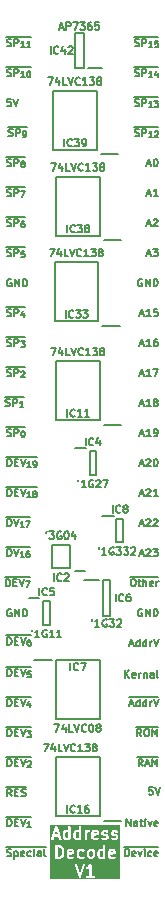
<source format=gto>
%TF.GenerationSoftware,KiCad,Pcbnew,8.0.7*%
%TF.CreationDate,2025-03-12T18:39:32+02:00*%
%TF.ProjectId,HCP65 MPU Address Decode,48435036-3520-44d5-9055-204164647265,V1*%
%TF.SameCoordinates,Original*%
%TF.FileFunction,Legend,Top*%
%TF.FilePolarity,Positive*%
%FSLAX46Y46*%
G04 Gerber Fmt 4.6, Leading zero omitted, Abs format (unit mm)*
G04 Created by KiCad (PCBNEW 8.0.7) date 2025-03-12 18:39:32*
%MOMM*%
%LPD*%
G01*
G04 APERTURE LIST*
%ADD10C,0.150000*%
%ADD11C,0.200000*%
G04 APERTURE END LIST*
D10*
X11615553Y-55984534D02*
X11917934Y-55984534D01*
X11555077Y-56165963D02*
X11766743Y-55530963D01*
X11766743Y-55530963D02*
X11978410Y-56165963D01*
X12462220Y-56165963D02*
X12462220Y-55530963D01*
X12462220Y-56135725D02*
X12401744Y-56165963D01*
X12401744Y-56165963D02*
X12280791Y-56165963D01*
X12280791Y-56165963D02*
X12220315Y-56135725D01*
X12220315Y-56135725D02*
X12190077Y-56105486D01*
X12190077Y-56105486D02*
X12159839Y-56045010D01*
X12159839Y-56045010D02*
X12159839Y-55863582D01*
X12159839Y-55863582D02*
X12190077Y-55803105D01*
X12190077Y-55803105D02*
X12220315Y-55772867D01*
X12220315Y-55772867D02*
X12280791Y-55742629D01*
X12280791Y-55742629D02*
X12401744Y-55742629D01*
X12401744Y-55742629D02*
X12462220Y-55772867D01*
X13036744Y-56165963D02*
X13036744Y-55530963D01*
X13036744Y-56135725D02*
X12976268Y-56165963D01*
X12976268Y-56165963D02*
X12855315Y-56165963D01*
X12855315Y-56165963D02*
X12794839Y-56135725D01*
X12794839Y-56135725D02*
X12764601Y-56105486D01*
X12764601Y-56105486D02*
X12734363Y-56045010D01*
X12734363Y-56045010D02*
X12734363Y-55863582D01*
X12734363Y-55863582D02*
X12764601Y-55803105D01*
X12764601Y-55803105D02*
X12794839Y-55772867D01*
X12794839Y-55772867D02*
X12855315Y-55742629D01*
X12855315Y-55742629D02*
X12976268Y-55742629D01*
X12976268Y-55742629D02*
X13036744Y-55772867D01*
X13339125Y-56165963D02*
X13339125Y-55742629D01*
X13339125Y-55863582D02*
X13369363Y-55803105D01*
X13369363Y-55803105D02*
X13399601Y-55772867D01*
X13399601Y-55772867D02*
X13460077Y-55742629D01*
X13460077Y-55742629D02*
X13520554Y-55742629D01*
X13641506Y-55530963D02*
X13853172Y-56165963D01*
X13853172Y-56165963D02*
X14064839Y-55530963D01*
X11558101Y-55354675D02*
X14061816Y-55354675D01*
X12492458Y-43284536D02*
X12794839Y-43284536D01*
X12431982Y-43465965D02*
X12643648Y-42830965D01*
X12643648Y-42830965D02*
X12855315Y-43465965D01*
X13036744Y-42891441D02*
X13066982Y-42861203D01*
X13066982Y-42861203D02*
X13127458Y-42830965D01*
X13127458Y-42830965D02*
X13278649Y-42830965D01*
X13278649Y-42830965D02*
X13339125Y-42861203D01*
X13339125Y-42861203D02*
X13369363Y-42891441D01*
X13369363Y-42891441D02*
X13399601Y-42951917D01*
X13399601Y-42951917D02*
X13399601Y-43012393D01*
X13399601Y-43012393D02*
X13369363Y-43103107D01*
X13369363Y-43103107D02*
X13006506Y-43465965D01*
X13006506Y-43465965D02*
X13399601Y-43465965D01*
X13611268Y-42830965D02*
X14004363Y-42830965D01*
X14004363Y-42830965D02*
X13792696Y-43072869D01*
X13792696Y-43072869D02*
X13883411Y-43072869D01*
X13883411Y-43072869D02*
X13943887Y-43103107D01*
X13943887Y-43103107D02*
X13974125Y-43133346D01*
X13974125Y-43133346D02*
X14004363Y-43193822D01*
X14004363Y-43193822D02*
X14004363Y-43345012D01*
X14004363Y-43345012D02*
X13974125Y-43405488D01*
X13974125Y-43405488D02*
X13943887Y-43435727D01*
X13943887Y-43435727D02*
X13883411Y-43465965D01*
X13883411Y-43465965D02*
X13701982Y-43465965D01*
X13701982Y-43465965D02*
X13641506Y-43435727D01*
X13641506Y-43435727D02*
X13611268Y-43405488D01*
X13097220Y-10264534D02*
X13399601Y-10264534D01*
X13036744Y-10445963D02*
X13248410Y-9810963D01*
X13248410Y-9810963D02*
X13460077Y-10445963D01*
X13792696Y-9810963D02*
X13853173Y-9810963D01*
X13853173Y-9810963D02*
X13913649Y-9841201D01*
X13913649Y-9841201D02*
X13943887Y-9871439D01*
X13943887Y-9871439D02*
X13974125Y-9931915D01*
X13974125Y-9931915D02*
X14004363Y-10052867D01*
X14004363Y-10052867D02*
X14004363Y-10204058D01*
X14004363Y-10204058D02*
X13974125Y-10325010D01*
X13974125Y-10325010D02*
X13943887Y-10385486D01*
X13943887Y-10385486D02*
X13913649Y-10415725D01*
X13913649Y-10415725D02*
X13853173Y-10445963D01*
X13853173Y-10445963D02*
X13792696Y-10445963D01*
X13792696Y-10445963D02*
X13732220Y-10415725D01*
X13732220Y-10415725D02*
X13701982Y-10385486D01*
X13701982Y-10385486D02*
X13671744Y-10325010D01*
X13671744Y-10325010D02*
X13641506Y-10204058D01*
X13641506Y-10204058D02*
X13641506Y-10052867D01*
X13641506Y-10052867D02*
X13671744Y-9931915D01*
X13671744Y-9931915D02*
X13701982Y-9871439D01*
X13701982Y-9871439D02*
X13732220Y-9841201D01*
X13732220Y-9841201D02*
X13792696Y-9810963D01*
X1235636Y-12955725D02*
X1326350Y-12985963D01*
X1326350Y-12985963D02*
X1477541Y-12985963D01*
X1477541Y-12985963D02*
X1538017Y-12955725D01*
X1538017Y-12955725D02*
X1568255Y-12925486D01*
X1568255Y-12925486D02*
X1598493Y-12865010D01*
X1598493Y-12865010D02*
X1598493Y-12804534D01*
X1598493Y-12804534D02*
X1568255Y-12744058D01*
X1568255Y-12744058D02*
X1538017Y-12713820D01*
X1538017Y-12713820D02*
X1477541Y-12683582D01*
X1477541Y-12683582D02*
X1356588Y-12653344D01*
X1356588Y-12653344D02*
X1296112Y-12623105D01*
X1296112Y-12623105D02*
X1265874Y-12592867D01*
X1265874Y-12592867D02*
X1235636Y-12532391D01*
X1235636Y-12532391D02*
X1235636Y-12471915D01*
X1235636Y-12471915D02*
X1265874Y-12411439D01*
X1265874Y-12411439D02*
X1296112Y-12381201D01*
X1296112Y-12381201D02*
X1356588Y-12350963D01*
X1356588Y-12350963D02*
X1507779Y-12350963D01*
X1507779Y-12350963D02*
X1598493Y-12381201D01*
X1870636Y-12985963D02*
X1870636Y-12350963D01*
X1870636Y-12350963D02*
X2112541Y-12350963D01*
X2112541Y-12350963D02*
X2173017Y-12381201D01*
X2173017Y-12381201D02*
X2203255Y-12411439D01*
X2203255Y-12411439D02*
X2233493Y-12471915D01*
X2233493Y-12471915D02*
X2233493Y-12562629D01*
X2233493Y-12562629D02*
X2203255Y-12623105D01*
X2203255Y-12623105D02*
X2173017Y-12653344D01*
X2173017Y-12653344D02*
X2112541Y-12683582D01*
X2112541Y-12683582D02*
X1870636Y-12683582D01*
X2427017Y-12548115D02*
X2765684Y-12548115D01*
X2765684Y-12548115D02*
X2547969Y-13056115D01*
X1178184Y-12174675D02*
X2774756Y-12174675D01*
X12038886Y-7875727D02*
X12129600Y-7905965D01*
X12129600Y-7905965D02*
X12280791Y-7905965D01*
X12280791Y-7905965D02*
X12341267Y-7875727D01*
X12341267Y-7875727D02*
X12371505Y-7845488D01*
X12371505Y-7845488D02*
X12401743Y-7785012D01*
X12401743Y-7785012D02*
X12401743Y-7724536D01*
X12401743Y-7724536D02*
X12371505Y-7664060D01*
X12371505Y-7664060D02*
X12341267Y-7633822D01*
X12341267Y-7633822D02*
X12280791Y-7603584D01*
X12280791Y-7603584D02*
X12159838Y-7573346D01*
X12159838Y-7573346D02*
X12099362Y-7543107D01*
X12099362Y-7543107D02*
X12069124Y-7512869D01*
X12069124Y-7512869D02*
X12038886Y-7452393D01*
X12038886Y-7452393D02*
X12038886Y-7391917D01*
X12038886Y-7391917D02*
X12069124Y-7331441D01*
X12069124Y-7331441D02*
X12099362Y-7301203D01*
X12099362Y-7301203D02*
X12159838Y-7270965D01*
X12159838Y-7270965D02*
X12311029Y-7270965D01*
X12311029Y-7270965D02*
X12401743Y-7301203D01*
X12673886Y-7905965D02*
X12673886Y-7270965D01*
X12673886Y-7270965D02*
X12915791Y-7270965D01*
X12915791Y-7270965D02*
X12976267Y-7301203D01*
X12976267Y-7301203D02*
X13006505Y-7331441D01*
X13006505Y-7331441D02*
X13036743Y-7391917D01*
X13036743Y-7391917D02*
X13036743Y-7482631D01*
X13036743Y-7482631D02*
X13006505Y-7543107D01*
X13006505Y-7543107D02*
X12976267Y-7573346D01*
X12976267Y-7573346D02*
X12915791Y-7603584D01*
X12915791Y-7603584D02*
X12673886Y-7603584D01*
X13544743Y-7976117D02*
X13254457Y-7976117D01*
X13399600Y-7976117D02*
X13399600Y-7468117D01*
X13399600Y-7468117D02*
X13351219Y-7540688D01*
X13351219Y-7540688D02*
X13302838Y-7589069D01*
X13302838Y-7589069D02*
X13254457Y-7613260D01*
X13738267Y-7516498D02*
X13762458Y-7492307D01*
X13762458Y-7492307D02*
X13810839Y-7468117D01*
X13810839Y-7468117D02*
X13931791Y-7468117D01*
X13931791Y-7468117D02*
X13980172Y-7492307D01*
X13980172Y-7492307D02*
X14004363Y-7516498D01*
X14004363Y-7516498D02*
X14028553Y-7564879D01*
X14028553Y-7564879D02*
X14028553Y-7613260D01*
X14028553Y-7613260D02*
X14004363Y-7685831D01*
X14004363Y-7685831D02*
X13714077Y-7976117D01*
X13714077Y-7976117D02*
X14028553Y-7976117D01*
X11981434Y-7094677D02*
X14061816Y-7094677D01*
X1628731Y-63785961D02*
X1417064Y-63483580D01*
X1265874Y-63785961D02*
X1265874Y-63150961D01*
X1265874Y-63150961D02*
X1507779Y-63150961D01*
X1507779Y-63150961D02*
X1568255Y-63181199D01*
X1568255Y-63181199D02*
X1598493Y-63211437D01*
X1598493Y-63211437D02*
X1628731Y-63271913D01*
X1628731Y-63271913D02*
X1628731Y-63362627D01*
X1628731Y-63362627D02*
X1598493Y-63423103D01*
X1598493Y-63423103D02*
X1568255Y-63453342D01*
X1568255Y-63453342D02*
X1507779Y-63483580D01*
X1507779Y-63483580D02*
X1265874Y-63483580D01*
X1900874Y-63453342D02*
X2112541Y-63453342D01*
X2203255Y-63785961D02*
X1900874Y-63785961D01*
X1900874Y-63785961D02*
X1900874Y-63150961D01*
X1900874Y-63150961D02*
X2203255Y-63150961D01*
X2445160Y-63755723D02*
X2535874Y-63785961D01*
X2535874Y-63785961D02*
X2687065Y-63785961D01*
X2687065Y-63785961D02*
X2747541Y-63755723D01*
X2747541Y-63755723D02*
X2777779Y-63725484D01*
X2777779Y-63725484D02*
X2808017Y-63665008D01*
X2808017Y-63665008D02*
X2808017Y-63604532D01*
X2808017Y-63604532D02*
X2777779Y-63544056D01*
X2777779Y-63544056D02*
X2747541Y-63513818D01*
X2747541Y-63513818D02*
X2687065Y-63483580D01*
X2687065Y-63483580D02*
X2566112Y-63453342D01*
X2566112Y-63453342D02*
X2505636Y-63423103D01*
X2505636Y-63423103D02*
X2475398Y-63392865D01*
X2475398Y-63392865D02*
X2445160Y-63332389D01*
X2445160Y-63332389D02*
X2445160Y-63271913D01*
X2445160Y-63271913D02*
X2475398Y-63211437D01*
X2475398Y-63211437D02*
X2505636Y-63181199D01*
X2505636Y-63181199D02*
X2566112Y-63150961D01*
X2566112Y-63150961D02*
X2717303Y-63150961D01*
X2717303Y-63150961D02*
X2808017Y-63181199D01*
X1178184Y-62974673D02*
X2865470Y-62974673D01*
X1265874Y-56165962D02*
X1265874Y-55530962D01*
X1265874Y-55530962D02*
X1417064Y-55530962D01*
X1417064Y-55530962D02*
X1507779Y-55561200D01*
X1507779Y-55561200D02*
X1568255Y-55621676D01*
X1568255Y-55621676D02*
X1598493Y-55682152D01*
X1598493Y-55682152D02*
X1628731Y-55803104D01*
X1628731Y-55803104D02*
X1628731Y-55893819D01*
X1628731Y-55893819D02*
X1598493Y-56014771D01*
X1598493Y-56014771D02*
X1568255Y-56075247D01*
X1568255Y-56075247D02*
X1507779Y-56135724D01*
X1507779Y-56135724D02*
X1417064Y-56165962D01*
X1417064Y-56165962D02*
X1265874Y-56165962D01*
X1900874Y-55833343D02*
X2112541Y-55833343D01*
X2203255Y-56165962D02*
X1900874Y-56165962D01*
X1900874Y-56165962D02*
X1900874Y-55530962D01*
X1900874Y-55530962D02*
X2203255Y-55530962D01*
X2384684Y-55530962D02*
X2596350Y-56165962D01*
X2596350Y-56165962D02*
X2808017Y-55530962D01*
X3207160Y-55897447D02*
X3207160Y-56236114D01*
X3086208Y-55703924D02*
X2965255Y-56066781D01*
X2965255Y-56066781D02*
X3279732Y-56066781D01*
X1178184Y-55354674D02*
X3288804Y-55354674D01*
X1265874Y-66325963D02*
X1265874Y-65690963D01*
X1265874Y-65690963D02*
X1417064Y-65690963D01*
X1417064Y-65690963D02*
X1507779Y-65721201D01*
X1507779Y-65721201D02*
X1568255Y-65781677D01*
X1568255Y-65781677D02*
X1598493Y-65842153D01*
X1598493Y-65842153D02*
X1628731Y-65963105D01*
X1628731Y-65963105D02*
X1628731Y-66053820D01*
X1628731Y-66053820D02*
X1598493Y-66174772D01*
X1598493Y-66174772D02*
X1568255Y-66235248D01*
X1568255Y-66235248D02*
X1507779Y-66295725D01*
X1507779Y-66295725D02*
X1417064Y-66325963D01*
X1417064Y-66325963D02*
X1265874Y-66325963D01*
X1900874Y-65993344D02*
X2112541Y-65993344D01*
X2203255Y-66325963D02*
X1900874Y-66325963D01*
X1900874Y-66325963D02*
X1900874Y-65690963D01*
X1900874Y-65690963D02*
X2203255Y-65690963D01*
X2384684Y-65690963D02*
X2596350Y-66325963D01*
X2596350Y-66325963D02*
X2808017Y-65690963D01*
X3255541Y-66396115D02*
X2965255Y-66396115D01*
X3110398Y-66396115D02*
X3110398Y-65888115D01*
X3110398Y-65888115D02*
X3062017Y-65960686D01*
X3062017Y-65960686D02*
X3013636Y-66009067D01*
X3013636Y-66009067D02*
X2965255Y-66033258D01*
X1178184Y-65514675D02*
X3288804Y-65514675D01*
X12492458Y-38204536D02*
X12794839Y-38204536D01*
X12431982Y-38385965D02*
X12643648Y-37750965D01*
X12643648Y-37750965D02*
X12855315Y-38385965D01*
X13036744Y-37811441D02*
X13066982Y-37781203D01*
X13066982Y-37781203D02*
X13127458Y-37750965D01*
X13127458Y-37750965D02*
X13278649Y-37750965D01*
X13278649Y-37750965D02*
X13339125Y-37781203D01*
X13339125Y-37781203D02*
X13369363Y-37811441D01*
X13369363Y-37811441D02*
X13399601Y-37871917D01*
X13399601Y-37871917D02*
X13399601Y-37932393D01*
X13399601Y-37932393D02*
X13369363Y-38023107D01*
X13369363Y-38023107D02*
X13006506Y-38385965D01*
X13006506Y-38385965D02*
X13399601Y-38385965D01*
X14004363Y-38385965D02*
X13641506Y-38385965D01*
X13822934Y-38385965D02*
X13822934Y-37750965D01*
X13822934Y-37750965D02*
X13762458Y-37841679D01*
X13762458Y-37841679D02*
X13701982Y-37902155D01*
X13701982Y-37902155D02*
X13641506Y-37932393D01*
X1265874Y-50958962D02*
X1265874Y-50323962D01*
X1265874Y-50323962D02*
X1417064Y-50323962D01*
X1417064Y-50323962D02*
X1507779Y-50354200D01*
X1507779Y-50354200D02*
X1568255Y-50414676D01*
X1568255Y-50414676D02*
X1598493Y-50475152D01*
X1598493Y-50475152D02*
X1628731Y-50596104D01*
X1628731Y-50596104D02*
X1628731Y-50686819D01*
X1628731Y-50686819D02*
X1598493Y-50807771D01*
X1598493Y-50807771D02*
X1568255Y-50868247D01*
X1568255Y-50868247D02*
X1507779Y-50928724D01*
X1507779Y-50928724D02*
X1417064Y-50958962D01*
X1417064Y-50958962D02*
X1265874Y-50958962D01*
X1900874Y-50626343D02*
X2112541Y-50626343D01*
X2203255Y-50958962D02*
X1900874Y-50958962D01*
X1900874Y-50958962D02*
X1900874Y-50323962D01*
X1900874Y-50323962D02*
X2203255Y-50323962D01*
X2384684Y-50323962D02*
X2596350Y-50958962D01*
X2596350Y-50958962D02*
X2808017Y-50323962D01*
X3207160Y-50521114D02*
X3110398Y-50521114D01*
X3110398Y-50521114D02*
X3062017Y-50545304D01*
X3062017Y-50545304D02*
X3037827Y-50569495D01*
X3037827Y-50569495D02*
X2989446Y-50642066D01*
X2989446Y-50642066D02*
X2965255Y-50738828D01*
X2965255Y-50738828D02*
X2965255Y-50932352D01*
X2965255Y-50932352D02*
X2989446Y-50980733D01*
X2989446Y-50980733D02*
X3013636Y-51004924D01*
X3013636Y-51004924D02*
X3062017Y-51029114D01*
X3062017Y-51029114D02*
X3158779Y-51029114D01*
X3158779Y-51029114D02*
X3207160Y-51004924D01*
X3207160Y-51004924D02*
X3231351Y-50980733D01*
X3231351Y-50980733D02*
X3255541Y-50932352D01*
X3255541Y-50932352D02*
X3255541Y-50811400D01*
X3255541Y-50811400D02*
X3231351Y-50763019D01*
X3231351Y-50763019D02*
X3207160Y-50738828D01*
X3207160Y-50738828D02*
X3158779Y-50714638D01*
X3158779Y-50714638D02*
X3062017Y-50714638D01*
X3062017Y-50714638D02*
X3013636Y-50738828D01*
X3013636Y-50738828D02*
X2989446Y-50763019D01*
X2989446Y-50763019D02*
X2965255Y-50811400D01*
X1178184Y-50147674D02*
X3288804Y-50147674D01*
X1265874Y-35845963D02*
X1265874Y-35210963D01*
X1265874Y-35210963D02*
X1417064Y-35210963D01*
X1417064Y-35210963D02*
X1507779Y-35241201D01*
X1507779Y-35241201D02*
X1568255Y-35301677D01*
X1568255Y-35301677D02*
X1598493Y-35362153D01*
X1598493Y-35362153D02*
X1628731Y-35483105D01*
X1628731Y-35483105D02*
X1628731Y-35573820D01*
X1628731Y-35573820D02*
X1598493Y-35694772D01*
X1598493Y-35694772D02*
X1568255Y-35755248D01*
X1568255Y-35755248D02*
X1507779Y-35815725D01*
X1507779Y-35815725D02*
X1417064Y-35845963D01*
X1417064Y-35845963D02*
X1265874Y-35845963D01*
X1900874Y-35513344D02*
X2112541Y-35513344D01*
X2203255Y-35845963D02*
X1900874Y-35845963D01*
X1900874Y-35845963D02*
X1900874Y-35210963D01*
X1900874Y-35210963D02*
X2203255Y-35210963D01*
X2384684Y-35210963D02*
X2596350Y-35845963D01*
X2596350Y-35845963D02*
X2808017Y-35210963D01*
X3255541Y-35916115D02*
X2965255Y-35916115D01*
X3110398Y-35916115D02*
X3110398Y-35408115D01*
X3110398Y-35408115D02*
X3062017Y-35480686D01*
X3062017Y-35480686D02*
X3013636Y-35529067D01*
X3013636Y-35529067D02*
X2965255Y-35553258D01*
X3497446Y-35916115D02*
X3594208Y-35916115D01*
X3594208Y-35916115D02*
X3642589Y-35891925D01*
X3642589Y-35891925D02*
X3666780Y-35867734D01*
X3666780Y-35867734D02*
X3715161Y-35795163D01*
X3715161Y-35795163D02*
X3739351Y-35698401D01*
X3739351Y-35698401D02*
X3739351Y-35504877D01*
X3739351Y-35504877D02*
X3715161Y-35456496D01*
X3715161Y-35456496D02*
X3690970Y-35432305D01*
X3690970Y-35432305D02*
X3642589Y-35408115D01*
X3642589Y-35408115D02*
X3545827Y-35408115D01*
X3545827Y-35408115D02*
X3497446Y-35432305D01*
X3497446Y-35432305D02*
X3473256Y-35456496D01*
X3473256Y-35456496D02*
X3449065Y-35504877D01*
X3449065Y-35504877D02*
X3449065Y-35625829D01*
X3449065Y-35625829D02*
X3473256Y-35674210D01*
X3473256Y-35674210D02*
X3497446Y-35698401D01*
X3497446Y-35698401D02*
X3545827Y-35722591D01*
X3545827Y-35722591D02*
X3642589Y-35722591D01*
X3642589Y-35722591D02*
X3690970Y-35698401D01*
X3690970Y-35698401D02*
X3715161Y-35674210D01*
X3715161Y-35674210D02*
X3739351Y-35625829D01*
X1178184Y-35034675D02*
X3772614Y-35034675D01*
X13097221Y-12804536D02*
X13399602Y-12804536D01*
X13036745Y-12985965D02*
X13248411Y-12350965D01*
X13248411Y-12350965D02*
X13460078Y-12985965D01*
X14004364Y-12985965D02*
X13641507Y-12985965D01*
X13822935Y-12985965D02*
X13822935Y-12350965D01*
X13822935Y-12350965D02*
X13762459Y-12441679D01*
X13762459Y-12441679D02*
X13701983Y-12502155D01*
X13701983Y-12502155D02*
X13641507Y-12532393D01*
X11857458Y-45370963D02*
X11978411Y-45370963D01*
X11978411Y-45370963D02*
X12038887Y-45401201D01*
X12038887Y-45401201D02*
X12099363Y-45461677D01*
X12099363Y-45461677D02*
X12129601Y-45582629D01*
X12129601Y-45582629D02*
X12129601Y-45794296D01*
X12129601Y-45794296D02*
X12099363Y-45915248D01*
X12099363Y-45915248D02*
X12038887Y-45975725D01*
X12038887Y-45975725D02*
X11978411Y-46005963D01*
X11978411Y-46005963D02*
X11857458Y-46005963D01*
X11857458Y-46005963D02*
X11796982Y-45975725D01*
X11796982Y-45975725D02*
X11736506Y-45915248D01*
X11736506Y-45915248D02*
X11706268Y-45794296D01*
X11706268Y-45794296D02*
X11706268Y-45582629D01*
X11706268Y-45582629D02*
X11736506Y-45461677D01*
X11736506Y-45461677D02*
X11796982Y-45401201D01*
X11796982Y-45401201D02*
X11857458Y-45370963D01*
X12311030Y-45582629D02*
X12552934Y-45582629D01*
X12401744Y-45370963D02*
X12401744Y-45915248D01*
X12401744Y-45915248D02*
X12431982Y-45975725D01*
X12431982Y-45975725D02*
X12492458Y-46005963D01*
X12492458Y-46005963D02*
X12552934Y-46005963D01*
X12764601Y-46005963D02*
X12764601Y-45370963D01*
X13036744Y-46005963D02*
X13036744Y-45673344D01*
X13036744Y-45673344D02*
X13006506Y-45612867D01*
X13006506Y-45612867D02*
X12946030Y-45582629D01*
X12946030Y-45582629D02*
X12855315Y-45582629D01*
X12855315Y-45582629D02*
X12794839Y-45612867D01*
X12794839Y-45612867D02*
X12764601Y-45643105D01*
X13581030Y-45975725D02*
X13520554Y-46005963D01*
X13520554Y-46005963D02*
X13399601Y-46005963D01*
X13399601Y-46005963D02*
X13339125Y-45975725D01*
X13339125Y-45975725D02*
X13308887Y-45915248D01*
X13308887Y-45915248D02*
X13308887Y-45673344D01*
X13308887Y-45673344D02*
X13339125Y-45612867D01*
X13339125Y-45612867D02*
X13399601Y-45582629D01*
X13399601Y-45582629D02*
X13520554Y-45582629D01*
X13520554Y-45582629D02*
X13581030Y-45612867D01*
X13581030Y-45612867D02*
X13611268Y-45673344D01*
X13611268Y-45673344D02*
X13611268Y-45733820D01*
X13611268Y-45733820D02*
X13308887Y-45794296D01*
X13883411Y-46005963D02*
X13883411Y-45582629D01*
X13883411Y-45703582D02*
X13913649Y-45643105D01*
X13913649Y-45643105D02*
X13943887Y-45612867D01*
X13943887Y-45612867D02*
X14004363Y-45582629D01*
X14004363Y-45582629D02*
X14064840Y-45582629D01*
X11648816Y-45194675D02*
X14061816Y-45194675D01*
X13097220Y-15344536D02*
X13399601Y-15344536D01*
X13036744Y-15525965D02*
X13248410Y-14890965D01*
X13248410Y-14890965D02*
X13460077Y-15525965D01*
X13641506Y-14951441D02*
X13671744Y-14921203D01*
X13671744Y-14921203D02*
X13732220Y-14890965D01*
X13732220Y-14890965D02*
X13883411Y-14890965D01*
X13883411Y-14890965D02*
X13943887Y-14921203D01*
X13943887Y-14921203D02*
X13974125Y-14951441D01*
X13974125Y-14951441D02*
X14004363Y-15011917D01*
X14004363Y-15011917D02*
X14004363Y-15072393D01*
X14004363Y-15072393D02*
X13974125Y-15163107D01*
X13974125Y-15163107D02*
X13611268Y-15525965D01*
X13611268Y-15525965D02*
X14004363Y-15525965D01*
X13097220Y-17884536D02*
X13399601Y-17884536D01*
X13036744Y-18065965D02*
X13248410Y-17430965D01*
X13248410Y-17430965D02*
X13460077Y-18065965D01*
X13611268Y-17430965D02*
X14004363Y-17430965D01*
X14004363Y-17430965D02*
X13792696Y-17672869D01*
X13792696Y-17672869D02*
X13883411Y-17672869D01*
X13883411Y-17672869D02*
X13943887Y-17703107D01*
X13943887Y-17703107D02*
X13974125Y-17733346D01*
X13974125Y-17733346D02*
X14004363Y-17793822D01*
X14004363Y-17793822D02*
X14004363Y-17945012D01*
X14004363Y-17945012D02*
X13974125Y-18005488D01*
X13974125Y-18005488D02*
X13943887Y-18035727D01*
X13943887Y-18035727D02*
X13883411Y-18065965D01*
X13883411Y-18065965D02*
X13701982Y-18065965D01*
X13701982Y-18065965D02*
X13641506Y-18035727D01*
X13641506Y-18035727D02*
X13611268Y-18005488D01*
X1598493Y-47941201D02*
X1538017Y-47910963D01*
X1538017Y-47910963D02*
X1447303Y-47910963D01*
X1447303Y-47910963D02*
X1356588Y-47941201D01*
X1356588Y-47941201D02*
X1296112Y-48001677D01*
X1296112Y-48001677D02*
X1265874Y-48062153D01*
X1265874Y-48062153D02*
X1235636Y-48183105D01*
X1235636Y-48183105D02*
X1235636Y-48273820D01*
X1235636Y-48273820D02*
X1265874Y-48394772D01*
X1265874Y-48394772D02*
X1296112Y-48455248D01*
X1296112Y-48455248D02*
X1356588Y-48515725D01*
X1356588Y-48515725D02*
X1447303Y-48545963D01*
X1447303Y-48545963D02*
X1507779Y-48545963D01*
X1507779Y-48545963D02*
X1598493Y-48515725D01*
X1598493Y-48515725D02*
X1628731Y-48485486D01*
X1628731Y-48485486D02*
X1628731Y-48273820D01*
X1628731Y-48273820D02*
X1507779Y-48273820D01*
X1900874Y-48545963D02*
X1900874Y-47910963D01*
X1900874Y-47910963D02*
X2263731Y-48545963D01*
X2263731Y-48545963D02*
X2263731Y-47910963D01*
X2566112Y-48545963D02*
X2566112Y-47910963D01*
X2566112Y-47910963D02*
X2717302Y-47910963D01*
X2717302Y-47910963D02*
X2808017Y-47941201D01*
X2808017Y-47941201D02*
X2868493Y-48001677D01*
X2868493Y-48001677D02*
X2898731Y-48062153D01*
X2898731Y-48062153D02*
X2928969Y-48183105D01*
X2928969Y-48183105D02*
X2928969Y-48273820D01*
X2928969Y-48273820D02*
X2898731Y-48394772D01*
X2898731Y-48394772D02*
X2868493Y-48455248D01*
X2868493Y-48455248D02*
X2808017Y-48515725D01*
X2808017Y-48515725D02*
X2717302Y-48545963D01*
X2717302Y-48545963D02*
X2566112Y-48545963D01*
X11222458Y-53752963D02*
X11222458Y-53117963D01*
X11585315Y-53752963D02*
X11313172Y-53390105D01*
X11585315Y-53117963D02*
X11222458Y-53480820D01*
X12099363Y-53722725D02*
X12038887Y-53752963D01*
X12038887Y-53752963D02*
X11917934Y-53752963D01*
X11917934Y-53752963D02*
X11857458Y-53722725D01*
X11857458Y-53722725D02*
X11827220Y-53662248D01*
X11827220Y-53662248D02*
X11827220Y-53420344D01*
X11827220Y-53420344D02*
X11857458Y-53359867D01*
X11857458Y-53359867D02*
X11917934Y-53329629D01*
X11917934Y-53329629D02*
X12038887Y-53329629D01*
X12038887Y-53329629D02*
X12099363Y-53359867D01*
X12099363Y-53359867D02*
X12129601Y-53420344D01*
X12129601Y-53420344D02*
X12129601Y-53480820D01*
X12129601Y-53480820D02*
X11827220Y-53541296D01*
X12401744Y-53752963D02*
X12401744Y-53329629D01*
X12401744Y-53450582D02*
X12431982Y-53390105D01*
X12431982Y-53390105D02*
X12462220Y-53359867D01*
X12462220Y-53359867D02*
X12522696Y-53329629D01*
X12522696Y-53329629D02*
X12583173Y-53329629D01*
X12794839Y-53329629D02*
X12794839Y-53752963D01*
X12794839Y-53390105D02*
X12825077Y-53359867D01*
X12825077Y-53359867D02*
X12885553Y-53329629D01*
X12885553Y-53329629D02*
X12976268Y-53329629D01*
X12976268Y-53329629D02*
X13036744Y-53359867D01*
X13036744Y-53359867D02*
X13066982Y-53420344D01*
X13066982Y-53420344D02*
X13066982Y-53752963D01*
X13641506Y-53752963D02*
X13641506Y-53420344D01*
X13641506Y-53420344D02*
X13611268Y-53359867D01*
X13611268Y-53359867D02*
X13550792Y-53329629D01*
X13550792Y-53329629D02*
X13429839Y-53329629D01*
X13429839Y-53329629D02*
X13369363Y-53359867D01*
X13641506Y-53722725D02*
X13581030Y-53752963D01*
X13581030Y-53752963D02*
X13429839Y-53752963D01*
X13429839Y-53752963D02*
X13369363Y-53722725D01*
X13369363Y-53722725D02*
X13339125Y-53662248D01*
X13339125Y-53662248D02*
X13339125Y-53601772D01*
X13339125Y-53601772D02*
X13369363Y-53541296D01*
X13369363Y-53541296D02*
X13429839Y-53511058D01*
X13429839Y-53511058D02*
X13581030Y-53511058D01*
X13581030Y-53511058D02*
X13641506Y-53480820D01*
X14034601Y-53752963D02*
X13974125Y-53722725D01*
X13974125Y-53722725D02*
X13943887Y-53662248D01*
X13943887Y-53662248D02*
X13943887Y-53117963D01*
X1235636Y-28195724D02*
X1326350Y-28225962D01*
X1326350Y-28225962D02*
X1477541Y-28225962D01*
X1477541Y-28225962D02*
X1538017Y-28195724D01*
X1538017Y-28195724D02*
X1568255Y-28165485D01*
X1568255Y-28165485D02*
X1598493Y-28105009D01*
X1598493Y-28105009D02*
X1598493Y-28044533D01*
X1598493Y-28044533D02*
X1568255Y-27984057D01*
X1568255Y-27984057D02*
X1538017Y-27953819D01*
X1538017Y-27953819D02*
X1477541Y-27923581D01*
X1477541Y-27923581D02*
X1356588Y-27893343D01*
X1356588Y-27893343D02*
X1296112Y-27863104D01*
X1296112Y-27863104D02*
X1265874Y-27832866D01*
X1265874Y-27832866D02*
X1235636Y-27772390D01*
X1235636Y-27772390D02*
X1235636Y-27711914D01*
X1235636Y-27711914D02*
X1265874Y-27651438D01*
X1265874Y-27651438D02*
X1296112Y-27621200D01*
X1296112Y-27621200D02*
X1356588Y-27590962D01*
X1356588Y-27590962D02*
X1507779Y-27590962D01*
X1507779Y-27590962D02*
X1598493Y-27621200D01*
X1870636Y-28225962D02*
X1870636Y-27590962D01*
X1870636Y-27590962D02*
X2112541Y-27590962D01*
X2112541Y-27590962D02*
X2173017Y-27621200D01*
X2173017Y-27621200D02*
X2203255Y-27651438D01*
X2203255Y-27651438D02*
X2233493Y-27711914D01*
X2233493Y-27711914D02*
X2233493Y-27802628D01*
X2233493Y-27802628D02*
X2203255Y-27863104D01*
X2203255Y-27863104D02*
X2173017Y-27893343D01*
X2173017Y-27893343D02*
X2112541Y-27923581D01*
X2112541Y-27923581D02*
X1870636Y-27923581D01*
X2451207Y-27836495D02*
X2475398Y-27812304D01*
X2475398Y-27812304D02*
X2523779Y-27788114D01*
X2523779Y-27788114D02*
X2644731Y-27788114D01*
X2644731Y-27788114D02*
X2693112Y-27812304D01*
X2693112Y-27812304D02*
X2717303Y-27836495D01*
X2717303Y-27836495D02*
X2741493Y-27884876D01*
X2741493Y-27884876D02*
X2741493Y-27933257D01*
X2741493Y-27933257D02*
X2717303Y-28005828D01*
X2717303Y-28005828D02*
X2427017Y-28296114D01*
X2427017Y-28296114D02*
X2741493Y-28296114D01*
X1178184Y-27414674D02*
X2774756Y-27414674D01*
X1362636Y-7875725D02*
X1453350Y-7905963D01*
X1453350Y-7905963D02*
X1604541Y-7905963D01*
X1604541Y-7905963D02*
X1665017Y-7875725D01*
X1665017Y-7875725D02*
X1695255Y-7845486D01*
X1695255Y-7845486D02*
X1725493Y-7785010D01*
X1725493Y-7785010D02*
X1725493Y-7724534D01*
X1725493Y-7724534D02*
X1695255Y-7664058D01*
X1695255Y-7664058D02*
X1665017Y-7633820D01*
X1665017Y-7633820D02*
X1604541Y-7603582D01*
X1604541Y-7603582D02*
X1483588Y-7573344D01*
X1483588Y-7573344D02*
X1423112Y-7543105D01*
X1423112Y-7543105D02*
X1392874Y-7512867D01*
X1392874Y-7512867D02*
X1362636Y-7452391D01*
X1362636Y-7452391D02*
X1362636Y-7391915D01*
X1362636Y-7391915D02*
X1392874Y-7331439D01*
X1392874Y-7331439D02*
X1423112Y-7301201D01*
X1423112Y-7301201D02*
X1483588Y-7270963D01*
X1483588Y-7270963D02*
X1634779Y-7270963D01*
X1634779Y-7270963D02*
X1725493Y-7301201D01*
X1997636Y-7905963D02*
X1997636Y-7270963D01*
X1997636Y-7270963D02*
X2239541Y-7270963D01*
X2239541Y-7270963D02*
X2300017Y-7301201D01*
X2300017Y-7301201D02*
X2330255Y-7331439D01*
X2330255Y-7331439D02*
X2360493Y-7391915D01*
X2360493Y-7391915D02*
X2360493Y-7482629D01*
X2360493Y-7482629D02*
X2330255Y-7543105D01*
X2330255Y-7543105D02*
X2300017Y-7573344D01*
X2300017Y-7573344D02*
X2239541Y-7603582D01*
X2239541Y-7603582D02*
X1997636Y-7603582D01*
X2626588Y-7976115D02*
X2723350Y-7976115D01*
X2723350Y-7976115D02*
X2771731Y-7951925D01*
X2771731Y-7951925D02*
X2795922Y-7927734D01*
X2795922Y-7927734D02*
X2844303Y-7855163D01*
X2844303Y-7855163D02*
X2868493Y-7758401D01*
X2868493Y-7758401D02*
X2868493Y-7564877D01*
X2868493Y-7564877D02*
X2844303Y-7516496D01*
X2844303Y-7516496D02*
X2820112Y-7492305D01*
X2820112Y-7492305D02*
X2771731Y-7468115D01*
X2771731Y-7468115D02*
X2674969Y-7468115D01*
X2674969Y-7468115D02*
X2626588Y-7492305D01*
X2626588Y-7492305D02*
X2602398Y-7516496D01*
X2602398Y-7516496D02*
X2578207Y-7564877D01*
X2578207Y-7564877D02*
X2578207Y-7685829D01*
X2578207Y-7685829D02*
X2602398Y-7734210D01*
X2602398Y-7734210D02*
X2626588Y-7758401D01*
X2626588Y-7758401D02*
X2674969Y-7782591D01*
X2674969Y-7782591D02*
X2771731Y-7782591D01*
X2771731Y-7782591D02*
X2820112Y-7758401D01*
X2820112Y-7758401D02*
X2844303Y-7734210D01*
X2844303Y-7734210D02*
X2868493Y-7685829D01*
X1305184Y-7094675D02*
X2901756Y-7094675D01*
X12613412Y-58705965D02*
X12401745Y-58403584D01*
X12250555Y-58705965D02*
X12250555Y-58070965D01*
X12250555Y-58070965D02*
X12492460Y-58070965D01*
X12492460Y-58070965D02*
X12552936Y-58101203D01*
X12552936Y-58101203D02*
X12583174Y-58131441D01*
X12583174Y-58131441D02*
X12613412Y-58191917D01*
X12613412Y-58191917D02*
X12613412Y-58282631D01*
X12613412Y-58282631D02*
X12583174Y-58343107D01*
X12583174Y-58343107D02*
X12552936Y-58373346D01*
X12552936Y-58373346D02*
X12492460Y-58403584D01*
X12492460Y-58403584D02*
X12250555Y-58403584D01*
X13006507Y-58070965D02*
X13127460Y-58070965D01*
X13127460Y-58070965D02*
X13187936Y-58101203D01*
X13187936Y-58101203D02*
X13248412Y-58161679D01*
X13248412Y-58161679D02*
X13278650Y-58282631D01*
X13278650Y-58282631D02*
X13278650Y-58494298D01*
X13278650Y-58494298D02*
X13248412Y-58615250D01*
X13248412Y-58615250D02*
X13187936Y-58675727D01*
X13187936Y-58675727D02*
X13127460Y-58705965D01*
X13127460Y-58705965D02*
X13006507Y-58705965D01*
X13006507Y-58705965D02*
X12946031Y-58675727D01*
X12946031Y-58675727D02*
X12885555Y-58615250D01*
X12885555Y-58615250D02*
X12855317Y-58494298D01*
X12855317Y-58494298D02*
X12855317Y-58282631D01*
X12855317Y-58282631D02*
X12885555Y-58161679D01*
X12885555Y-58161679D02*
X12946031Y-58101203D01*
X12946031Y-58101203D02*
X13006507Y-58070965D01*
X13550793Y-58705965D02*
X13550793Y-58070965D01*
X13550793Y-58070965D02*
X13762460Y-58524536D01*
X13762460Y-58524536D02*
X13974126Y-58070965D01*
X13974126Y-58070965D02*
X13974126Y-58705965D01*
X12162865Y-57894677D02*
X14061817Y-57894677D01*
X12038886Y-5335727D02*
X12129600Y-5365965D01*
X12129600Y-5365965D02*
X12280791Y-5365965D01*
X12280791Y-5365965D02*
X12341267Y-5335727D01*
X12341267Y-5335727D02*
X12371505Y-5305488D01*
X12371505Y-5305488D02*
X12401743Y-5245012D01*
X12401743Y-5245012D02*
X12401743Y-5184536D01*
X12401743Y-5184536D02*
X12371505Y-5124060D01*
X12371505Y-5124060D02*
X12341267Y-5093822D01*
X12341267Y-5093822D02*
X12280791Y-5063584D01*
X12280791Y-5063584D02*
X12159838Y-5033346D01*
X12159838Y-5033346D02*
X12099362Y-5003107D01*
X12099362Y-5003107D02*
X12069124Y-4972869D01*
X12069124Y-4972869D02*
X12038886Y-4912393D01*
X12038886Y-4912393D02*
X12038886Y-4851917D01*
X12038886Y-4851917D02*
X12069124Y-4791441D01*
X12069124Y-4791441D02*
X12099362Y-4761203D01*
X12099362Y-4761203D02*
X12159838Y-4730965D01*
X12159838Y-4730965D02*
X12311029Y-4730965D01*
X12311029Y-4730965D02*
X12401743Y-4761203D01*
X12673886Y-5365965D02*
X12673886Y-4730965D01*
X12673886Y-4730965D02*
X12915791Y-4730965D01*
X12915791Y-4730965D02*
X12976267Y-4761203D01*
X12976267Y-4761203D02*
X13006505Y-4791441D01*
X13006505Y-4791441D02*
X13036743Y-4851917D01*
X13036743Y-4851917D02*
X13036743Y-4942631D01*
X13036743Y-4942631D02*
X13006505Y-5003107D01*
X13006505Y-5003107D02*
X12976267Y-5033346D01*
X12976267Y-5033346D02*
X12915791Y-5063584D01*
X12915791Y-5063584D02*
X12673886Y-5063584D01*
X13544743Y-5436117D02*
X13254457Y-5436117D01*
X13399600Y-5436117D02*
X13399600Y-4928117D01*
X13399600Y-4928117D02*
X13351219Y-5000688D01*
X13351219Y-5000688D02*
X13302838Y-5049069D01*
X13302838Y-5049069D02*
X13254457Y-5073260D01*
X13714077Y-4928117D02*
X14028553Y-4928117D01*
X14028553Y-4928117D02*
X13859220Y-5121641D01*
X13859220Y-5121641D02*
X13931791Y-5121641D01*
X13931791Y-5121641D02*
X13980172Y-5145831D01*
X13980172Y-5145831D02*
X14004363Y-5170022D01*
X14004363Y-5170022D02*
X14028553Y-5218403D01*
X14028553Y-5218403D02*
X14028553Y-5339355D01*
X14028553Y-5339355D02*
X14004363Y-5387736D01*
X14004363Y-5387736D02*
X13980172Y-5411927D01*
X13980172Y-5411927D02*
X13931791Y-5436117D01*
X13931791Y-5436117D02*
X13786648Y-5436117D01*
X13786648Y-5436117D02*
X13738267Y-5411927D01*
X13738267Y-5411927D02*
X13714077Y-5387736D01*
X11981434Y-4554677D02*
X14061816Y-4554677D01*
X1598493Y-20001201D02*
X1538017Y-19970963D01*
X1538017Y-19970963D02*
X1447303Y-19970963D01*
X1447303Y-19970963D02*
X1356588Y-20001201D01*
X1356588Y-20001201D02*
X1296112Y-20061677D01*
X1296112Y-20061677D02*
X1265874Y-20122153D01*
X1265874Y-20122153D02*
X1235636Y-20243105D01*
X1235636Y-20243105D02*
X1235636Y-20333820D01*
X1235636Y-20333820D02*
X1265874Y-20454772D01*
X1265874Y-20454772D02*
X1296112Y-20515248D01*
X1296112Y-20515248D02*
X1356588Y-20575725D01*
X1356588Y-20575725D02*
X1447303Y-20605963D01*
X1447303Y-20605963D02*
X1507779Y-20605963D01*
X1507779Y-20605963D02*
X1598493Y-20575725D01*
X1598493Y-20575725D02*
X1628731Y-20545486D01*
X1628731Y-20545486D02*
X1628731Y-20333820D01*
X1628731Y-20333820D02*
X1507779Y-20333820D01*
X1900874Y-20605963D02*
X1900874Y-19970963D01*
X1900874Y-19970963D02*
X2263731Y-20605963D01*
X2263731Y-20605963D02*
X2263731Y-19970963D01*
X2566112Y-20605963D02*
X2566112Y-19970963D01*
X2566112Y-19970963D02*
X2717302Y-19970963D01*
X2717302Y-19970963D02*
X2808017Y-20001201D01*
X2808017Y-20001201D02*
X2868493Y-20061677D01*
X2868493Y-20061677D02*
X2898731Y-20122153D01*
X2898731Y-20122153D02*
X2928969Y-20243105D01*
X2928969Y-20243105D02*
X2928969Y-20333820D01*
X2928969Y-20333820D02*
X2898731Y-20454772D01*
X2898731Y-20454772D02*
X2868493Y-20515248D01*
X2868493Y-20515248D02*
X2808017Y-20575725D01*
X2808017Y-20575725D02*
X2717302Y-20605963D01*
X2717302Y-20605963D02*
X2566112Y-20605963D01*
X1235636Y-15495725D02*
X1326350Y-15525963D01*
X1326350Y-15525963D02*
X1477541Y-15525963D01*
X1477541Y-15525963D02*
X1538017Y-15495725D01*
X1538017Y-15495725D02*
X1568255Y-15465486D01*
X1568255Y-15465486D02*
X1598493Y-15405010D01*
X1598493Y-15405010D02*
X1598493Y-15344534D01*
X1598493Y-15344534D02*
X1568255Y-15284058D01*
X1568255Y-15284058D02*
X1538017Y-15253820D01*
X1538017Y-15253820D02*
X1477541Y-15223582D01*
X1477541Y-15223582D02*
X1356588Y-15193344D01*
X1356588Y-15193344D02*
X1296112Y-15163105D01*
X1296112Y-15163105D02*
X1265874Y-15132867D01*
X1265874Y-15132867D02*
X1235636Y-15072391D01*
X1235636Y-15072391D02*
X1235636Y-15011915D01*
X1235636Y-15011915D02*
X1265874Y-14951439D01*
X1265874Y-14951439D02*
X1296112Y-14921201D01*
X1296112Y-14921201D02*
X1356588Y-14890963D01*
X1356588Y-14890963D02*
X1507779Y-14890963D01*
X1507779Y-14890963D02*
X1598493Y-14921201D01*
X1870636Y-15525963D02*
X1870636Y-14890963D01*
X1870636Y-14890963D02*
X2112541Y-14890963D01*
X2112541Y-14890963D02*
X2173017Y-14921201D01*
X2173017Y-14921201D02*
X2203255Y-14951439D01*
X2203255Y-14951439D02*
X2233493Y-15011915D01*
X2233493Y-15011915D02*
X2233493Y-15102629D01*
X2233493Y-15102629D02*
X2203255Y-15163105D01*
X2203255Y-15163105D02*
X2173017Y-15193344D01*
X2173017Y-15193344D02*
X2112541Y-15223582D01*
X2112541Y-15223582D02*
X1870636Y-15223582D01*
X2693112Y-15088115D02*
X2596350Y-15088115D01*
X2596350Y-15088115D02*
X2547969Y-15112305D01*
X2547969Y-15112305D02*
X2523779Y-15136496D01*
X2523779Y-15136496D02*
X2475398Y-15209067D01*
X2475398Y-15209067D02*
X2451207Y-15305829D01*
X2451207Y-15305829D02*
X2451207Y-15499353D01*
X2451207Y-15499353D02*
X2475398Y-15547734D01*
X2475398Y-15547734D02*
X2499588Y-15571925D01*
X2499588Y-15571925D02*
X2547969Y-15596115D01*
X2547969Y-15596115D02*
X2644731Y-15596115D01*
X2644731Y-15596115D02*
X2693112Y-15571925D01*
X2693112Y-15571925D02*
X2717303Y-15547734D01*
X2717303Y-15547734D02*
X2741493Y-15499353D01*
X2741493Y-15499353D02*
X2741493Y-15378401D01*
X2741493Y-15378401D02*
X2717303Y-15330020D01*
X2717303Y-15330020D02*
X2693112Y-15305829D01*
X2693112Y-15305829D02*
X2644731Y-15281639D01*
X2644731Y-15281639D02*
X2547969Y-15281639D01*
X2547969Y-15281639D02*
X2499588Y-15305829D01*
X2499588Y-15305829D02*
X2475398Y-15330020D01*
X2475398Y-15330020D02*
X2451207Y-15378401D01*
X1178184Y-14714675D02*
X2774756Y-14714675D01*
X1235636Y-255725D02*
X1326350Y-285963D01*
X1326350Y-285963D02*
X1477541Y-285963D01*
X1477541Y-285963D02*
X1538017Y-255725D01*
X1538017Y-255725D02*
X1568255Y-225486D01*
X1568255Y-225486D02*
X1598493Y-165010D01*
X1598493Y-165010D02*
X1598493Y-104534D01*
X1598493Y-104534D02*
X1568255Y-44058D01*
X1568255Y-44058D02*
X1538017Y-13820D01*
X1538017Y-13820D02*
X1477541Y16417D01*
X1477541Y16417D02*
X1356588Y46655D01*
X1356588Y46655D02*
X1296112Y76894D01*
X1296112Y76894D02*
X1265874Y107132D01*
X1265874Y107132D02*
X1235636Y167608D01*
X1235636Y167608D02*
X1235636Y228084D01*
X1235636Y228084D02*
X1265874Y288560D01*
X1265874Y288560D02*
X1296112Y318798D01*
X1296112Y318798D02*
X1356588Y349036D01*
X1356588Y349036D02*
X1507779Y349036D01*
X1507779Y349036D02*
X1598493Y318798D01*
X1870636Y-285963D02*
X1870636Y349036D01*
X1870636Y349036D02*
X2112541Y349036D01*
X2112541Y349036D02*
X2173017Y318798D01*
X2173017Y318798D02*
X2203255Y288560D01*
X2203255Y288560D02*
X2233493Y228084D01*
X2233493Y228084D02*
X2233493Y137370D01*
X2233493Y137370D02*
X2203255Y76894D01*
X2203255Y76894D02*
X2173017Y46655D01*
X2173017Y46655D02*
X2112541Y16417D01*
X2112541Y16417D02*
X1870636Y16417D01*
X2741493Y-356115D02*
X2451207Y-356115D01*
X2596350Y-356115D02*
X2596350Y151884D01*
X2596350Y151884D02*
X2547969Y79313D01*
X2547969Y79313D02*
X2499588Y30932D01*
X2499588Y30932D02*
X2451207Y6741D01*
X3225303Y-356115D02*
X2935017Y-356115D01*
X3080160Y-356115D02*
X3080160Y151884D01*
X3080160Y151884D02*
X3031779Y79313D01*
X3031779Y79313D02*
X2983398Y30932D01*
X2983398Y30932D02*
X2935017Y6741D01*
X1178184Y525325D02*
X3258566Y525325D01*
X1265874Y-38385963D02*
X1265874Y-37750963D01*
X1265874Y-37750963D02*
X1417064Y-37750963D01*
X1417064Y-37750963D02*
X1507779Y-37781201D01*
X1507779Y-37781201D02*
X1568255Y-37841677D01*
X1568255Y-37841677D02*
X1598493Y-37902153D01*
X1598493Y-37902153D02*
X1628731Y-38023105D01*
X1628731Y-38023105D02*
X1628731Y-38113820D01*
X1628731Y-38113820D02*
X1598493Y-38234772D01*
X1598493Y-38234772D02*
X1568255Y-38295248D01*
X1568255Y-38295248D02*
X1507779Y-38355725D01*
X1507779Y-38355725D02*
X1417064Y-38385963D01*
X1417064Y-38385963D02*
X1265874Y-38385963D01*
X1900874Y-38053344D02*
X2112541Y-38053344D01*
X2203255Y-38385963D02*
X1900874Y-38385963D01*
X1900874Y-38385963D02*
X1900874Y-37750963D01*
X1900874Y-37750963D02*
X2203255Y-37750963D01*
X2384684Y-37750963D02*
X2596350Y-38385963D01*
X2596350Y-38385963D02*
X2808017Y-37750963D01*
X3255541Y-38456115D02*
X2965255Y-38456115D01*
X3110398Y-38456115D02*
X3110398Y-37948115D01*
X3110398Y-37948115D02*
X3062017Y-38020686D01*
X3062017Y-38020686D02*
X3013636Y-38069067D01*
X3013636Y-38069067D02*
X2965255Y-38093258D01*
X3545827Y-38165829D02*
X3497446Y-38141639D01*
X3497446Y-38141639D02*
X3473256Y-38117448D01*
X3473256Y-38117448D02*
X3449065Y-38069067D01*
X3449065Y-38069067D02*
X3449065Y-38044877D01*
X3449065Y-38044877D02*
X3473256Y-37996496D01*
X3473256Y-37996496D02*
X3497446Y-37972305D01*
X3497446Y-37972305D02*
X3545827Y-37948115D01*
X3545827Y-37948115D02*
X3642589Y-37948115D01*
X3642589Y-37948115D02*
X3690970Y-37972305D01*
X3690970Y-37972305D02*
X3715161Y-37996496D01*
X3715161Y-37996496D02*
X3739351Y-38044877D01*
X3739351Y-38044877D02*
X3739351Y-38069067D01*
X3739351Y-38069067D02*
X3715161Y-38117448D01*
X3715161Y-38117448D02*
X3690970Y-38141639D01*
X3690970Y-38141639D02*
X3642589Y-38165829D01*
X3642589Y-38165829D02*
X3545827Y-38165829D01*
X3545827Y-38165829D02*
X3497446Y-38190020D01*
X3497446Y-38190020D02*
X3473256Y-38214210D01*
X3473256Y-38214210D02*
X3449065Y-38262591D01*
X3449065Y-38262591D02*
X3449065Y-38359353D01*
X3449065Y-38359353D02*
X3473256Y-38407734D01*
X3473256Y-38407734D02*
X3497446Y-38431925D01*
X3497446Y-38431925D02*
X3545827Y-38456115D01*
X3545827Y-38456115D02*
X3642589Y-38456115D01*
X3642589Y-38456115D02*
X3690970Y-38431925D01*
X3690970Y-38431925D02*
X3715161Y-38407734D01*
X3715161Y-38407734D02*
X3739351Y-38359353D01*
X3739351Y-38359353D02*
X3739351Y-38262591D01*
X3739351Y-38262591D02*
X3715161Y-38214210D01*
X3715161Y-38214210D02*
X3690970Y-38190020D01*
X3690970Y-38190020D02*
X3642589Y-38165829D01*
X1178184Y-37574675D02*
X3772614Y-37574675D01*
X12038886Y-255725D02*
X12129600Y-285963D01*
X12129600Y-285963D02*
X12280791Y-285963D01*
X12280791Y-285963D02*
X12341267Y-255725D01*
X12341267Y-255725D02*
X12371505Y-225486D01*
X12371505Y-225486D02*
X12401743Y-165010D01*
X12401743Y-165010D02*
X12401743Y-104534D01*
X12401743Y-104534D02*
X12371505Y-44058D01*
X12371505Y-44058D02*
X12341267Y-13820D01*
X12341267Y-13820D02*
X12280791Y16417D01*
X12280791Y16417D02*
X12159838Y46655D01*
X12159838Y46655D02*
X12099362Y76894D01*
X12099362Y76894D02*
X12069124Y107132D01*
X12069124Y107132D02*
X12038886Y167608D01*
X12038886Y167608D02*
X12038886Y228084D01*
X12038886Y228084D02*
X12069124Y288560D01*
X12069124Y288560D02*
X12099362Y318798D01*
X12099362Y318798D02*
X12159838Y349036D01*
X12159838Y349036D02*
X12311029Y349036D01*
X12311029Y349036D02*
X12401743Y318798D01*
X12673886Y-285963D02*
X12673886Y349036D01*
X12673886Y349036D02*
X12915791Y349036D01*
X12915791Y349036D02*
X12976267Y318798D01*
X12976267Y318798D02*
X13006505Y288560D01*
X13006505Y288560D02*
X13036743Y228084D01*
X13036743Y228084D02*
X13036743Y137370D01*
X13036743Y137370D02*
X13006505Y76894D01*
X13006505Y76894D02*
X12976267Y46655D01*
X12976267Y46655D02*
X12915791Y16417D01*
X12915791Y16417D02*
X12673886Y16417D01*
X13544743Y-356115D02*
X13254457Y-356115D01*
X13399600Y-356115D02*
X13399600Y151884D01*
X13399600Y151884D02*
X13351219Y79313D01*
X13351219Y79313D02*
X13302838Y30932D01*
X13302838Y30932D02*
X13254457Y6741D01*
X14004363Y151884D02*
X13762458Y151884D01*
X13762458Y151884D02*
X13738267Y-90020D01*
X13738267Y-90020D02*
X13762458Y-65829D01*
X13762458Y-65829D02*
X13810839Y-41639D01*
X13810839Y-41639D02*
X13931791Y-41639D01*
X13931791Y-41639D02*
X13980172Y-65829D01*
X13980172Y-65829D02*
X14004363Y-90020D01*
X14004363Y-90020D02*
X14028553Y-138401D01*
X14028553Y-138401D02*
X14028553Y-259353D01*
X14028553Y-259353D02*
X14004363Y-307734D01*
X14004363Y-307734D02*
X13980172Y-331925D01*
X13980172Y-331925D02*
X13931791Y-356115D01*
X13931791Y-356115D02*
X13810839Y-356115D01*
X13810839Y-356115D02*
X13762458Y-331925D01*
X13762458Y-331925D02*
X13738267Y-307734D01*
X11981434Y525325D02*
X14061816Y525325D01*
X1265874Y-53625963D02*
X1265874Y-52990963D01*
X1265874Y-52990963D02*
X1417064Y-52990963D01*
X1417064Y-52990963D02*
X1507779Y-53021201D01*
X1507779Y-53021201D02*
X1568255Y-53081677D01*
X1568255Y-53081677D02*
X1598493Y-53142153D01*
X1598493Y-53142153D02*
X1628731Y-53263105D01*
X1628731Y-53263105D02*
X1628731Y-53353820D01*
X1628731Y-53353820D02*
X1598493Y-53474772D01*
X1598493Y-53474772D02*
X1568255Y-53535248D01*
X1568255Y-53535248D02*
X1507779Y-53595725D01*
X1507779Y-53595725D02*
X1417064Y-53625963D01*
X1417064Y-53625963D02*
X1265874Y-53625963D01*
X1900874Y-53293344D02*
X2112541Y-53293344D01*
X2203255Y-53625963D02*
X1900874Y-53625963D01*
X1900874Y-53625963D02*
X1900874Y-52990963D01*
X1900874Y-52990963D02*
X2203255Y-52990963D01*
X2384684Y-52990963D02*
X2596350Y-53625963D01*
X2596350Y-53625963D02*
X2808017Y-52990963D01*
X3231351Y-53188115D02*
X2989446Y-53188115D01*
X2989446Y-53188115D02*
X2965255Y-53430020D01*
X2965255Y-53430020D02*
X2989446Y-53405829D01*
X2989446Y-53405829D02*
X3037827Y-53381639D01*
X3037827Y-53381639D02*
X3158779Y-53381639D01*
X3158779Y-53381639D02*
X3207160Y-53405829D01*
X3207160Y-53405829D02*
X3231351Y-53430020D01*
X3231351Y-53430020D02*
X3255541Y-53478401D01*
X3255541Y-53478401D02*
X3255541Y-53599353D01*
X3255541Y-53599353D02*
X3231351Y-53647734D01*
X3231351Y-53647734D02*
X3207160Y-53671925D01*
X3207160Y-53671925D02*
X3158779Y-53696115D01*
X3158779Y-53696115D02*
X3037827Y-53696115D01*
X3037827Y-53696115D02*
X2989446Y-53671925D01*
X2989446Y-53671925D02*
X2965255Y-53647734D01*
X1178184Y-52814675D02*
X3288804Y-52814675D01*
X13556839Y-63023965D02*
X13254458Y-63023965D01*
X13254458Y-63023965D02*
X13224220Y-63326346D01*
X13224220Y-63326346D02*
X13254458Y-63296107D01*
X13254458Y-63296107D02*
X13314934Y-63265869D01*
X13314934Y-63265869D02*
X13466125Y-63265869D01*
X13466125Y-63265869D02*
X13526601Y-63296107D01*
X13526601Y-63296107D02*
X13556839Y-63326346D01*
X13556839Y-63326346D02*
X13587077Y-63386822D01*
X13587077Y-63386822D02*
X13587077Y-63538012D01*
X13587077Y-63538012D02*
X13556839Y-63598488D01*
X13556839Y-63598488D02*
X13526601Y-63628727D01*
X13526601Y-63628727D02*
X13466125Y-63658965D01*
X13466125Y-63658965D02*
X13314934Y-63658965D01*
X13314934Y-63658965D02*
X13254458Y-63628727D01*
X13254458Y-63628727D02*
X13224220Y-63598488D01*
X13768506Y-63023965D02*
X13980172Y-63658965D01*
X13980172Y-63658965D02*
X14191839Y-63023965D01*
X1265874Y-58705963D02*
X1265874Y-58070963D01*
X1265874Y-58070963D02*
X1417064Y-58070963D01*
X1417064Y-58070963D02*
X1507779Y-58101201D01*
X1507779Y-58101201D02*
X1568255Y-58161677D01*
X1568255Y-58161677D02*
X1598493Y-58222153D01*
X1598493Y-58222153D02*
X1628731Y-58343105D01*
X1628731Y-58343105D02*
X1628731Y-58433820D01*
X1628731Y-58433820D02*
X1598493Y-58554772D01*
X1598493Y-58554772D02*
X1568255Y-58615248D01*
X1568255Y-58615248D02*
X1507779Y-58675725D01*
X1507779Y-58675725D02*
X1417064Y-58705963D01*
X1417064Y-58705963D02*
X1265874Y-58705963D01*
X1900874Y-58373344D02*
X2112541Y-58373344D01*
X2203255Y-58705963D02*
X1900874Y-58705963D01*
X1900874Y-58705963D02*
X1900874Y-58070963D01*
X1900874Y-58070963D02*
X2203255Y-58070963D01*
X2384684Y-58070963D02*
X2596350Y-58705963D01*
X2596350Y-58705963D02*
X2808017Y-58070963D01*
X2941065Y-58268115D02*
X3255541Y-58268115D01*
X3255541Y-58268115D02*
X3086208Y-58461639D01*
X3086208Y-58461639D02*
X3158779Y-58461639D01*
X3158779Y-58461639D02*
X3207160Y-58485829D01*
X3207160Y-58485829D02*
X3231351Y-58510020D01*
X3231351Y-58510020D02*
X3255541Y-58558401D01*
X3255541Y-58558401D02*
X3255541Y-58679353D01*
X3255541Y-58679353D02*
X3231351Y-58727734D01*
X3231351Y-58727734D02*
X3207160Y-58751925D01*
X3207160Y-58751925D02*
X3158779Y-58776115D01*
X3158779Y-58776115D02*
X3013636Y-58776115D01*
X3013636Y-58776115D02*
X2965255Y-58751925D01*
X2965255Y-58751925D02*
X2941065Y-58727734D01*
X1178184Y-57894675D02*
X3288804Y-57894675D01*
X12492459Y-25504536D02*
X12794840Y-25504536D01*
X12431983Y-25685965D02*
X12643649Y-25050965D01*
X12643649Y-25050965D02*
X12855316Y-25685965D01*
X13399602Y-25685965D02*
X13036745Y-25685965D01*
X13218173Y-25685965D02*
X13218173Y-25050965D01*
X13218173Y-25050965D02*
X13157697Y-25141679D01*
X13157697Y-25141679D02*
X13097221Y-25202155D01*
X13097221Y-25202155D02*
X13036745Y-25232393D01*
X13943888Y-25050965D02*
X13822935Y-25050965D01*
X13822935Y-25050965D02*
X13762459Y-25081203D01*
X13762459Y-25081203D02*
X13732221Y-25111441D01*
X13732221Y-25111441D02*
X13671745Y-25202155D01*
X13671745Y-25202155D02*
X13641507Y-25323107D01*
X13641507Y-25323107D02*
X13641507Y-25565012D01*
X13641507Y-25565012D02*
X13671745Y-25625488D01*
X13671745Y-25625488D02*
X13701983Y-25655727D01*
X13701983Y-25655727D02*
X13762459Y-25685965D01*
X13762459Y-25685965D02*
X13883412Y-25685965D01*
X13883412Y-25685965D02*
X13943888Y-25655727D01*
X13943888Y-25655727D02*
X13974126Y-25625488D01*
X13974126Y-25625488D02*
X14004364Y-25565012D01*
X14004364Y-25565012D02*
X14004364Y-25413822D01*
X14004364Y-25413822D02*
X13974126Y-25353346D01*
X13974126Y-25353346D02*
X13943888Y-25323107D01*
X13943888Y-25323107D02*
X13883412Y-25292869D01*
X13883412Y-25292869D02*
X13762459Y-25292869D01*
X13762459Y-25292869D02*
X13701983Y-25323107D01*
X13701983Y-25323107D02*
X13671745Y-25353346D01*
X13671745Y-25353346D02*
X13641507Y-25413822D01*
X12492458Y-28044536D02*
X12794839Y-28044536D01*
X12431982Y-28225965D02*
X12643648Y-27590965D01*
X12643648Y-27590965D02*
X12855315Y-28225965D01*
X13399601Y-28225965D02*
X13036744Y-28225965D01*
X13218172Y-28225965D02*
X13218172Y-27590965D01*
X13218172Y-27590965D02*
X13157696Y-27681679D01*
X13157696Y-27681679D02*
X13097220Y-27742155D01*
X13097220Y-27742155D02*
X13036744Y-27772393D01*
X13611268Y-27590965D02*
X14034601Y-27590965D01*
X14034601Y-27590965D02*
X13762458Y-28225965D01*
D11*
G36*
X5748551Y-68131296D02*
G01*
X5815624Y-68198369D01*
X5851076Y-68269274D01*
X5893047Y-68437155D01*
X5893047Y-68555393D01*
X5851076Y-68723274D01*
X5815623Y-68794180D01*
X5748552Y-68861253D01*
X5643487Y-68896275D01*
X5521619Y-68896275D01*
X5521619Y-68096275D01*
X5643487Y-68096275D01*
X5748551Y-68131296D01*
G37*
G36*
X6728035Y-68451763D02*
G01*
X6745485Y-68486663D01*
X6474000Y-68540960D01*
X6474000Y-68496072D01*
X6496155Y-68451762D01*
X6540464Y-68429608D01*
X6683726Y-68429608D01*
X6728035Y-68451763D01*
G37*
G36*
X8457621Y-68459413D02*
G01*
X8482290Y-68484081D01*
X8512095Y-68543691D01*
X8512095Y-68782191D01*
X8482290Y-68841799D01*
X8457621Y-68866469D01*
X8398012Y-68896275D01*
X8302369Y-68896275D01*
X8242759Y-68866470D01*
X8218092Y-68841802D01*
X8188286Y-68782190D01*
X8188286Y-68543691D01*
X8218091Y-68484081D01*
X8242759Y-68459412D01*
X8302369Y-68429608D01*
X8398012Y-68429608D01*
X8457621Y-68459413D01*
G37*
G36*
X9369238Y-68439030D02*
G01*
X9369238Y-68886852D01*
X9350393Y-68896275D01*
X9207131Y-68896275D01*
X9147521Y-68866470D01*
X9122854Y-68841802D01*
X9093048Y-68782190D01*
X9093048Y-68543691D01*
X9122853Y-68484081D01*
X9147521Y-68459412D01*
X9207131Y-68429608D01*
X9350393Y-68429608D01*
X9369238Y-68439030D01*
G37*
G36*
X10251845Y-68451763D02*
G01*
X10269295Y-68486663D01*
X9997810Y-68540960D01*
X9997810Y-68496072D01*
X10019965Y-68451762D01*
X10064274Y-68429608D01*
X10207536Y-68429608D01*
X10251845Y-68451763D01*
G37*
G36*
X6416856Y-66829086D02*
G01*
X6416856Y-67276908D01*
X6398011Y-67286331D01*
X6254749Y-67286331D01*
X6195139Y-67256526D01*
X6170472Y-67231858D01*
X6140666Y-67172246D01*
X6140666Y-66933747D01*
X6170471Y-66874137D01*
X6195139Y-66849468D01*
X6254749Y-66819664D01*
X6398011Y-66819664D01*
X6416856Y-66829086D01*
G37*
G36*
X7321618Y-66829086D02*
G01*
X7321618Y-67276908D01*
X7302773Y-67286331D01*
X7159511Y-67286331D01*
X7099901Y-67256526D01*
X7075234Y-67231858D01*
X7045428Y-67172246D01*
X7045428Y-66933747D01*
X7075233Y-66874137D01*
X7099901Y-66849468D01*
X7159511Y-66819664D01*
X7302773Y-66819664D01*
X7321618Y-66829086D01*
G37*
G36*
X8823273Y-66841819D02*
G01*
X8840723Y-66876719D01*
X8569238Y-66931016D01*
X8569238Y-66886128D01*
X8591393Y-66841818D01*
X8635702Y-66819664D01*
X8778964Y-66819664D01*
X8823273Y-66841819D01*
G37*
G36*
X5520971Y-67000616D02*
G01*
X5322266Y-67000616D01*
X5421618Y-66702558D01*
X5520971Y-67000616D01*
G37*
G36*
X10775587Y-70817330D02*
G01*
X4877959Y-70817330D01*
X4877959Y-69618726D01*
X6965261Y-69618726D01*
X6969608Y-69637842D01*
X7302941Y-70637841D01*
X7310932Y-70655742D01*
X7315615Y-70661141D01*
X7318810Y-70667531D01*
X7328281Y-70675746D01*
X7336497Y-70685218D01*
X7342885Y-70688412D01*
X7348286Y-70693096D01*
X7360187Y-70697063D01*
X7371396Y-70702667D01*
X7378520Y-70703173D01*
X7385302Y-70705434D01*
X7397811Y-70704544D01*
X7410316Y-70705434D01*
X7417094Y-70703174D01*
X7424222Y-70702668D01*
X7435438Y-70697059D01*
X7447332Y-70693095D01*
X7452729Y-70688414D01*
X7459121Y-70685218D01*
X7467339Y-70675742D01*
X7476808Y-70667530D01*
X7480001Y-70661143D01*
X7484686Y-70655742D01*
X7492677Y-70637842D01*
X7745482Y-69879426D01*
X7917642Y-69879426D01*
X7920408Y-69918346D01*
X7937857Y-69953245D01*
X7967334Y-69978809D01*
X8004350Y-69991148D01*
X8043270Y-69988382D01*
X8061578Y-69981376D01*
X8156816Y-69933757D01*
X8165212Y-69928471D01*
X8167652Y-69927461D01*
X8170398Y-69925207D01*
X8173406Y-69923314D01*
X8175135Y-69921319D01*
X8182806Y-69915025D01*
X8202571Y-69895260D01*
X8202571Y-70506219D01*
X8016857Y-70506219D01*
X7997348Y-70508140D01*
X7961300Y-70523072D01*
X7933710Y-70550662D01*
X7918778Y-70586710D01*
X7918778Y-70625728D01*
X7933710Y-70661776D01*
X7961300Y-70689366D01*
X7997348Y-70704298D01*
X8016857Y-70706219D01*
X8588285Y-70706219D01*
X8607794Y-70704298D01*
X8643842Y-70689366D01*
X8671432Y-70661776D01*
X8686364Y-70625728D01*
X8686364Y-70586710D01*
X8671432Y-70550662D01*
X8643842Y-70523072D01*
X8607794Y-70508140D01*
X8588285Y-70506219D01*
X8402571Y-70506219D01*
X8402571Y-69606219D01*
X8402564Y-69606148D01*
X8402571Y-69606114D01*
X8402550Y-69606012D01*
X8400650Y-69586710D01*
X8396860Y-69577561D01*
X8394919Y-69567854D01*
X8389467Y-69559713D01*
X8385718Y-69550662D01*
X8378718Y-69543662D01*
X8373208Y-69535434D01*
X8365053Y-69529997D01*
X8358128Y-69523072D01*
X8348984Y-69519284D01*
X8340743Y-69513790D01*
X8331129Y-69511888D01*
X8322080Y-69508140D01*
X8312179Y-69508140D01*
X8302467Y-69506219D01*
X8292862Y-69508140D01*
X8283062Y-69508140D01*
X8273913Y-69511929D01*
X8264206Y-69513871D01*
X8256065Y-69519322D01*
X8247014Y-69523072D01*
X8240014Y-69530071D01*
X8231786Y-69535582D01*
X8219497Y-69550588D01*
X8219424Y-69550662D01*
X8219410Y-69550694D01*
X8219366Y-69550749D01*
X8129622Y-69685365D01*
X8052858Y-69762128D01*
X7972136Y-69802490D01*
X7955545Y-69812933D01*
X7929981Y-69842410D01*
X7917642Y-69879426D01*
X7745482Y-69879426D01*
X7826010Y-69637842D01*
X7830357Y-69618727D01*
X7827591Y-69579807D01*
X7810141Y-69544908D01*
X7780665Y-69519343D01*
X7743649Y-69507004D01*
X7704729Y-69509771D01*
X7669830Y-69527220D01*
X7644265Y-69556696D01*
X7636274Y-69574597D01*
X7397809Y-70289991D01*
X7159344Y-69574596D01*
X7151353Y-69556696D01*
X7125788Y-69527220D01*
X7090889Y-69509770D01*
X7051969Y-69507004D01*
X7014953Y-69519342D01*
X6985477Y-69544907D01*
X6968027Y-69579806D01*
X6965261Y-69618726D01*
X4877959Y-69618726D01*
X4877959Y-67996275D01*
X5321619Y-67996275D01*
X5321619Y-68996275D01*
X5323540Y-69015784D01*
X5338472Y-69051832D01*
X5366062Y-69079422D01*
X5402110Y-69094354D01*
X5421619Y-69096275D01*
X5659714Y-69096275D01*
X5669587Y-69095302D01*
X5672221Y-69095490D01*
X5675684Y-69094702D01*
X5679223Y-69094354D01*
X5681665Y-69093342D01*
X5691337Y-69091143D01*
X5834193Y-69043524D01*
X5852094Y-69035533D01*
X5854809Y-69033178D01*
X5858129Y-69031803D01*
X5873282Y-69019366D01*
X5968520Y-68924127D01*
X5974812Y-68916460D01*
X5976809Y-68914729D01*
X5978702Y-68911721D01*
X5980957Y-68908974D01*
X5981968Y-68906532D01*
X5987252Y-68898138D01*
X6034871Y-68802901D01*
X6035417Y-68801472D01*
X6035847Y-68800893D01*
X6038768Y-68792716D01*
X6041877Y-68784592D01*
X6041928Y-68783871D01*
X6042442Y-68782433D01*
X6090061Y-68591957D01*
X6090561Y-68588575D01*
X6091126Y-68587212D01*
X6091849Y-68579861D01*
X6092929Y-68572564D01*
X6092711Y-68571105D01*
X6093047Y-68567703D01*
X6093047Y-68472465D01*
X6274000Y-68472465D01*
X6274000Y-68853417D01*
X6275921Y-68872926D01*
X6277296Y-68876246D01*
X6277551Y-68879829D01*
X6284557Y-68898138D01*
X6332176Y-68993377D01*
X6334229Y-68996640D01*
X6334743Y-68998179D01*
X6336405Y-69000095D01*
X6342619Y-69009967D01*
X6352090Y-69018181D01*
X6360307Y-69027656D01*
X6370177Y-69033868D01*
X6372095Y-69035532D01*
X6373635Y-69036045D01*
X6376898Y-69038099D01*
X6472135Y-69085718D01*
X6490444Y-69092724D01*
X6494027Y-69092978D01*
X6497348Y-69094354D01*
X6516857Y-69096275D01*
X6707333Y-69096275D01*
X6726842Y-69094354D01*
X6730162Y-69092978D01*
X6733746Y-69092724D01*
X6752054Y-69085718D01*
X6847292Y-69038099D01*
X6863882Y-69027656D01*
X6889447Y-68998179D01*
X6901785Y-68961163D01*
X6899020Y-68922243D01*
X6881571Y-68887345D01*
X6852094Y-68861780D01*
X6815078Y-68849441D01*
X6776158Y-68852207D01*
X6757849Y-68859213D01*
X6683726Y-68896275D01*
X6540464Y-68896275D01*
X6496154Y-68874120D01*
X6474000Y-68829810D01*
X6474000Y-68744921D01*
X6869696Y-68665782D01*
X6869699Y-68665782D01*
X6869701Y-68665780D01*
X6869801Y-68665761D01*
X6888555Y-68660051D01*
X6896695Y-68654599D01*
X6905747Y-68650850D01*
X6912748Y-68643848D01*
X6920974Y-68638340D01*
X6926408Y-68630188D01*
X6933337Y-68623260D01*
X6937126Y-68614112D01*
X6942618Y-68605875D01*
X6944519Y-68596264D01*
X6948269Y-68587212D01*
X6950190Y-68567703D01*
X6950190Y-68520084D01*
X7131143Y-68520084D01*
X7131143Y-68805798D01*
X7133064Y-68825307D01*
X7134439Y-68828627D01*
X7134694Y-68832211D01*
X7141700Y-68850519D01*
X7189319Y-68945757D01*
X7194602Y-68954149D01*
X7195614Y-68956593D01*
X7197870Y-68959342D01*
X7199762Y-68962347D01*
X7201756Y-68964076D01*
X7208051Y-68971746D01*
X7255669Y-69019366D01*
X7263337Y-69025659D01*
X7265069Y-69027656D01*
X7268077Y-69029549D01*
X7270823Y-69031803D01*
X7273263Y-69032813D01*
X7281660Y-69038099D01*
X7376897Y-69085718D01*
X7395206Y-69092724D01*
X7398789Y-69092978D01*
X7402110Y-69094354D01*
X7421619Y-69096275D01*
X7612095Y-69096275D01*
X7631604Y-69094354D01*
X7634924Y-69092978D01*
X7638508Y-69092724D01*
X7656816Y-69085718D01*
X7752054Y-69038099D01*
X7768644Y-69027656D01*
X7794209Y-68998179D01*
X7806547Y-68961163D01*
X7803782Y-68922243D01*
X7786333Y-68887345D01*
X7756856Y-68861780D01*
X7719840Y-68849441D01*
X7680920Y-68852207D01*
X7662611Y-68859213D01*
X7588488Y-68896275D01*
X7445226Y-68896275D01*
X7385616Y-68866470D01*
X7360949Y-68841802D01*
X7331143Y-68782190D01*
X7331143Y-68543691D01*
X7342947Y-68520084D01*
X7988286Y-68520084D01*
X7988286Y-68805798D01*
X7990207Y-68825307D01*
X7991582Y-68828627D01*
X7991837Y-68832211D01*
X7998843Y-68850519D01*
X8046462Y-68945757D01*
X8051745Y-68954149D01*
X8052757Y-68956593D01*
X8055013Y-68959342D01*
X8056905Y-68962347D01*
X8058899Y-68964076D01*
X8065194Y-68971746D01*
X8112812Y-69019366D01*
X8120480Y-69025659D01*
X8122212Y-69027656D01*
X8125220Y-69029549D01*
X8127966Y-69031803D01*
X8130406Y-69032813D01*
X8138803Y-69038099D01*
X8234040Y-69085718D01*
X8252349Y-69092724D01*
X8255932Y-69092978D01*
X8259253Y-69094354D01*
X8278762Y-69096275D01*
X8421619Y-69096275D01*
X8441128Y-69094354D01*
X8444448Y-69092978D01*
X8448032Y-69092724D01*
X8466340Y-69085718D01*
X8561578Y-69038099D01*
X8569973Y-69032814D01*
X8572415Y-69031803D01*
X8575162Y-69029547D01*
X8578168Y-69027656D01*
X8579898Y-69025661D01*
X8587568Y-69019366D01*
X8635187Y-68971746D01*
X8641479Y-68964079D01*
X8643476Y-68962348D01*
X8645369Y-68959340D01*
X8647624Y-68956593D01*
X8648635Y-68954151D01*
X8653919Y-68945757D01*
X8701538Y-68850520D01*
X8708544Y-68832211D01*
X8708798Y-68828627D01*
X8710174Y-68825307D01*
X8712095Y-68805798D01*
X8712095Y-68520084D01*
X8893048Y-68520084D01*
X8893048Y-68805798D01*
X8894969Y-68825307D01*
X8896344Y-68828627D01*
X8896599Y-68832211D01*
X8903605Y-68850519D01*
X8951224Y-68945757D01*
X8956507Y-68954149D01*
X8957519Y-68956593D01*
X8959775Y-68959342D01*
X8961667Y-68962347D01*
X8963661Y-68964076D01*
X8969956Y-68971746D01*
X9017574Y-69019366D01*
X9025242Y-69025659D01*
X9026974Y-69027656D01*
X9029982Y-69029549D01*
X9032728Y-69031803D01*
X9035168Y-69032813D01*
X9043565Y-69038099D01*
X9138802Y-69085718D01*
X9157111Y-69092724D01*
X9160694Y-69092978D01*
X9164015Y-69094354D01*
X9183524Y-69096275D01*
X9374000Y-69096275D01*
X9393509Y-69094354D01*
X9396829Y-69092978D01*
X9400413Y-69092724D01*
X9418721Y-69085718D01*
X9423324Y-69083416D01*
X9449729Y-69094354D01*
X9488747Y-69094354D01*
X9524795Y-69079422D01*
X9552385Y-69051832D01*
X9567317Y-69015784D01*
X9569238Y-68996275D01*
X9569238Y-68472465D01*
X9797810Y-68472465D01*
X9797810Y-68853417D01*
X9799731Y-68872926D01*
X9801106Y-68876246D01*
X9801361Y-68879829D01*
X9808367Y-68898138D01*
X9855986Y-68993377D01*
X9858039Y-68996640D01*
X9858553Y-68998179D01*
X9860215Y-69000095D01*
X9866429Y-69009967D01*
X9875900Y-69018181D01*
X9884117Y-69027656D01*
X9893987Y-69033868D01*
X9895905Y-69035532D01*
X9897445Y-69036045D01*
X9900708Y-69038099D01*
X9995945Y-69085718D01*
X10014254Y-69092724D01*
X10017837Y-69092978D01*
X10021158Y-69094354D01*
X10040667Y-69096275D01*
X10231143Y-69096275D01*
X10250652Y-69094354D01*
X10253972Y-69092978D01*
X10257556Y-69092724D01*
X10275864Y-69085718D01*
X10371102Y-69038099D01*
X10387692Y-69027656D01*
X10413257Y-68998179D01*
X10425595Y-68961163D01*
X10422830Y-68922243D01*
X10405381Y-68887345D01*
X10375904Y-68861780D01*
X10338888Y-68849441D01*
X10299968Y-68852207D01*
X10281659Y-68859213D01*
X10207536Y-68896275D01*
X10064274Y-68896275D01*
X10019964Y-68874120D01*
X9997810Y-68829810D01*
X9997810Y-68744921D01*
X10393506Y-68665782D01*
X10393509Y-68665782D01*
X10393511Y-68665780D01*
X10393611Y-68665761D01*
X10412365Y-68660051D01*
X10420505Y-68654599D01*
X10429557Y-68650850D01*
X10436558Y-68643848D01*
X10444784Y-68638340D01*
X10450218Y-68630188D01*
X10457147Y-68623260D01*
X10460936Y-68614112D01*
X10466428Y-68605875D01*
X10468329Y-68596264D01*
X10472079Y-68587212D01*
X10474000Y-68567703D01*
X10474000Y-68472465D01*
X10472079Y-68452956D01*
X10470703Y-68449635D01*
X10470449Y-68446052D01*
X10463443Y-68427743D01*
X10415824Y-68332506D01*
X10413769Y-68329242D01*
X10413257Y-68327704D01*
X10411595Y-68325788D01*
X10405381Y-68315915D01*
X10395905Y-68307697D01*
X10387692Y-68298227D01*
X10377820Y-68292013D01*
X10375904Y-68290351D01*
X10374365Y-68289837D01*
X10371102Y-68287784D01*
X10275864Y-68240165D01*
X10257556Y-68233159D01*
X10253972Y-68232904D01*
X10250652Y-68231529D01*
X10231143Y-68229608D01*
X10040667Y-68229608D01*
X10021158Y-68231529D01*
X10017837Y-68232904D01*
X10014254Y-68233159D01*
X9995945Y-68240165D01*
X9900708Y-68287784D01*
X9897444Y-68289838D01*
X9895906Y-68290351D01*
X9893990Y-68292012D01*
X9884117Y-68298227D01*
X9875899Y-68307702D01*
X9866429Y-68315916D01*
X9860215Y-68325787D01*
X9858553Y-68327704D01*
X9858039Y-68329242D01*
X9855986Y-68332506D01*
X9808367Y-68427744D01*
X9801361Y-68446052D01*
X9801106Y-68449635D01*
X9799731Y-68452956D01*
X9797810Y-68472465D01*
X9569238Y-68472465D01*
X9569238Y-67996275D01*
X9567317Y-67976766D01*
X9552385Y-67940718D01*
X9524795Y-67913128D01*
X9488747Y-67898196D01*
X9449729Y-67898196D01*
X9413681Y-67913128D01*
X9386091Y-67940718D01*
X9371159Y-67976766D01*
X9369238Y-67996275D01*
X9369238Y-68229608D01*
X9183524Y-68229608D01*
X9164015Y-68231529D01*
X9160694Y-68232904D01*
X9157111Y-68233159D01*
X9138802Y-68240165D01*
X9043565Y-68287784D01*
X9035168Y-68293069D01*
X9032728Y-68294080D01*
X9029982Y-68296333D01*
X9026974Y-68298227D01*
X9025241Y-68300224D01*
X9017575Y-68306517D01*
X8969956Y-68354135D01*
X8963661Y-68361805D01*
X8961667Y-68363535D01*
X8959773Y-68366542D01*
X8957520Y-68369289D01*
X8956509Y-68371728D01*
X8951224Y-68380125D01*
X8903605Y-68475363D01*
X8896599Y-68493671D01*
X8896344Y-68497254D01*
X8894969Y-68500575D01*
X8893048Y-68520084D01*
X8712095Y-68520084D01*
X8710174Y-68500575D01*
X8708798Y-68497254D01*
X8708544Y-68493671D01*
X8701538Y-68475362D01*
X8653919Y-68380125D01*
X8648633Y-68371728D01*
X8647623Y-68369288D01*
X8645369Y-68366542D01*
X8643476Y-68363534D01*
X8641478Y-68361801D01*
X8635186Y-68354135D01*
X8587568Y-68306516D01*
X8579897Y-68300221D01*
X8578168Y-68298227D01*
X8575160Y-68296333D01*
X8572414Y-68294080D01*
X8569974Y-68293069D01*
X8561578Y-68287784D01*
X8466340Y-68240165D01*
X8448032Y-68233159D01*
X8444448Y-68232904D01*
X8441128Y-68231529D01*
X8421619Y-68229608D01*
X8278762Y-68229608D01*
X8259253Y-68231529D01*
X8255932Y-68232904D01*
X8252349Y-68233159D01*
X8234040Y-68240165D01*
X8138803Y-68287784D01*
X8130406Y-68293069D01*
X8127966Y-68294080D01*
X8125220Y-68296333D01*
X8122212Y-68298227D01*
X8120479Y-68300224D01*
X8112813Y-68306517D01*
X8065194Y-68354135D01*
X8058899Y-68361805D01*
X8056905Y-68363535D01*
X8055011Y-68366542D01*
X8052758Y-68369289D01*
X8051747Y-68371728D01*
X8046462Y-68380125D01*
X7998843Y-68475363D01*
X7991837Y-68493671D01*
X7991582Y-68497254D01*
X7990207Y-68500575D01*
X7988286Y-68520084D01*
X7342947Y-68520084D01*
X7360948Y-68484081D01*
X7385616Y-68459412D01*
X7445226Y-68429608D01*
X7588488Y-68429608D01*
X7662611Y-68466670D01*
X7680920Y-68473676D01*
X7719840Y-68476442D01*
X7756856Y-68464103D01*
X7786333Y-68438538D01*
X7803782Y-68403640D01*
X7806547Y-68364720D01*
X7794209Y-68327704D01*
X7768644Y-68298227D01*
X7752054Y-68287784D01*
X7656816Y-68240165D01*
X7638508Y-68233159D01*
X7634924Y-68232904D01*
X7631604Y-68231529D01*
X7612095Y-68229608D01*
X7421619Y-68229608D01*
X7402110Y-68231529D01*
X7398789Y-68232904D01*
X7395206Y-68233159D01*
X7376897Y-68240165D01*
X7281660Y-68287784D01*
X7273263Y-68293069D01*
X7270823Y-68294080D01*
X7268077Y-68296333D01*
X7265069Y-68298227D01*
X7263336Y-68300224D01*
X7255670Y-68306517D01*
X7208051Y-68354135D01*
X7201756Y-68361805D01*
X7199762Y-68363535D01*
X7197868Y-68366542D01*
X7195615Y-68369289D01*
X7194604Y-68371728D01*
X7189319Y-68380125D01*
X7141700Y-68475363D01*
X7134694Y-68493671D01*
X7134439Y-68497254D01*
X7133064Y-68500575D01*
X7131143Y-68520084D01*
X6950190Y-68520084D01*
X6950190Y-68472465D01*
X6948269Y-68452956D01*
X6946893Y-68449635D01*
X6946639Y-68446052D01*
X6939633Y-68427743D01*
X6892014Y-68332506D01*
X6889959Y-68329242D01*
X6889447Y-68327704D01*
X6887785Y-68325788D01*
X6881571Y-68315915D01*
X6872095Y-68307697D01*
X6863882Y-68298227D01*
X6854010Y-68292013D01*
X6852094Y-68290351D01*
X6850555Y-68289837D01*
X6847292Y-68287784D01*
X6752054Y-68240165D01*
X6733746Y-68233159D01*
X6730162Y-68232904D01*
X6726842Y-68231529D01*
X6707333Y-68229608D01*
X6516857Y-68229608D01*
X6497348Y-68231529D01*
X6494027Y-68232904D01*
X6490444Y-68233159D01*
X6472135Y-68240165D01*
X6376898Y-68287784D01*
X6373634Y-68289838D01*
X6372096Y-68290351D01*
X6370180Y-68292012D01*
X6360307Y-68298227D01*
X6352089Y-68307702D01*
X6342619Y-68315916D01*
X6336405Y-68325787D01*
X6334743Y-68327704D01*
X6334229Y-68329242D01*
X6332176Y-68332506D01*
X6284557Y-68427744D01*
X6277551Y-68446052D01*
X6277296Y-68449635D01*
X6275921Y-68452956D01*
X6274000Y-68472465D01*
X6093047Y-68472465D01*
X6093047Y-68424846D01*
X6092711Y-68421443D01*
X6092929Y-68419985D01*
X6091849Y-68412687D01*
X6091126Y-68405337D01*
X6090561Y-68403973D01*
X6090061Y-68400592D01*
X6042442Y-68210116D01*
X6041928Y-68208677D01*
X6041877Y-68207957D01*
X6038768Y-68199832D01*
X6035847Y-68191656D01*
X6035417Y-68191076D01*
X6034871Y-68189648D01*
X5987252Y-68094411D01*
X5981965Y-68086012D01*
X5980956Y-68083575D01*
X5978704Y-68080831D01*
X5976809Y-68077820D01*
X5974811Y-68076087D01*
X5968520Y-68068421D01*
X5873282Y-67973183D01*
X5858128Y-67960747D01*
X5854809Y-67959372D01*
X5852094Y-67957017D01*
X5834193Y-67949026D01*
X5691337Y-67901407D01*
X5681665Y-67899207D01*
X5679223Y-67898196D01*
X5675684Y-67897847D01*
X5672221Y-67897060D01*
X5669587Y-67897247D01*
X5659714Y-67896275D01*
X5421619Y-67896275D01*
X5402110Y-67898196D01*
X5366062Y-67913128D01*
X5338472Y-67940718D01*
X5323540Y-67976766D01*
X5321619Y-67996275D01*
X4877959Y-67996275D01*
X4877959Y-67373824D01*
X4989070Y-67373824D01*
X4991836Y-67412744D01*
X5009286Y-67447643D01*
X5038762Y-67473208D01*
X5075778Y-67485546D01*
X5114698Y-67482780D01*
X5149597Y-67465330D01*
X5175162Y-67435854D01*
X5183153Y-67417954D01*
X5255599Y-67200616D01*
X5587637Y-67200616D01*
X5660083Y-67417953D01*
X5668074Y-67435854D01*
X5693639Y-67465330D01*
X5728538Y-67482779D01*
X5767458Y-67485546D01*
X5804474Y-67473207D01*
X5833950Y-67447642D01*
X5851400Y-67412743D01*
X5854166Y-67373823D01*
X5849819Y-67354708D01*
X5701630Y-66910140D01*
X5940666Y-66910140D01*
X5940666Y-67195854D01*
X5942587Y-67215363D01*
X5943962Y-67218683D01*
X5944217Y-67222267D01*
X5951223Y-67240575D01*
X5998842Y-67335813D01*
X6004125Y-67344205D01*
X6005137Y-67346649D01*
X6007393Y-67349398D01*
X6009285Y-67352403D01*
X6011279Y-67354132D01*
X6017574Y-67361802D01*
X6065192Y-67409422D01*
X6072860Y-67415715D01*
X6074592Y-67417712D01*
X6077600Y-67419605D01*
X6080346Y-67421859D01*
X6082786Y-67422869D01*
X6091183Y-67428155D01*
X6186420Y-67475774D01*
X6204729Y-67482780D01*
X6208312Y-67483034D01*
X6211633Y-67484410D01*
X6231142Y-67486331D01*
X6421618Y-67486331D01*
X6441127Y-67484410D01*
X6444447Y-67483034D01*
X6448031Y-67482780D01*
X6466339Y-67475774D01*
X6470942Y-67473472D01*
X6497347Y-67484410D01*
X6536365Y-67484410D01*
X6572413Y-67469478D01*
X6600003Y-67441888D01*
X6614935Y-67405840D01*
X6616856Y-67386331D01*
X6616856Y-66910140D01*
X6845428Y-66910140D01*
X6845428Y-67195854D01*
X6847349Y-67215363D01*
X6848724Y-67218683D01*
X6848979Y-67222267D01*
X6855985Y-67240575D01*
X6903604Y-67335813D01*
X6908887Y-67344205D01*
X6909899Y-67346649D01*
X6912155Y-67349398D01*
X6914047Y-67352403D01*
X6916041Y-67354132D01*
X6922336Y-67361802D01*
X6969954Y-67409422D01*
X6977622Y-67415715D01*
X6979354Y-67417712D01*
X6982362Y-67419605D01*
X6985108Y-67421859D01*
X6987548Y-67422869D01*
X6995945Y-67428155D01*
X7091182Y-67475774D01*
X7109491Y-67482780D01*
X7113074Y-67483034D01*
X7116395Y-67484410D01*
X7135904Y-67486331D01*
X7326380Y-67486331D01*
X7345889Y-67484410D01*
X7349209Y-67483034D01*
X7352793Y-67482780D01*
X7371101Y-67475774D01*
X7375704Y-67473472D01*
X7402109Y-67484410D01*
X7441127Y-67484410D01*
X7477175Y-67469478D01*
X7504765Y-67441888D01*
X7519697Y-67405840D01*
X7521618Y-67386331D01*
X7521618Y-66719664D01*
X7797809Y-66719664D01*
X7797809Y-67386331D01*
X7799730Y-67405840D01*
X7814662Y-67441888D01*
X7842252Y-67469478D01*
X7878300Y-67484410D01*
X7917318Y-67484410D01*
X7953366Y-67469478D01*
X7980956Y-67441888D01*
X7995888Y-67405840D01*
X7997809Y-67386331D01*
X7997809Y-66933747D01*
X8027614Y-66874137D01*
X8039230Y-66862521D01*
X8369238Y-66862521D01*
X8369238Y-67243473D01*
X8371159Y-67262982D01*
X8372534Y-67266302D01*
X8372789Y-67269885D01*
X8379795Y-67288194D01*
X8427414Y-67383433D01*
X8429467Y-67386696D01*
X8429981Y-67388235D01*
X8431643Y-67390151D01*
X8437857Y-67400023D01*
X8447328Y-67408237D01*
X8455545Y-67417712D01*
X8465415Y-67423924D01*
X8467333Y-67425588D01*
X8468873Y-67426101D01*
X8472136Y-67428155D01*
X8567373Y-67475774D01*
X8585682Y-67482780D01*
X8589265Y-67483034D01*
X8592586Y-67484410D01*
X8612095Y-67486331D01*
X8802571Y-67486331D01*
X8822080Y-67484410D01*
X8825400Y-67483034D01*
X8828984Y-67482780D01*
X8847292Y-67475774D01*
X8942530Y-67428155D01*
X8959120Y-67417712D01*
X8984685Y-67388235D01*
X8997023Y-67351219D01*
X8994258Y-67312299D01*
X8976809Y-67277401D01*
X8947332Y-67251836D01*
X8910316Y-67239497D01*
X8871396Y-67242263D01*
X8853087Y-67249269D01*
X8778964Y-67286331D01*
X8635702Y-67286331D01*
X8591392Y-67264176D01*
X8569238Y-67219866D01*
X8569238Y-67134977D01*
X8964934Y-67055838D01*
X8964937Y-67055838D01*
X8964939Y-67055836D01*
X8965039Y-67055817D01*
X8983793Y-67050107D01*
X8991933Y-67044655D01*
X9000985Y-67040906D01*
X9007986Y-67033904D01*
X9016212Y-67028396D01*
X9021646Y-67020244D01*
X9028575Y-67013316D01*
X9032365Y-67004167D01*
X9037856Y-66995931D01*
X9039757Y-66986320D01*
X9043507Y-66977268D01*
X9045428Y-66957759D01*
X9045428Y-66862521D01*
X9226381Y-66862521D01*
X9226381Y-66910140D01*
X9228302Y-66929649D01*
X9229677Y-66932969D01*
X9229932Y-66936553D01*
X9236938Y-66954861D01*
X9284557Y-67050099D01*
X9286610Y-67053362D01*
X9287124Y-67054901D01*
X9288786Y-67056817D01*
X9295000Y-67066689D01*
X9304470Y-67074902D01*
X9312688Y-67084378D01*
X9322561Y-67090592D01*
X9324477Y-67092254D01*
X9326015Y-67092766D01*
X9329279Y-67094821D01*
X9424516Y-67142440D01*
X9442825Y-67149446D01*
X9446408Y-67149700D01*
X9449729Y-67151076D01*
X9469238Y-67152997D01*
X9588488Y-67152997D01*
X9632797Y-67175152D01*
X9654952Y-67219461D01*
X9654952Y-67219866D01*
X9632797Y-67264175D01*
X9588488Y-67286331D01*
X9445226Y-67286331D01*
X9371102Y-67249269D01*
X9352794Y-67242263D01*
X9313874Y-67239497D01*
X9276858Y-67251836D01*
X9247381Y-67277400D01*
X9229932Y-67312299D01*
X9227166Y-67351219D01*
X9239505Y-67388235D01*
X9265069Y-67417712D01*
X9281660Y-67428155D01*
X9376897Y-67475774D01*
X9395206Y-67482780D01*
X9398789Y-67483034D01*
X9402110Y-67484410D01*
X9421619Y-67486331D01*
X9612095Y-67486331D01*
X9631604Y-67484410D01*
X9634924Y-67483034D01*
X9638508Y-67482780D01*
X9656816Y-67475774D01*
X9752054Y-67428155D01*
X9755316Y-67426101D01*
X9756856Y-67425588D01*
X9758772Y-67423925D01*
X9768644Y-67417712D01*
X9776859Y-67408238D01*
X9786333Y-67400023D01*
X9792546Y-67390151D01*
X9794209Y-67388235D01*
X9794721Y-67386696D01*
X9796776Y-67383433D01*
X9844395Y-67288194D01*
X9851401Y-67269886D01*
X9851655Y-67266302D01*
X9853031Y-67262982D01*
X9854952Y-67243473D01*
X9854952Y-67195854D01*
X9853031Y-67176345D01*
X9851655Y-67173024D01*
X9851401Y-67169441D01*
X9844395Y-67151132D01*
X9796776Y-67055895D01*
X9794721Y-67052631D01*
X9794209Y-67051093D01*
X9792547Y-67049177D01*
X9786333Y-67039304D01*
X9776857Y-67031086D01*
X9768644Y-67021616D01*
X9758772Y-67015402D01*
X9756856Y-67013740D01*
X9755317Y-67013226D01*
X9752054Y-67011173D01*
X9656816Y-66963554D01*
X9638508Y-66956548D01*
X9634924Y-66956293D01*
X9631604Y-66954918D01*
X9612095Y-66952997D01*
X9492845Y-66952997D01*
X9448536Y-66930842D01*
X9426381Y-66886532D01*
X9426381Y-66886128D01*
X9448536Y-66841818D01*
X9492845Y-66819664D01*
X9588488Y-66819664D01*
X9662611Y-66856726D01*
X9680920Y-66863732D01*
X9719840Y-66866498D01*
X9731771Y-66862521D01*
X10035905Y-66862521D01*
X10035905Y-66910140D01*
X10037826Y-66929649D01*
X10039201Y-66932969D01*
X10039456Y-66936553D01*
X10046462Y-66954861D01*
X10094081Y-67050099D01*
X10096134Y-67053362D01*
X10096648Y-67054901D01*
X10098310Y-67056817D01*
X10104524Y-67066689D01*
X10113994Y-67074902D01*
X10122212Y-67084378D01*
X10132085Y-67090592D01*
X10134001Y-67092254D01*
X10135539Y-67092766D01*
X10138803Y-67094821D01*
X10234040Y-67142440D01*
X10252349Y-67149446D01*
X10255932Y-67149700D01*
X10259253Y-67151076D01*
X10278762Y-67152997D01*
X10398012Y-67152997D01*
X10442321Y-67175152D01*
X10464476Y-67219461D01*
X10464476Y-67219866D01*
X10442321Y-67264175D01*
X10398012Y-67286331D01*
X10254750Y-67286331D01*
X10180626Y-67249269D01*
X10162318Y-67242263D01*
X10123398Y-67239497D01*
X10086382Y-67251836D01*
X10056905Y-67277400D01*
X10039456Y-67312299D01*
X10036690Y-67351219D01*
X10049029Y-67388235D01*
X10074593Y-67417712D01*
X10091184Y-67428155D01*
X10186421Y-67475774D01*
X10204730Y-67482780D01*
X10208313Y-67483034D01*
X10211634Y-67484410D01*
X10231143Y-67486331D01*
X10421619Y-67486331D01*
X10441128Y-67484410D01*
X10444448Y-67483034D01*
X10448032Y-67482780D01*
X10466340Y-67475774D01*
X10561578Y-67428155D01*
X10564840Y-67426101D01*
X10566380Y-67425588D01*
X10568296Y-67423925D01*
X10578168Y-67417712D01*
X10586383Y-67408238D01*
X10595857Y-67400023D01*
X10602070Y-67390151D01*
X10603733Y-67388235D01*
X10604245Y-67386696D01*
X10606300Y-67383433D01*
X10653919Y-67288194D01*
X10660925Y-67269886D01*
X10661179Y-67266302D01*
X10662555Y-67262982D01*
X10664476Y-67243473D01*
X10664476Y-67195854D01*
X10662555Y-67176345D01*
X10661179Y-67173024D01*
X10660925Y-67169441D01*
X10653919Y-67151132D01*
X10606300Y-67055895D01*
X10604245Y-67052631D01*
X10603733Y-67051093D01*
X10602071Y-67049177D01*
X10595857Y-67039304D01*
X10586381Y-67031086D01*
X10578168Y-67021616D01*
X10568296Y-67015402D01*
X10566380Y-67013740D01*
X10564841Y-67013226D01*
X10561578Y-67011173D01*
X10466340Y-66963554D01*
X10448032Y-66956548D01*
X10444448Y-66956293D01*
X10441128Y-66954918D01*
X10421619Y-66952997D01*
X10302369Y-66952997D01*
X10258060Y-66930842D01*
X10235905Y-66886532D01*
X10235905Y-66886128D01*
X10258060Y-66841818D01*
X10302369Y-66819664D01*
X10398012Y-66819664D01*
X10472135Y-66856726D01*
X10490444Y-66863732D01*
X10529364Y-66866498D01*
X10566380Y-66854159D01*
X10595857Y-66828594D01*
X10613306Y-66793696D01*
X10616071Y-66754776D01*
X10603733Y-66717760D01*
X10578168Y-66688283D01*
X10561578Y-66677840D01*
X10466340Y-66630221D01*
X10448032Y-66623215D01*
X10444448Y-66622960D01*
X10441128Y-66621585D01*
X10421619Y-66619664D01*
X10278762Y-66619664D01*
X10259253Y-66621585D01*
X10255932Y-66622960D01*
X10252349Y-66623215D01*
X10234040Y-66630221D01*
X10138803Y-66677840D01*
X10135539Y-66679894D01*
X10134001Y-66680407D01*
X10132085Y-66682068D01*
X10122212Y-66688283D01*
X10113994Y-66697758D01*
X10104524Y-66705972D01*
X10098310Y-66715843D01*
X10096648Y-66717760D01*
X10096134Y-66719298D01*
X10094081Y-66722562D01*
X10046462Y-66817800D01*
X10039456Y-66836108D01*
X10039201Y-66839691D01*
X10037826Y-66843012D01*
X10035905Y-66862521D01*
X9731771Y-66862521D01*
X9756856Y-66854159D01*
X9786333Y-66828594D01*
X9803782Y-66793696D01*
X9806547Y-66754776D01*
X9794209Y-66717760D01*
X9768644Y-66688283D01*
X9752054Y-66677840D01*
X9656816Y-66630221D01*
X9638508Y-66623215D01*
X9634924Y-66622960D01*
X9631604Y-66621585D01*
X9612095Y-66619664D01*
X9469238Y-66619664D01*
X9449729Y-66621585D01*
X9446408Y-66622960D01*
X9442825Y-66623215D01*
X9424516Y-66630221D01*
X9329279Y-66677840D01*
X9326015Y-66679894D01*
X9324477Y-66680407D01*
X9322561Y-66682068D01*
X9312688Y-66688283D01*
X9304470Y-66697758D01*
X9295000Y-66705972D01*
X9288786Y-66715843D01*
X9287124Y-66717760D01*
X9286610Y-66719298D01*
X9284557Y-66722562D01*
X9236938Y-66817800D01*
X9229932Y-66836108D01*
X9229677Y-66839691D01*
X9228302Y-66843012D01*
X9226381Y-66862521D01*
X9045428Y-66862521D01*
X9043507Y-66843012D01*
X9042131Y-66839691D01*
X9041877Y-66836108D01*
X9034871Y-66817799D01*
X8987252Y-66722562D01*
X8985197Y-66719298D01*
X8984685Y-66717760D01*
X8983023Y-66715844D01*
X8976809Y-66705971D01*
X8967333Y-66697753D01*
X8959120Y-66688283D01*
X8949248Y-66682069D01*
X8947332Y-66680407D01*
X8945793Y-66679893D01*
X8942530Y-66677840D01*
X8847292Y-66630221D01*
X8828984Y-66623215D01*
X8825400Y-66622960D01*
X8822080Y-66621585D01*
X8802571Y-66619664D01*
X8612095Y-66619664D01*
X8592586Y-66621585D01*
X8589265Y-66622960D01*
X8585682Y-66623215D01*
X8567373Y-66630221D01*
X8472136Y-66677840D01*
X8468872Y-66679894D01*
X8467334Y-66680407D01*
X8465418Y-66682068D01*
X8455545Y-66688283D01*
X8447327Y-66697758D01*
X8437857Y-66705972D01*
X8431643Y-66715843D01*
X8429981Y-66717760D01*
X8429467Y-66719298D01*
X8427414Y-66722562D01*
X8379795Y-66817800D01*
X8372789Y-66836108D01*
X8372534Y-66839691D01*
X8371159Y-66843012D01*
X8369238Y-66862521D01*
X8039230Y-66862521D01*
X8052282Y-66849468D01*
X8111892Y-66819664D01*
X8183523Y-66819664D01*
X8203032Y-66817743D01*
X8239080Y-66802811D01*
X8266670Y-66775221D01*
X8281602Y-66739173D01*
X8281602Y-66700155D01*
X8266670Y-66664107D01*
X8239080Y-66636517D01*
X8203032Y-66621585D01*
X8183523Y-66619664D01*
X8088285Y-66619664D01*
X8068776Y-66621585D01*
X8065455Y-66622960D01*
X8061872Y-66623215D01*
X8043563Y-66630221D01*
X7979234Y-66662385D01*
X7953366Y-66636517D01*
X7917318Y-66621585D01*
X7878300Y-66621585D01*
X7842252Y-66636517D01*
X7814662Y-66664107D01*
X7799730Y-66700155D01*
X7797809Y-66719664D01*
X7521618Y-66719664D01*
X7521618Y-66386331D01*
X7519697Y-66366822D01*
X7504765Y-66330774D01*
X7477175Y-66303184D01*
X7441127Y-66288252D01*
X7402109Y-66288252D01*
X7366061Y-66303184D01*
X7338471Y-66330774D01*
X7323539Y-66366822D01*
X7321618Y-66386331D01*
X7321618Y-66619664D01*
X7135904Y-66619664D01*
X7116395Y-66621585D01*
X7113074Y-66622960D01*
X7109491Y-66623215D01*
X7091182Y-66630221D01*
X6995945Y-66677840D01*
X6987548Y-66683125D01*
X6985108Y-66684136D01*
X6982362Y-66686389D01*
X6979354Y-66688283D01*
X6977621Y-66690280D01*
X6969955Y-66696573D01*
X6922336Y-66744191D01*
X6916041Y-66751861D01*
X6914047Y-66753591D01*
X6912153Y-66756598D01*
X6909900Y-66759345D01*
X6908889Y-66761784D01*
X6903604Y-66770181D01*
X6855985Y-66865419D01*
X6848979Y-66883727D01*
X6848724Y-66887310D01*
X6847349Y-66890631D01*
X6845428Y-66910140D01*
X6616856Y-66910140D01*
X6616856Y-66386331D01*
X6614935Y-66366822D01*
X6600003Y-66330774D01*
X6572413Y-66303184D01*
X6536365Y-66288252D01*
X6497347Y-66288252D01*
X6461299Y-66303184D01*
X6433709Y-66330774D01*
X6418777Y-66366822D01*
X6416856Y-66386331D01*
X6416856Y-66619664D01*
X6231142Y-66619664D01*
X6211633Y-66621585D01*
X6208312Y-66622960D01*
X6204729Y-66623215D01*
X6186420Y-66630221D01*
X6091183Y-66677840D01*
X6082786Y-66683125D01*
X6080346Y-66684136D01*
X6077600Y-66686389D01*
X6074592Y-66688283D01*
X6072859Y-66690280D01*
X6065193Y-66696573D01*
X6017574Y-66744191D01*
X6011279Y-66751861D01*
X6009285Y-66753591D01*
X6007391Y-66756598D01*
X6005138Y-66759345D01*
X6004127Y-66761784D01*
X5998842Y-66770181D01*
X5951223Y-66865419D01*
X5944217Y-66883727D01*
X5943962Y-66887310D01*
X5942587Y-66890631D01*
X5940666Y-66910140D01*
X5701630Y-66910140D01*
X5516486Y-66354708D01*
X5508495Y-66336808D01*
X5503810Y-66331406D01*
X5500617Y-66325020D01*
X5491148Y-66316807D01*
X5482930Y-66307332D01*
X5476538Y-66304135D01*
X5471141Y-66299455D01*
X5459247Y-66295490D01*
X5448031Y-66289882D01*
X5440903Y-66289375D01*
X5434125Y-66287116D01*
X5421620Y-66288005D01*
X5409111Y-66287116D01*
X5402329Y-66289376D01*
X5395205Y-66289883D01*
X5383996Y-66295486D01*
X5372095Y-66299454D01*
X5366694Y-66304137D01*
X5360306Y-66307332D01*
X5352090Y-66316803D01*
X5342619Y-66325019D01*
X5339424Y-66331408D01*
X5334741Y-66336808D01*
X5326750Y-66354709D01*
X4993417Y-67354708D01*
X4989070Y-67373824D01*
X4877959Y-67373824D01*
X4877959Y-66176005D01*
X10775587Y-66176005D01*
X10775587Y-70817330D01*
G37*
D10*
X1235636Y-68835725D02*
X1326350Y-68865963D01*
X1326350Y-68865963D02*
X1477541Y-68865963D01*
X1477541Y-68865963D02*
X1538017Y-68835725D01*
X1538017Y-68835725D02*
X1568255Y-68805486D01*
X1568255Y-68805486D02*
X1598493Y-68745010D01*
X1598493Y-68745010D02*
X1598493Y-68684534D01*
X1598493Y-68684534D02*
X1568255Y-68624058D01*
X1568255Y-68624058D02*
X1538017Y-68593820D01*
X1538017Y-68593820D02*
X1477541Y-68563582D01*
X1477541Y-68563582D02*
X1356588Y-68533344D01*
X1356588Y-68533344D02*
X1296112Y-68503105D01*
X1296112Y-68503105D02*
X1265874Y-68472867D01*
X1265874Y-68472867D02*
X1235636Y-68412391D01*
X1235636Y-68412391D02*
X1235636Y-68351915D01*
X1235636Y-68351915D02*
X1265874Y-68291439D01*
X1265874Y-68291439D02*
X1296112Y-68261201D01*
X1296112Y-68261201D02*
X1356588Y-68230963D01*
X1356588Y-68230963D02*
X1507779Y-68230963D01*
X1507779Y-68230963D02*
X1598493Y-68261201D01*
X1870636Y-68442629D02*
X1870636Y-69077629D01*
X1870636Y-68472867D02*
X1931112Y-68442629D01*
X1931112Y-68442629D02*
X2052065Y-68442629D01*
X2052065Y-68442629D02*
X2112541Y-68472867D01*
X2112541Y-68472867D02*
X2142779Y-68503105D01*
X2142779Y-68503105D02*
X2173017Y-68563582D01*
X2173017Y-68563582D02*
X2173017Y-68745010D01*
X2173017Y-68745010D02*
X2142779Y-68805486D01*
X2142779Y-68805486D02*
X2112541Y-68835725D01*
X2112541Y-68835725D02*
X2052065Y-68865963D01*
X2052065Y-68865963D02*
X1931112Y-68865963D01*
X1931112Y-68865963D02*
X1870636Y-68835725D01*
X2687065Y-68835725D02*
X2626589Y-68865963D01*
X2626589Y-68865963D02*
X2505636Y-68865963D01*
X2505636Y-68865963D02*
X2445160Y-68835725D01*
X2445160Y-68835725D02*
X2414922Y-68775248D01*
X2414922Y-68775248D02*
X2414922Y-68533344D01*
X2414922Y-68533344D02*
X2445160Y-68472867D01*
X2445160Y-68472867D02*
X2505636Y-68442629D01*
X2505636Y-68442629D02*
X2626589Y-68442629D01*
X2626589Y-68442629D02*
X2687065Y-68472867D01*
X2687065Y-68472867D02*
X2717303Y-68533344D01*
X2717303Y-68533344D02*
X2717303Y-68593820D01*
X2717303Y-68593820D02*
X2414922Y-68654296D01*
X3261589Y-68835725D02*
X3201113Y-68865963D01*
X3201113Y-68865963D02*
X3080160Y-68865963D01*
X3080160Y-68865963D02*
X3019684Y-68835725D01*
X3019684Y-68835725D02*
X2989446Y-68805486D01*
X2989446Y-68805486D02*
X2959208Y-68745010D01*
X2959208Y-68745010D02*
X2959208Y-68563582D01*
X2959208Y-68563582D02*
X2989446Y-68503105D01*
X2989446Y-68503105D02*
X3019684Y-68472867D01*
X3019684Y-68472867D02*
X3080160Y-68442629D01*
X3080160Y-68442629D02*
X3201113Y-68442629D01*
X3201113Y-68442629D02*
X3261589Y-68472867D01*
X3533732Y-68865963D02*
X3533732Y-68442629D01*
X3533732Y-68230963D02*
X3503494Y-68261201D01*
X3503494Y-68261201D02*
X3533732Y-68291439D01*
X3533732Y-68291439D02*
X3563970Y-68261201D01*
X3563970Y-68261201D02*
X3533732Y-68230963D01*
X3533732Y-68230963D02*
X3533732Y-68291439D01*
X4108256Y-68865963D02*
X4108256Y-68533344D01*
X4108256Y-68533344D02*
X4078018Y-68472867D01*
X4078018Y-68472867D02*
X4017542Y-68442629D01*
X4017542Y-68442629D02*
X3896589Y-68442629D01*
X3896589Y-68442629D02*
X3836113Y-68472867D01*
X4108256Y-68835725D02*
X4047780Y-68865963D01*
X4047780Y-68865963D02*
X3896589Y-68865963D01*
X3896589Y-68865963D02*
X3836113Y-68835725D01*
X3836113Y-68835725D02*
X3805875Y-68775248D01*
X3805875Y-68775248D02*
X3805875Y-68714772D01*
X3805875Y-68714772D02*
X3836113Y-68654296D01*
X3836113Y-68654296D02*
X3896589Y-68624058D01*
X3896589Y-68624058D02*
X4047780Y-68624058D01*
X4047780Y-68624058D02*
X4108256Y-68593820D01*
X4501351Y-68865963D02*
X4440875Y-68835725D01*
X4440875Y-68835725D02*
X4410637Y-68775248D01*
X4410637Y-68775248D02*
X4410637Y-68230963D01*
X1178184Y-68054675D02*
X4528566Y-68054675D01*
X11615553Y-50904534D02*
X11917934Y-50904534D01*
X11555077Y-51085963D02*
X11766743Y-50450963D01*
X11766743Y-50450963D02*
X11978410Y-51085963D01*
X12462220Y-51085963D02*
X12462220Y-50450963D01*
X12462220Y-51055725D02*
X12401744Y-51085963D01*
X12401744Y-51085963D02*
X12280791Y-51085963D01*
X12280791Y-51085963D02*
X12220315Y-51055725D01*
X12220315Y-51055725D02*
X12190077Y-51025486D01*
X12190077Y-51025486D02*
X12159839Y-50965010D01*
X12159839Y-50965010D02*
X12159839Y-50783582D01*
X12159839Y-50783582D02*
X12190077Y-50723105D01*
X12190077Y-50723105D02*
X12220315Y-50692867D01*
X12220315Y-50692867D02*
X12280791Y-50662629D01*
X12280791Y-50662629D02*
X12401744Y-50662629D01*
X12401744Y-50662629D02*
X12462220Y-50692867D01*
X13036744Y-51085963D02*
X13036744Y-50450963D01*
X13036744Y-51055725D02*
X12976268Y-51085963D01*
X12976268Y-51085963D02*
X12855315Y-51085963D01*
X12855315Y-51085963D02*
X12794839Y-51055725D01*
X12794839Y-51055725D02*
X12764601Y-51025486D01*
X12764601Y-51025486D02*
X12734363Y-50965010D01*
X12734363Y-50965010D02*
X12734363Y-50783582D01*
X12734363Y-50783582D02*
X12764601Y-50723105D01*
X12764601Y-50723105D02*
X12794839Y-50692867D01*
X12794839Y-50692867D02*
X12855315Y-50662629D01*
X12855315Y-50662629D02*
X12976268Y-50662629D01*
X12976268Y-50662629D02*
X13036744Y-50692867D01*
X13339125Y-51085963D02*
X13339125Y-50662629D01*
X13339125Y-50783582D02*
X13369363Y-50723105D01*
X13369363Y-50723105D02*
X13399601Y-50692867D01*
X13399601Y-50692867D02*
X13460077Y-50662629D01*
X13460077Y-50662629D02*
X13520554Y-50662629D01*
X13641506Y-50450963D02*
X13853172Y-51085963D01*
X13853172Y-51085963D02*
X14064839Y-50450963D01*
X12492458Y-30584536D02*
X12794839Y-30584536D01*
X12431982Y-30765965D02*
X12643648Y-30130965D01*
X12643648Y-30130965D02*
X12855315Y-30765965D01*
X13399601Y-30765965D02*
X13036744Y-30765965D01*
X13218172Y-30765965D02*
X13218172Y-30130965D01*
X13218172Y-30130965D02*
X13157696Y-30221679D01*
X13157696Y-30221679D02*
X13097220Y-30282155D01*
X13097220Y-30282155D02*
X13036744Y-30312393D01*
X13762458Y-30403107D02*
X13701982Y-30372869D01*
X13701982Y-30372869D02*
X13671744Y-30342631D01*
X13671744Y-30342631D02*
X13641506Y-30282155D01*
X13641506Y-30282155D02*
X13641506Y-30251917D01*
X13641506Y-30251917D02*
X13671744Y-30191441D01*
X13671744Y-30191441D02*
X13701982Y-30161203D01*
X13701982Y-30161203D02*
X13762458Y-30130965D01*
X13762458Y-30130965D02*
X13883411Y-30130965D01*
X13883411Y-30130965D02*
X13943887Y-30161203D01*
X13943887Y-30161203D02*
X13974125Y-30191441D01*
X13974125Y-30191441D02*
X14004363Y-30251917D01*
X14004363Y-30251917D02*
X14004363Y-30282155D01*
X14004363Y-30282155D02*
X13974125Y-30342631D01*
X13974125Y-30342631D02*
X13943887Y-30372869D01*
X13943887Y-30372869D02*
X13883411Y-30403107D01*
X13883411Y-30403107D02*
X13762458Y-30403107D01*
X13762458Y-30403107D02*
X13701982Y-30433346D01*
X13701982Y-30433346D02*
X13671744Y-30463584D01*
X13671744Y-30463584D02*
X13641506Y-30524060D01*
X13641506Y-30524060D02*
X13641506Y-30645012D01*
X13641506Y-30645012D02*
X13671744Y-30705488D01*
X13671744Y-30705488D02*
X13701982Y-30735727D01*
X13701982Y-30735727D02*
X13762458Y-30765965D01*
X13762458Y-30765965D02*
X13883411Y-30765965D01*
X13883411Y-30765965D02*
X13943887Y-30735727D01*
X13943887Y-30735727D02*
X13974125Y-30705488D01*
X13974125Y-30705488D02*
X14004363Y-30645012D01*
X14004363Y-30645012D02*
X14004363Y-30524060D01*
X14004363Y-30524060D02*
X13974125Y-30463584D01*
X13974125Y-30463584D02*
X13943887Y-30433346D01*
X13943887Y-30433346D02*
X13883411Y-30403107D01*
X1138874Y-46005963D02*
X1138874Y-45370963D01*
X1138874Y-45370963D02*
X1290064Y-45370963D01*
X1290064Y-45370963D02*
X1380779Y-45401201D01*
X1380779Y-45401201D02*
X1441255Y-45461677D01*
X1441255Y-45461677D02*
X1471493Y-45522153D01*
X1471493Y-45522153D02*
X1501731Y-45643105D01*
X1501731Y-45643105D02*
X1501731Y-45733820D01*
X1501731Y-45733820D02*
X1471493Y-45854772D01*
X1471493Y-45854772D02*
X1441255Y-45915248D01*
X1441255Y-45915248D02*
X1380779Y-45975725D01*
X1380779Y-45975725D02*
X1290064Y-46005963D01*
X1290064Y-46005963D02*
X1138874Y-46005963D01*
X1773874Y-45673344D02*
X1985541Y-45673344D01*
X2076255Y-46005963D02*
X1773874Y-46005963D01*
X1773874Y-46005963D02*
X1773874Y-45370963D01*
X1773874Y-45370963D02*
X2076255Y-45370963D01*
X2257684Y-45370963D02*
X2469350Y-46005963D01*
X2469350Y-46005963D02*
X2681017Y-45370963D01*
X2814065Y-45568115D02*
X3152732Y-45568115D01*
X3152732Y-45568115D02*
X2935017Y-46076115D01*
X1051184Y-45194675D02*
X3161804Y-45194675D01*
X1108637Y-30735724D02*
X1199351Y-30765962D01*
X1199351Y-30765962D02*
X1350542Y-30765962D01*
X1350542Y-30765962D02*
X1411018Y-30735724D01*
X1411018Y-30735724D02*
X1441256Y-30705485D01*
X1441256Y-30705485D02*
X1471494Y-30645009D01*
X1471494Y-30645009D02*
X1471494Y-30584533D01*
X1471494Y-30584533D02*
X1441256Y-30524057D01*
X1441256Y-30524057D02*
X1411018Y-30493819D01*
X1411018Y-30493819D02*
X1350542Y-30463581D01*
X1350542Y-30463581D02*
X1229589Y-30433343D01*
X1229589Y-30433343D02*
X1169113Y-30403104D01*
X1169113Y-30403104D02*
X1138875Y-30372866D01*
X1138875Y-30372866D02*
X1108637Y-30312390D01*
X1108637Y-30312390D02*
X1108637Y-30251914D01*
X1108637Y-30251914D02*
X1138875Y-30191438D01*
X1138875Y-30191438D02*
X1169113Y-30161200D01*
X1169113Y-30161200D02*
X1229589Y-30130962D01*
X1229589Y-30130962D02*
X1380780Y-30130962D01*
X1380780Y-30130962D02*
X1471494Y-30161200D01*
X1743637Y-30765962D02*
X1743637Y-30130962D01*
X1743637Y-30130962D02*
X1985542Y-30130962D01*
X1985542Y-30130962D02*
X2046018Y-30161200D01*
X2046018Y-30161200D02*
X2076256Y-30191438D01*
X2076256Y-30191438D02*
X2106494Y-30251914D01*
X2106494Y-30251914D02*
X2106494Y-30342628D01*
X2106494Y-30342628D02*
X2076256Y-30403104D01*
X2076256Y-30403104D02*
X2046018Y-30433343D01*
X2046018Y-30433343D02*
X1985542Y-30463581D01*
X1985542Y-30463581D02*
X1743637Y-30463581D01*
X2614494Y-30836114D02*
X2324208Y-30836114D01*
X2469351Y-30836114D02*
X2469351Y-30328114D01*
X2469351Y-30328114D02*
X2420970Y-30400685D01*
X2420970Y-30400685D02*
X2372589Y-30449066D01*
X2372589Y-30449066D02*
X2324208Y-30473257D01*
X1051185Y-29954674D02*
X2647757Y-29954674D01*
X12673887Y-20001203D02*
X12613411Y-19970965D01*
X12613411Y-19970965D02*
X12522697Y-19970965D01*
X12522697Y-19970965D02*
X12431982Y-20001203D01*
X12431982Y-20001203D02*
X12371506Y-20061679D01*
X12371506Y-20061679D02*
X12341268Y-20122155D01*
X12341268Y-20122155D02*
X12311030Y-20243107D01*
X12311030Y-20243107D02*
X12311030Y-20333822D01*
X12311030Y-20333822D02*
X12341268Y-20454774D01*
X12341268Y-20454774D02*
X12371506Y-20515250D01*
X12371506Y-20515250D02*
X12431982Y-20575727D01*
X12431982Y-20575727D02*
X12522697Y-20605965D01*
X12522697Y-20605965D02*
X12583173Y-20605965D01*
X12583173Y-20605965D02*
X12673887Y-20575727D01*
X12673887Y-20575727D02*
X12704125Y-20545488D01*
X12704125Y-20545488D02*
X12704125Y-20333822D01*
X12704125Y-20333822D02*
X12583173Y-20333822D01*
X12976268Y-20605965D02*
X12976268Y-19970965D01*
X12976268Y-19970965D02*
X13339125Y-20605965D01*
X13339125Y-20605965D02*
X13339125Y-19970965D01*
X13641506Y-20605965D02*
X13641506Y-19970965D01*
X13641506Y-19970965D02*
X13792696Y-19970965D01*
X13792696Y-19970965D02*
X13883411Y-20001203D01*
X13883411Y-20001203D02*
X13943887Y-20061679D01*
X13943887Y-20061679D02*
X13974125Y-20122155D01*
X13974125Y-20122155D02*
X14004363Y-20243107D01*
X14004363Y-20243107D02*
X14004363Y-20333822D01*
X14004363Y-20333822D02*
X13974125Y-20454774D01*
X13974125Y-20454774D02*
X13943887Y-20515250D01*
X13943887Y-20515250D02*
X13883411Y-20575727D01*
X13883411Y-20575727D02*
X13792696Y-20605965D01*
X13792696Y-20605965D02*
X13641506Y-20605965D01*
X1235636Y-10415724D02*
X1326350Y-10445962D01*
X1326350Y-10445962D02*
X1477541Y-10445962D01*
X1477541Y-10445962D02*
X1538017Y-10415724D01*
X1538017Y-10415724D02*
X1568255Y-10385485D01*
X1568255Y-10385485D02*
X1598493Y-10325009D01*
X1598493Y-10325009D02*
X1598493Y-10264533D01*
X1598493Y-10264533D02*
X1568255Y-10204057D01*
X1568255Y-10204057D02*
X1538017Y-10173819D01*
X1538017Y-10173819D02*
X1477541Y-10143581D01*
X1477541Y-10143581D02*
X1356588Y-10113343D01*
X1356588Y-10113343D02*
X1296112Y-10083104D01*
X1296112Y-10083104D02*
X1265874Y-10052866D01*
X1265874Y-10052866D02*
X1235636Y-9992390D01*
X1235636Y-9992390D02*
X1235636Y-9931914D01*
X1235636Y-9931914D02*
X1265874Y-9871438D01*
X1265874Y-9871438D02*
X1296112Y-9841200D01*
X1296112Y-9841200D02*
X1356588Y-9810962D01*
X1356588Y-9810962D02*
X1507779Y-9810962D01*
X1507779Y-9810962D02*
X1598493Y-9841200D01*
X1870636Y-10445962D02*
X1870636Y-9810962D01*
X1870636Y-9810962D02*
X2112541Y-9810962D01*
X2112541Y-9810962D02*
X2173017Y-9841200D01*
X2173017Y-9841200D02*
X2203255Y-9871438D01*
X2203255Y-9871438D02*
X2233493Y-9931914D01*
X2233493Y-9931914D02*
X2233493Y-10022628D01*
X2233493Y-10022628D02*
X2203255Y-10083104D01*
X2203255Y-10083104D02*
X2173017Y-10113343D01*
X2173017Y-10113343D02*
X2112541Y-10143581D01*
X2112541Y-10143581D02*
X1870636Y-10143581D01*
X2547969Y-10225828D02*
X2499588Y-10201638D01*
X2499588Y-10201638D02*
X2475398Y-10177447D01*
X2475398Y-10177447D02*
X2451207Y-10129066D01*
X2451207Y-10129066D02*
X2451207Y-10104876D01*
X2451207Y-10104876D02*
X2475398Y-10056495D01*
X2475398Y-10056495D02*
X2499588Y-10032304D01*
X2499588Y-10032304D02*
X2547969Y-10008114D01*
X2547969Y-10008114D02*
X2644731Y-10008114D01*
X2644731Y-10008114D02*
X2693112Y-10032304D01*
X2693112Y-10032304D02*
X2717303Y-10056495D01*
X2717303Y-10056495D02*
X2741493Y-10104876D01*
X2741493Y-10104876D02*
X2741493Y-10129066D01*
X2741493Y-10129066D02*
X2717303Y-10177447D01*
X2717303Y-10177447D02*
X2693112Y-10201638D01*
X2693112Y-10201638D02*
X2644731Y-10225828D01*
X2644731Y-10225828D02*
X2547969Y-10225828D01*
X2547969Y-10225828D02*
X2499588Y-10250019D01*
X2499588Y-10250019D02*
X2475398Y-10274209D01*
X2475398Y-10274209D02*
X2451207Y-10322590D01*
X2451207Y-10322590D02*
X2451207Y-10419352D01*
X2451207Y-10419352D02*
X2475398Y-10467733D01*
X2475398Y-10467733D02*
X2499588Y-10491924D01*
X2499588Y-10491924D02*
X2547969Y-10516114D01*
X2547969Y-10516114D02*
X2644731Y-10516114D01*
X2644731Y-10516114D02*
X2693112Y-10491924D01*
X2693112Y-10491924D02*
X2717303Y-10467733D01*
X2717303Y-10467733D02*
X2741493Y-10419352D01*
X2741493Y-10419352D02*
X2741493Y-10322590D01*
X2741493Y-10322590D02*
X2717303Y-10274209D01*
X2717303Y-10274209D02*
X2693112Y-10250019D01*
X2693112Y-10250019D02*
X2644731Y-10225828D01*
X1178184Y-9634674D02*
X2774756Y-9634674D01*
X12734363Y-61245965D02*
X12522696Y-60943584D01*
X12371506Y-61245965D02*
X12371506Y-60610965D01*
X12371506Y-60610965D02*
X12613411Y-60610965D01*
X12613411Y-60610965D02*
X12673887Y-60641203D01*
X12673887Y-60641203D02*
X12704125Y-60671441D01*
X12704125Y-60671441D02*
X12734363Y-60731917D01*
X12734363Y-60731917D02*
X12734363Y-60822631D01*
X12734363Y-60822631D02*
X12704125Y-60883107D01*
X12704125Y-60883107D02*
X12673887Y-60913346D01*
X12673887Y-60913346D02*
X12613411Y-60943584D01*
X12613411Y-60943584D02*
X12371506Y-60943584D01*
X12976268Y-61064536D02*
X13278649Y-61064536D01*
X12915792Y-61245965D02*
X13127458Y-60610965D01*
X13127458Y-60610965D02*
X13339125Y-61245965D01*
X13550792Y-61245965D02*
X13550792Y-60610965D01*
X13550792Y-60610965D02*
X13762459Y-61064536D01*
X13762459Y-61064536D02*
X13974125Y-60610965D01*
X13974125Y-60610965D02*
X13974125Y-61245965D01*
X12283816Y-60434677D02*
X14061816Y-60434677D01*
X1235636Y-18035724D02*
X1326350Y-18065962D01*
X1326350Y-18065962D02*
X1477541Y-18065962D01*
X1477541Y-18065962D02*
X1538017Y-18035724D01*
X1538017Y-18035724D02*
X1568255Y-18005485D01*
X1568255Y-18005485D02*
X1598493Y-17945009D01*
X1598493Y-17945009D02*
X1598493Y-17884533D01*
X1598493Y-17884533D02*
X1568255Y-17824057D01*
X1568255Y-17824057D02*
X1538017Y-17793819D01*
X1538017Y-17793819D02*
X1477541Y-17763581D01*
X1477541Y-17763581D02*
X1356588Y-17733343D01*
X1356588Y-17733343D02*
X1296112Y-17703104D01*
X1296112Y-17703104D02*
X1265874Y-17672866D01*
X1265874Y-17672866D02*
X1235636Y-17612390D01*
X1235636Y-17612390D02*
X1235636Y-17551914D01*
X1235636Y-17551914D02*
X1265874Y-17491438D01*
X1265874Y-17491438D02*
X1296112Y-17461200D01*
X1296112Y-17461200D02*
X1356588Y-17430962D01*
X1356588Y-17430962D02*
X1507779Y-17430962D01*
X1507779Y-17430962D02*
X1598493Y-17461200D01*
X1870636Y-18065962D02*
X1870636Y-17430962D01*
X1870636Y-17430962D02*
X2112541Y-17430962D01*
X2112541Y-17430962D02*
X2173017Y-17461200D01*
X2173017Y-17461200D02*
X2203255Y-17491438D01*
X2203255Y-17491438D02*
X2233493Y-17551914D01*
X2233493Y-17551914D02*
X2233493Y-17642628D01*
X2233493Y-17642628D02*
X2203255Y-17703104D01*
X2203255Y-17703104D02*
X2173017Y-17733343D01*
X2173017Y-17733343D02*
X2112541Y-17763581D01*
X2112541Y-17763581D02*
X1870636Y-17763581D01*
X2717303Y-17628114D02*
X2475398Y-17628114D01*
X2475398Y-17628114D02*
X2451207Y-17870019D01*
X2451207Y-17870019D02*
X2475398Y-17845828D01*
X2475398Y-17845828D02*
X2523779Y-17821638D01*
X2523779Y-17821638D02*
X2644731Y-17821638D01*
X2644731Y-17821638D02*
X2693112Y-17845828D01*
X2693112Y-17845828D02*
X2717303Y-17870019D01*
X2717303Y-17870019D02*
X2741493Y-17918400D01*
X2741493Y-17918400D02*
X2741493Y-18039352D01*
X2741493Y-18039352D02*
X2717303Y-18087733D01*
X2717303Y-18087733D02*
X2693112Y-18111924D01*
X2693112Y-18111924D02*
X2644731Y-18136114D01*
X2644731Y-18136114D02*
X2523779Y-18136114D01*
X2523779Y-18136114D02*
X2475398Y-18111924D01*
X2475398Y-18111924D02*
X2451207Y-18087733D01*
X1178184Y-17254674D02*
X2774756Y-17254674D01*
X12492458Y-33124534D02*
X12794839Y-33124534D01*
X12431982Y-33305963D02*
X12643648Y-32670963D01*
X12643648Y-32670963D02*
X12855315Y-33305963D01*
X13399601Y-33305963D02*
X13036744Y-33305963D01*
X13218172Y-33305963D02*
X13218172Y-32670963D01*
X13218172Y-32670963D02*
X13157696Y-32761677D01*
X13157696Y-32761677D02*
X13097220Y-32822153D01*
X13097220Y-32822153D02*
X13036744Y-32852391D01*
X13701982Y-33305963D02*
X13822934Y-33305963D01*
X13822934Y-33305963D02*
X13883411Y-33275725D01*
X13883411Y-33275725D02*
X13913649Y-33245486D01*
X13913649Y-33245486D02*
X13974125Y-33154772D01*
X13974125Y-33154772D02*
X14004363Y-33033820D01*
X14004363Y-33033820D02*
X14004363Y-32791915D01*
X14004363Y-32791915D02*
X13974125Y-32731439D01*
X13974125Y-32731439D02*
X13943887Y-32701201D01*
X13943887Y-32701201D02*
X13883411Y-32670963D01*
X13883411Y-32670963D02*
X13762458Y-32670963D01*
X13762458Y-32670963D02*
X13701982Y-32701201D01*
X13701982Y-32701201D02*
X13671744Y-32731439D01*
X13671744Y-32731439D02*
X13641506Y-32791915D01*
X13641506Y-32791915D02*
X13641506Y-32943105D01*
X13641506Y-32943105D02*
X13671744Y-33003582D01*
X13671744Y-33003582D02*
X13701982Y-33033820D01*
X13701982Y-33033820D02*
X13762458Y-33064058D01*
X13762458Y-33064058D02*
X13883411Y-33064058D01*
X13883411Y-33064058D02*
X13943887Y-33033820D01*
X13943887Y-33033820D02*
X13974125Y-33003582D01*
X13974125Y-33003582D02*
X14004363Y-32943105D01*
X1235636Y-33275724D02*
X1326350Y-33305962D01*
X1326350Y-33305962D02*
X1477541Y-33305962D01*
X1477541Y-33305962D02*
X1538017Y-33275724D01*
X1538017Y-33275724D02*
X1568255Y-33245485D01*
X1568255Y-33245485D02*
X1598493Y-33185009D01*
X1598493Y-33185009D02*
X1598493Y-33124533D01*
X1598493Y-33124533D02*
X1568255Y-33064057D01*
X1568255Y-33064057D02*
X1538017Y-33033819D01*
X1538017Y-33033819D02*
X1477541Y-33003581D01*
X1477541Y-33003581D02*
X1356588Y-32973343D01*
X1356588Y-32973343D02*
X1296112Y-32943104D01*
X1296112Y-32943104D02*
X1265874Y-32912866D01*
X1265874Y-32912866D02*
X1235636Y-32852390D01*
X1235636Y-32852390D02*
X1235636Y-32791914D01*
X1235636Y-32791914D02*
X1265874Y-32731438D01*
X1265874Y-32731438D02*
X1296112Y-32701200D01*
X1296112Y-32701200D02*
X1356588Y-32670962D01*
X1356588Y-32670962D02*
X1507779Y-32670962D01*
X1507779Y-32670962D02*
X1598493Y-32701200D01*
X1870636Y-33305962D02*
X1870636Y-32670962D01*
X1870636Y-32670962D02*
X2112541Y-32670962D01*
X2112541Y-32670962D02*
X2173017Y-32701200D01*
X2173017Y-32701200D02*
X2203255Y-32731438D01*
X2203255Y-32731438D02*
X2233493Y-32791914D01*
X2233493Y-32791914D02*
X2233493Y-32882628D01*
X2233493Y-32882628D02*
X2203255Y-32943104D01*
X2203255Y-32943104D02*
X2173017Y-32973343D01*
X2173017Y-32973343D02*
X2112541Y-33003581D01*
X2112541Y-33003581D02*
X1870636Y-33003581D01*
X2572160Y-32868114D02*
X2620541Y-32868114D01*
X2620541Y-32868114D02*
X2668922Y-32892304D01*
X2668922Y-32892304D02*
X2693112Y-32916495D01*
X2693112Y-32916495D02*
X2717303Y-32964876D01*
X2717303Y-32964876D02*
X2741493Y-33061638D01*
X2741493Y-33061638D02*
X2741493Y-33182590D01*
X2741493Y-33182590D02*
X2717303Y-33279352D01*
X2717303Y-33279352D02*
X2693112Y-33327733D01*
X2693112Y-33327733D02*
X2668922Y-33351924D01*
X2668922Y-33351924D02*
X2620541Y-33376114D01*
X2620541Y-33376114D02*
X2572160Y-33376114D01*
X2572160Y-33376114D02*
X2523779Y-33351924D01*
X2523779Y-33351924D02*
X2499588Y-33327733D01*
X2499588Y-33327733D02*
X2475398Y-33279352D01*
X2475398Y-33279352D02*
X2451207Y-33182590D01*
X2451207Y-33182590D02*
X2451207Y-33061638D01*
X2451207Y-33061638D02*
X2475398Y-32964876D01*
X2475398Y-32964876D02*
X2499588Y-32916495D01*
X2499588Y-32916495D02*
X2523779Y-32892304D01*
X2523779Y-32892304D02*
X2572160Y-32868114D01*
X1178184Y-32494674D02*
X2774756Y-32494674D01*
X12492459Y-35664536D02*
X12794840Y-35664536D01*
X12431983Y-35845965D02*
X12643649Y-35210965D01*
X12643649Y-35210965D02*
X12855316Y-35845965D01*
X13036745Y-35271441D02*
X13066983Y-35241203D01*
X13066983Y-35241203D02*
X13127459Y-35210965D01*
X13127459Y-35210965D02*
X13278650Y-35210965D01*
X13278650Y-35210965D02*
X13339126Y-35241203D01*
X13339126Y-35241203D02*
X13369364Y-35271441D01*
X13369364Y-35271441D02*
X13399602Y-35331917D01*
X13399602Y-35331917D02*
X13399602Y-35392393D01*
X13399602Y-35392393D02*
X13369364Y-35483107D01*
X13369364Y-35483107D02*
X13006507Y-35845965D01*
X13006507Y-35845965D02*
X13399602Y-35845965D01*
X13792697Y-35210965D02*
X13853174Y-35210965D01*
X13853174Y-35210965D02*
X13913650Y-35241203D01*
X13913650Y-35241203D02*
X13943888Y-35271441D01*
X13943888Y-35271441D02*
X13974126Y-35331917D01*
X13974126Y-35331917D02*
X14004364Y-35452869D01*
X14004364Y-35452869D02*
X14004364Y-35604060D01*
X14004364Y-35604060D02*
X13974126Y-35725012D01*
X13974126Y-35725012D02*
X13943888Y-35785488D01*
X13943888Y-35785488D02*
X13913650Y-35815727D01*
X13913650Y-35815727D02*
X13853174Y-35845965D01*
X13853174Y-35845965D02*
X13792697Y-35845965D01*
X13792697Y-35845965D02*
X13732221Y-35815727D01*
X13732221Y-35815727D02*
X13701983Y-35785488D01*
X13701983Y-35785488D02*
X13671745Y-35725012D01*
X13671745Y-35725012D02*
X13641507Y-35604060D01*
X13641507Y-35604060D02*
X13641507Y-35452869D01*
X13641507Y-35452869D02*
X13671745Y-35331917D01*
X13671745Y-35331917D02*
X13701983Y-35271441D01*
X13701983Y-35271441D02*
X13732221Y-35241203D01*
X13732221Y-35241203D02*
X13792697Y-35210965D01*
X12673887Y-47941201D02*
X12613411Y-47910963D01*
X12613411Y-47910963D02*
X12522697Y-47910963D01*
X12522697Y-47910963D02*
X12431982Y-47941201D01*
X12431982Y-47941201D02*
X12371506Y-48001677D01*
X12371506Y-48001677D02*
X12341268Y-48062153D01*
X12341268Y-48062153D02*
X12311030Y-48183105D01*
X12311030Y-48183105D02*
X12311030Y-48273820D01*
X12311030Y-48273820D02*
X12341268Y-48394772D01*
X12341268Y-48394772D02*
X12371506Y-48455248D01*
X12371506Y-48455248D02*
X12431982Y-48515725D01*
X12431982Y-48515725D02*
X12522697Y-48545963D01*
X12522697Y-48545963D02*
X12583173Y-48545963D01*
X12583173Y-48545963D02*
X12673887Y-48515725D01*
X12673887Y-48515725D02*
X12704125Y-48485486D01*
X12704125Y-48485486D02*
X12704125Y-48273820D01*
X12704125Y-48273820D02*
X12583173Y-48273820D01*
X12976268Y-48545963D02*
X12976268Y-47910963D01*
X12976268Y-47910963D02*
X13339125Y-48545963D01*
X13339125Y-48545963D02*
X13339125Y-47910963D01*
X13641506Y-48545963D02*
X13641506Y-47910963D01*
X13641506Y-47910963D02*
X13792696Y-47910963D01*
X13792696Y-47910963D02*
X13883411Y-47941201D01*
X13883411Y-47941201D02*
X13943887Y-48001677D01*
X13943887Y-48001677D02*
X13974125Y-48062153D01*
X13974125Y-48062153D02*
X14004363Y-48183105D01*
X14004363Y-48183105D02*
X14004363Y-48273820D01*
X14004363Y-48273820D02*
X13974125Y-48394772D01*
X13974125Y-48394772D02*
X13943887Y-48455248D01*
X13943887Y-48455248D02*
X13883411Y-48515725D01*
X13883411Y-48515725D02*
X13792696Y-48545963D01*
X13792696Y-48545963D02*
X13641506Y-48545963D01*
X1235636Y-23115725D02*
X1326350Y-23145963D01*
X1326350Y-23145963D02*
X1477541Y-23145963D01*
X1477541Y-23145963D02*
X1538017Y-23115725D01*
X1538017Y-23115725D02*
X1568255Y-23085486D01*
X1568255Y-23085486D02*
X1598493Y-23025010D01*
X1598493Y-23025010D02*
X1598493Y-22964534D01*
X1598493Y-22964534D02*
X1568255Y-22904058D01*
X1568255Y-22904058D02*
X1538017Y-22873820D01*
X1538017Y-22873820D02*
X1477541Y-22843582D01*
X1477541Y-22843582D02*
X1356588Y-22813344D01*
X1356588Y-22813344D02*
X1296112Y-22783105D01*
X1296112Y-22783105D02*
X1265874Y-22752867D01*
X1265874Y-22752867D02*
X1235636Y-22692391D01*
X1235636Y-22692391D02*
X1235636Y-22631915D01*
X1235636Y-22631915D02*
X1265874Y-22571439D01*
X1265874Y-22571439D02*
X1296112Y-22541201D01*
X1296112Y-22541201D02*
X1356588Y-22510963D01*
X1356588Y-22510963D02*
X1507779Y-22510963D01*
X1507779Y-22510963D02*
X1598493Y-22541201D01*
X1870636Y-23145963D02*
X1870636Y-22510963D01*
X1870636Y-22510963D02*
X2112541Y-22510963D01*
X2112541Y-22510963D02*
X2173017Y-22541201D01*
X2173017Y-22541201D02*
X2203255Y-22571439D01*
X2203255Y-22571439D02*
X2233493Y-22631915D01*
X2233493Y-22631915D02*
X2233493Y-22722629D01*
X2233493Y-22722629D02*
X2203255Y-22783105D01*
X2203255Y-22783105D02*
X2173017Y-22813344D01*
X2173017Y-22813344D02*
X2112541Y-22843582D01*
X2112541Y-22843582D02*
X1870636Y-22843582D01*
X2693112Y-22877448D02*
X2693112Y-23216115D01*
X2572160Y-22683925D02*
X2451207Y-23046782D01*
X2451207Y-23046782D02*
X2765684Y-23046782D01*
X1178184Y-22334675D02*
X2774756Y-22334675D01*
X11222458Y-68865965D02*
X11222458Y-68230965D01*
X11222458Y-68230965D02*
X11373648Y-68230965D01*
X11373648Y-68230965D02*
X11464363Y-68261203D01*
X11464363Y-68261203D02*
X11524839Y-68321679D01*
X11524839Y-68321679D02*
X11555077Y-68382155D01*
X11555077Y-68382155D02*
X11585315Y-68503107D01*
X11585315Y-68503107D02*
X11585315Y-68593822D01*
X11585315Y-68593822D02*
X11555077Y-68714774D01*
X11555077Y-68714774D02*
X11524839Y-68775250D01*
X11524839Y-68775250D02*
X11464363Y-68835727D01*
X11464363Y-68835727D02*
X11373648Y-68865965D01*
X11373648Y-68865965D02*
X11222458Y-68865965D01*
X12099363Y-68835727D02*
X12038887Y-68865965D01*
X12038887Y-68865965D02*
X11917934Y-68865965D01*
X11917934Y-68865965D02*
X11857458Y-68835727D01*
X11857458Y-68835727D02*
X11827220Y-68775250D01*
X11827220Y-68775250D02*
X11827220Y-68533346D01*
X11827220Y-68533346D02*
X11857458Y-68472869D01*
X11857458Y-68472869D02*
X11917934Y-68442631D01*
X11917934Y-68442631D02*
X12038887Y-68442631D01*
X12038887Y-68442631D02*
X12099363Y-68472869D01*
X12099363Y-68472869D02*
X12129601Y-68533346D01*
X12129601Y-68533346D02*
X12129601Y-68593822D01*
X12129601Y-68593822D02*
X11827220Y-68654298D01*
X12341268Y-68442631D02*
X12492458Y-68865965D01*
X12492458Y-68865965D02*
X12643649Y-68442631D01*
X12885554Y-68865965D02*
X12885554Y-68442631D01*
X12885554Y-68230965D02*
X12855316Y-68261203D01*
X12855316Y-68261203D02*
X12885554Y-68291441D01*
X12885554Y-68291441D02*
X12915792Y-68261203D01*
X12915792Y-68261203D02*
X12885554Y-68230965D01*
X12885554Y-68230965D02*
X12885554Y-68291441D01*
X13460078Y-68835727D02*
X13399602Y-68865965D01*
X13399602Y-68865965D02*
X13278649Y-68865965D01*
X13278649Y-68865965D02*
X13218173Y-68835727D01*
X13218173Y-68835727D02*
X13187935Y-68805488D01*
X13187935Y-68805488D02*
X13157697Y-68745012D01*
X13157697Y-68745012D02*
X13157697Y-68563584D01*
X13157697Y-68563584D02*
X13187935Y-68503107D01*
X13187935Y-68503107D02*
X13218173Y-68472869D01*
X13218173Y-68472869D02*
X13278649Y-68442631D01*
X13278649Y-68442631D02*
X13399602Y-68442631D01*
X13399602Y-68442631D02*
X13460078Y-68472869D01*
X13974126Y-68835727D02*
X13913650Y-68865965D01*
X13913650Y-68865965D02*
X13792697Y-68865965D01*
X13792697Y-68865965D02*
X13732221Y-68835727D01*
X13732221Y-68835727D02*
X13701983Y-68775250D01*
X13701983Y-68775250D02*
X13701983Y-68533346D01*
X13701983Y-68533346D02*
X13732221Y-68472869D01*
X13732221Y-68472869D02*
X13792697Y-68442631D01*
X13792697Y-68442631D02*
X13913650Y-68442631D01*
X13913650Y-68442631D02*
X13974126Y-68472869D01*
X13974126Y-68472869D02*
X14004364Y-68533346D01*
X14004364Y-68533346D02*
X14004364Y-68593822D01*
X14004364Y-68593822D02*
X13701983Y-68654298D01*
X11134768Y-68054677D02*
X14061817Y-68054677D01*
X1568255Y-4730962D02*
X1265874Y-4730962D01*
X1265874Y-4730962D02*
X1235636Y-5033343D01*
X1235636Y-5033343D02*
X1265874Y-5003104D01*
X1265874Y-5003104D02*
X1326350Y-4972866D01*
X1326350Y-4972866D02*
X1477541Y-4972866D01*
X1477541Y-4972866D02*
X1538017Y-5003104D01*
X1538017Y-5003104D02*
X1568255Y-5033343D01*
X1568255Y-5033343D02*
X1598493Y-5093819D01*
X1598493Y-5093819D02*
X1598493Y-5245009D01*
X1598493Y-5245009D02*
X1568255Y-5305485D01*
X1568255Y-5305485D02*
X1538017Y-5335724D01*
X1538017Y-5335724D02*
X1477541Y-5365962D01*
X1477541Y-5365962D02*
X1326350Y-5365962D01*
X1326350Y-5365962D02*
X1265874Y-5335724D01*
X1265874Y-5335724D02*
X1235636Y-5305485D01*
X1779922Y-4730962D02*
X1991588Y-5365962D01*
X1991588Y-5365962D02*
X2203255Y-4730962D01*
X11343410Y-66325965D02*
X11343410Y-65690965D01*
X11343410Y-65690965D02*
X11706267Y-66325965D01*
X11706267Y-66325965D02*
X11706267Y-65690965D01*
X12280791Y-66325965D02*
X12280791Y-65993346D01*
X12280791Y-65993346D02*
X12250553Y-65932869D01*
X12250553Y-65932869D02*
X12190077Y-65902631D01*
X12190077Y-65902631D02*
X12069124Y-65902631D01*
X12069124Y-65902631D02*
X12008648Y-65932869D01*
X12280791Y-66295727D02*
X12220315Y-66325965D01*
X12220315Y-66325965D02*
X12069124Y-66325965D01*
X12069124Y-66325965D02*
X12008648Y-66295727D01*
X12008648Y-66295727D02*
X11978410Y-66235250D01*
X11978410Y-66235250D02*
X11978410Y-66174774D01*
X11978410Y-66174774D02*
X12008648Y-66114298D01*
X12008648Y-66114298D02*
X12069124Y-66084060D01*
X12069124Y-66084060D02*
X12220315Y-66084060D01*
X12220315Y-66084060D02*
X12280791Y-66053822D01*
X12492458Y-65902631D02*
X12734362Y-65902631D01*
X12583172Y-65690965D02*
X12583172Y-66235250D01*
X12583172Y-66235250D02*
X12613410Y-66295727D01*
X12613410Y-66295727D02*
X12673886Y-66325965D01*
X12673886Y-66325965D02*
X12734362Y-66325965D01*
X12946029Y-66325965D02*
X12946029Y-65902631D01*
X12946029Y-65690965D02*
X12915791Y-65721203D01*
X12915791Y-65721203D02*
X12946029Y-65751441D01*
X12946029Y-65751441D02*
X12976267Y-65721203D01*
X12976267Y-65721203D02*
X12946029Y-65690965D01*
X12946029Y-65690965D02*
X12946029Y-65751441D01*
X13187934Y-65902631D02*
X13339124Y-66325965D01*
X13339124Y-66325965D02*
X13490315Y-65902631D01*
X13974125Y-66295727D02*
X13913649Y-66325965D01*
X13913649Y-66325965D02*
X13792696Y-66325965D01*
X13792696Y-66325965D02*
X13732220Y-66295727D01*
X13732220Y-66295727D02*
X13701982Y-66235250D01*
X13701982Y-66235250D02*
X13701982Y-65993346D01*
X13701982Y-65993346D02*
X13732220Y-65932869D01*
X13732220Y-65932869D02*
X13792696Y-65902631D01*
X13792696Y-65902631D02*
X13913649Y-65902631D01*
X13913649Y-65902631D02*
X13974125Y-65932869D01*
X13974125Y-65932869D02*
X14004363Y-65993346D01*
X14004363Y-65993346D02*
X14004363Y-66053822D01*
X14004363Y-66053822D02*
X13701982Y-66114298D01*
X1265874Y-43465963D02*
X1265874Y-42830963D01*
X1265874Y-42830963D02*
X1417064Y-42830963D01*
X1417064Y-42830963D02*
X1507779Y-42861201D01*
X1507779Y-42861201D02*
X1568255Y-42921677D01*
X1568255Y-42921677D02*
X1598493Y-42982153D01*
X1598493Y-42982153D02*
X1628731Y-43103105D01*
X1628731Y-43103105D02*
X1628731Y-43193820D01*
X1628731Y-43193820D02*
X1598493Y-43314772D01*
X1598493Y-43314772D02*
X1568255Y-43375248D01*
X1568255Y-43375248D02*
X1507779Y-43435725D01*
X1507779Y-43435725D02*
X1417064Y-43465963D01*
X1417064Y-43465963D02*
X1265874Y-43465963D01*
X1810160Y-42830963D02*
X2021826Y-43465963D01*
X2021826Y-43465963D02*
X2233493Y-42830963D01*
X2681017Y-43536115D02*
X2390731Y-43536115D01*
X2535874Y-43536115D02*
X2535874Y-43028115D01*
X2535874Y-43028115D02*
X2487493Y-43100686D01*
X2487493Y-43100686D02*
X2439112Y-43149067D01*
X2439112Y-43149067D02*
X2390731Y-43173258D01*
X3116446Y-43028115D02*
X3019684Y-43028115D01*
X3019684Y-43028115D02*
X2971303Y-43052305D01*
X2971303Y-43052305D02*
X2947113Y-43076496D01*
X2947113Y-43076496D02*
X2898732Y-43149067D01*
X2898732Y-43149067D02*
X2874541Y-43245829D01*
X2874541Y-43245829D02*
X2874541Y-43439353D01*
X2874541Y-43439353D02*
X2898732Y-43487734D01*
X2898732Y-43487734D02*
X2922922Y-43511925D01*
X2922922Y-43511925D02*
X2971303Y-43536115D01*
X2971303Y-43536115D02*
X3068065Y-43536115D01*
X3068065Y-43536115D02*
X3116446Y-43511925D01*
X3116446Y-43511925D02*
X3140637Y-43487734D01*
X3140637Y-43487734D02*
X3164827Y-43439353D01*
X3164827Y-43439353D02*
X3164827Y-43318401D01*
X3164827Y-43318401D02*
X3140637Y-43270020D01*
X3140637Y-43270020D02*
X3116446Y-43245829D01*
X3116446Y-43245829D02*
X3068065Y-43221639D01*
X3068065Y-43221639D02*
X2971303Y-43221639D01*
X2971303Y-43221639D02*
X2922922Y-43245829D01*
X2922922Y-43245829D02*
X2898732Y-43270020D01*
X2898732Y-43270020D02*
X2874541Y-43318401D01*
X1178184Y-42654675D02*
X3198090Y-42654675D01*
X1265874Y-61245961D02*
X1265874Y-60610961D01*
X1265874Y-60610961D02*
X1417064Y-60610961D01*
X1417064Y-60610961D02*
X1507779Y-60641199D01*
X1507779Y-60641199D02*
X1568255Y-60701675D01*
X1568255Y-60701675D02*
X1598493Y-60762151D01*
X1598493Y-60762151D02*
X1628731Y-60883103D01*
X1628731Y-60883103D02*
X1628731Y-60973818D01*
X1628731Y-60973818D02*
X1598493Y-61094770D01*
X1598493Y-61094770D02*
X1568255Y-61155246D01*
X1568255Y-61155246D02*
X1507779Y-61215723D01*
X1507779Y-61215723D02*
X1417064Y-61245961D01*
X1417064Y-61245961D02*
X1265874Y-61245961D01*
X1900874Y-60913342D02*
X2112541Y-60913342D01*
X2203255Y-61245961D02*
X1900874Y-61245961D01*
X1900874Y-61245961D02*
X1900874Y-60610961D01*
X1900874Y-60610961D02*
X2203255Y-60610961D01*
X2384684Y-60610961D02*
X2596350Y-61245961D01*
X2596350Y-61245961D02*
X2808017Y-60610961D01*
X2965255Y-60856494D02*
X2989446Y-60832303D01*
X2989446Y-60832303D02*
X3037827Y-60808113D01*
X3037827Y-60808113D02*
X3158779Y-60808113D01*
X3158779Y-60808113D02*
X3207160Y-60832303D01*
X3207160Y-60832303D02*
X3231351Y-60856494D01*
X3231351Y-60856494D02*
X3255541Y-60904875D01*
X3255541Y-60904875D02*
X3255541Y-60953256D01*
X3255541Y-60953256D02*
X3231351Y-61025827D01*
X3231351Y-61025827D02*
X2941065Y-61316113D01*
X2941065Y-61316113D02*
X3255541Y-61316113D01*
X1178184Y-60434673D02*
X3288804Y-60434673D01*
X12492458Y-40744536D02*
X12794839Y-40744536D01*
X12431982Y-40925965D02*
X12643648Y-40290965D01*
X12643648Y-40290965D02*
X12855315Y-40925965D01*
X13036744Y-40351441D02*
X13066982Y-40321203D01*
X13066982Y-40321203D02*
X13127458Y-40290965D01*
X13127458Y-40290965D02*
X13278649Y-40290965D01*
X13278649Y-40290965D02*
X13339125Y-40321203D01*
X13339125Y-40321203D02*
X13369363Y-40351441D01*
X13369363Y-40351441D02*
X13399601Y-40411917D01*
X13399601Y-40411917D02*
X13399601Y-40472393D01*
X13399601Y-40472393D02*
X13369363Y-40563107D01*
X13369363Y-40563107D02*
X13006506Y-40925965D01*
X13006506Y-40925965D02*
X13399601Y-40925965D01*
X13641506Y-40351441D02*
X13671744Y-40321203D01*
X13671744Y-40321203D02*
X13732220Y-40290965D01*
X13732220Y-40290965D02*
X13883411Y-40290965D01*
X13883411Y-40290965D02*
X13943887Y-40321203D01*
X13943887Y-40321203D02*
X13974125Y-40351441D01*
X13974125Y-40351441D02*
X14004363Y-40411917D01*
X14004363Y-40411917D02*
X14004363Y-40472393D01*
X14004363Y-40472393D02*
X13974125Y-40563107D01*
X13974125Y-40563107D02*
X13611268Y-40925965D01*
X13611268Y-40925965D02*
X14004363Y-40925965D01*
X1235636Y-2795725D02*
X1326350Y-2825963D01*
X1326350Y-2825963D02*
X1477541Y-2825963D01*
X1477541Y-2825963D02*
X1538017Y-2795725D01*
X1538017Y-2795725D02*
X1568255Y-2765486D01*
X1568255Y-2765486D02*
X1598493Y-2705010D01*
X1598493Y-2705010D02*
X1598493Y-2644534D01*
X1598493Y-2644534D02*
X1568255Y-2584058D01*
X1568255Y-2584058D02*
X1538017Y-2553820D01*
X1538017Y-2553820D02*
X1477541Y-2523582D01*
X1477541Y-2523582D02*
X1356588Y-2493344D01*
X1356588Y-2493344D02*
X1296112Y-2463105D01*
X1296112Y-2463105D02*
X1265874Y-2432867D01*
X1265874Y-2432867D02*
X1235636Y-2372391D01*
X1235636Y-2372391D02*
X1235636Y-2311915D01*
X1235636Y-2311915D02*
X1265874Y-2251439D01*
X1265874Y-2251439D02*
X1296112Y-2221201D01*
X1296112Y-2221201D02*
X1356588Y-2190963D01*
X1356588Y-2190963D02*
X1507779Y-2190963D01*
X1507779Y-2190963D02*
X1598493Y-2221201D01*
X1870636Y-2825963D02*
X1870636Y-2190963D01*
X1870636Y-2190963D02*
X2112541Y-2190963D01*
X2112541Y-2190963D02*
X2173017Y-2221201D01*
X2173017Y-2221201D02*
X2203255Y-2251439D01*
X2203255Y-2251439D02*
X2233493Y-2311915D01*
X2233493Y-2311915D02*
X2233493Y-2402629D01*
X2233493Y-2402629D02*
X2203255Y-2463105D01*
X2203255Y-2463105D02*
X2173017Y-2493344D01*
X2173017Y-2493344D02*
X2112541Y-2523582D01*
X2112541Y-2523582D02*
X1870636Y-2523582D01*
X2741493Y-2896115D02*
X2451207Y-2896115D01*
X2596350Y-2896115D02*
X2596350Y-2388115D01*
X2596350Y-2388115D02*
X2547969Y-2460686D01*
X2547969Y-2460686D02*
X2499588Y-2509067D01*
X2499588Y-2509067D02*
X2451207Y-2533258D01*
X3055970Y-2388115D02*
X3104351Y-2388115D01*
X3104351Y-2388115D02*
X3152732Y-2412305D01*
X3152732Y-2412305D02*
X3176922Y-2436496D01*
X3176922Y-2436496D02*
X3201113Y-2484877D01*
X3201113Y-2484877D02*
X3225303Y-2581639D01*
X3225303Y-2581639D02*
X3225303Y-2702591D01*
X3225303Y-2702591D02*
X3201113Y-2799353D01*
X3201113Y-2799353D02*
X3176922Y-2847734D01*
X3176922Y-2847734D02*
X3152732Y-2871925D01*
X3152732Y-2871925D02*
X3104351Y-2896115D01*
X3104351Y-2896115D02*
X3055970Y-2896115D01*
X3055970Y-2896115D02*
X3007589Y-2871925D01*
X3007589Y-2871925D02*
X2983398Y-2847734D01*
X2983398Y-2847734D02*
X2959208Y-2799353D01*
X2959208Y-2799353D02*
X2935017Y-2702591D01*
X2935017Y-2702591D02*
X2935017Y-2581639D01*
X2935017Y-2581639D02*
X2959208Y-2484877D01*
X2959208Y-2484877D02*
X2983398Y-2436496D01*
X2983398Y-2436496D02*
X3007589Y-2412305D01*
X3007589Y-2412305D02*
X3055970Y-2388115D01*
X1178184Y-2014675D02*
X3258566Y-2014675D01*
X12492458Y-22964534D02*
X12794839Y-22964534D01*
X12431982Y-23145963D02*
X12643648Y-22510963D01*
X12643648Y-22510963D02*
X12855315Y-23145963D01*
X13399601Y-23145963D02*
X13036744Y-23145963D01*
X13218172Y-23145963D02*
X13218172Y-22510963D01*
X13218172Y-22510963D02*
X13157696Y-22601677D01*
X13157696Y-22601677D02*
X13097220Y-22662153D01*
X13097220Y-22662153D02*
X13036744Y-22692391D01*
X13974125Y-22510963D02*
X13671744Y-22510963D01*
X13671744Y-22510963D02*
X13641506Y-22813344D01*
X13641506Y-22813344D02*
X13671744Y-22783105D01*
X13671744Y-22783105D02*
X13732220Y-22752867D01*
X13732220Y-22752867D02*
X13883411Y-22752867D01*
X13883411Y-22752867D02*
X13943887Y-22783105D01*
X13943887Y-22783105D02*
X13974125Y-22813344D01*
X13974125Y-22813344D02*
X14004363Y-22873820D01*
X14004363Y-22873820D02*
X14004363Y-23025010D01*
X14004363Y-23025010D02*
X13974125Y-23085486D01*
X13974125Y-23085486D02*
X13943887Y-23115725D01*
X13943887Y-23115725D02*
X13883411Y-23145963D01*
X13883411Y-23145963D02*
X13732220Y-23145963D01*
X13732220Y-23145963D02*
X13671744Y-23115725D01*
X13671744Y-23115725D02*
X13641506Y-23085486D01*
X1235636Y-25655725D02*
X1326350Y-25685963D01*
X1326350Y-25685963D02*
X1477541Y-25685963D01*
X1477541Y-25685963D02*
X1538017Y-25655725D01*
X1538017Y-25655725D02*
X1568255Y-25625486D01*
X1568255Y-25625486D02*
X1598493Y-25565010D01*
X1598493Y-25565010D02*
X1598493Y-25504534D01*
X1598493Y-25504534D02*
X1568255Y-25444058D01*
X1568255Y-25444058D02*
X1538017Y-25413820D01*
X1538017Y-25413820D02*
X1477541Y-25383582D01*
X1477541Y-25383582D02*
X1356588Y-25353344D01*
X1356588Y-25353344D02*
X1296112Y-25323105D01*
X1296112Y-25323105D02*
X1265874Y-25292867D01*
X1265874Y-25292867D02*
X1235636Y-25232391D01*
X1235636Y-25232391D02*
X1235636Y-25171915D01*
X1235636Y-25171915D02*
X1265874Y-25111439D01*
X1265874Y-25111439D02*
X1296112Y-25081201D01*
X1296112Y-25081201D02*
X1356588Y-25050963D01*
X1356588Y-25050963D02*
X1507779Y-25050963D01*
X1507779Y-25050963D02*
X1598493Y-25081201D01*
X1870636Y-25685963D02*
X1870636Y-25050963D01*
X1870636Y-25050963D02*
X2112541Y-25050963D01*
X2112541Y-25050963D02*
X2173017Y-25081201D01*
X2173017Y-25081201D02*
X2203255Y-25111439D01*
X2203255Y-25111439D02*
X2233493Y-25171915D01*
X2233493Y-25171915D02*
X2233493Y-25262629D01*
X2233493Y-25262629D02*
X2203255Y-25323105D01*
X2203255Y-25323105D02*
X2173017Y-25353344D01*
X2173017Y-25353344D02*
X2112541Y-25383582D01*
X2112541Y-25383582D02*
X1870636Y-25383582D01*
X2427017Y-25248115D02*
X2741493Y-25248115D01*
X2741493Y-25248115D02*
X2572160Y-25441639D01*
X2572160Y-25441639D02*
X2644731Y-25441639D01*
X2644731Y-25441639D02*
X2693112Y-25465829D01*
X2693112Y-25465829D02*
X2717303Y-25490020D01*
X2717303Y-25490020D02*
X2741493Y-25538401D01*
X2741493Y-25538401D02*
X2741493Y-25659353D01*
X2741493Y-25659353D02*
X2717303Y-25707734D01*
X2717303Y-25707734D02*
X2693112Y-25731925D01*
X2693112Y-25731925D02*
X2644731Y-25756115D01*
X2644731Y-25756115D02*
X2499588Y-25756115D01*
X2499588Y-25756115D02*
X2451207Y-25731925D01*
X2451207Y-25731925D02*
X2427017Y-25707734D01*
X1178184Y-24874675D02*
X2774756Y-24874675D01*
X1265874Y-40925961D02*
X1265874Y-40290961D01*
X1265874Y-40290961D02*
X1417064Y-40290961D01*
X1417064Y-40290961D02*
X1507779Y-40321199D01*
X1507779Y-40321199D02*
X1568255Y-40381675D01*
X1568255Y-40381675D02*
X1598493Y-40442151D01*
X1598493Y-40442151D02*
X1628731Y-40563103D01*
X1628731Y-40563103D02*
X1628731Y-40653818D01*
X1628731Y-40653818D02*
X1598493Y-40774770D01*
X1598493Y-40774770D02*
X1568255Y-40835246D01*
X1568255Y-40835246D02*
X1507779Y-40895723D01*
X1507779Y-40895723D02*
X1417064Y-40925961D01*
X1417064Y-40925961D02*
X1265874Y-40925961D01*
X1810160Y-40290961D02*
X2021826Y-40925961D01*
X2021826Y-40925961D02*
X2233493Y-40290961D01*
X2681017Y-40996113D02*
X2390731Y-40996113D01*
X2535874Y-40996113D02*
X2535874Y-40488113D01*
X2535874Y-40488113D02*
X2487493Y-40560684D01*
X2487493Y-40560684D02*
X2439112Y-40609065D01*
X2439112Y-40609065D02*
X2390731Y-40633256D01*
X2850351Y-40488113D02*
X3189018Y-40488113D01*
X3189018Y-40488113D02*
X2971303Y-40996113D01*
X1178184Y-40114673D02*
X3198090Y-40114673D01*
X12038887Y-2795727D02*
X12129601Y-2825965D01*
X12129601Y-2825965D02*
X12280792Y-2825965D01*
X12280792Y-2825965D02*
X12341268Y-2795727D01*
X12341268Y-2795727D02*
X12371506Y-2765488D01*
X12371506Y-2765488D02*
X12401744Y-2705012D01*
X12401744Y-2705012D02*
X12401744Y-2644536D01*
X12401744Y-2644536D02*
X12371506Y-2584060D01*
X12371506Y-2584060D02*
X12341268Y-2553822D01*
X12341268Y-2553822D02*
X12280792Y-2523584D01*
X12280792Y-2523584D02*
X12159839Y-2493346D01*
X12159839Y-2493346D02*
X12099363Y-2463107D01*
X12099363Y-2463107D02*
X12069125Y-2432869D01*
X12069125Y-2432869D02*
X12038887Y-2372393D01*
X12038887Y-2372393D02*
X12038887Y-2311917D01*
X12038887Y-2311917D02*
X12069125Y-2251441D01*
X12069125Y-2251441D02*
X12099363Y-2221203D01*
X12099363Y-2221203D02*
X12159839Y-2190965D01*
X12159839Y-2190965D02*
X12311030Y-2190965D01*
X12311030Y-2190965D02*
X12401744Y-2221203D01*
X12673887Y-2825965D02*
X12673887Y-2190965D01*
X12673887Y-2190965D02*
X12915792Y-2190965D01*
X12915792Y-2190965D02*
X12976268Y-2221203D01*
X12976268Y-2221203D02*
X13006506Y-2251441D01*
X13006506Y-2251441D02*
X13036744Y-2311917D01*
X13036744Y-2311917D02*
X13036744Y-2402631D01*
X13036744Y-2402631D02*
X13006506Y-2463107D01*
X13006506Y-2463107D02*
X12976268Y-2493346D01*
X12976268Y-2493346D02*
X12915792Y-2523584D01*
X12915792Y-2523584D02*
X12673887Y-2523584D01*
X13544744Y-2896117D02*
X13254458Y-2896117D01*
X13399601Y-2896117D02*
X13399601Y-2388117D01*
X13399601Y-2388117D02*
X13351220Y-2460688D01*
X13351220Y-2460688D02*
X13302839Y-2509069D01*
X13302839Y-2509069D02*
X13254458Y-2533260D01*
X13980173Y-2557450D02*
X13980173Y-2896117D01*
X13859221Y-2363927D02*
X13738268Y-2726784D01*
X13738268Y-2726784D02*
X14052745Y-2726784D01*
X11981435Y-2014677D02*
X14061817Y-2014677D01*
X10175119Y-39782963D02*
X10175119Y-39147963D01*
X10840357Y-39722486D02*
X10810119Y-39752725D01*
X10810119Y-39752725D02*
X10719405Y-39782963D01*
X10719405Y-39782963D02*
X10658929Y-39782963D01*
X10658929Y-39782963D02*
X10568214Y-39752725D01*
X10568214Y-39752725D02*
X10507738Y-39692248D01*
X10507738Y-39692248D02*
X10477500Y-39631772D01*
X10477500Y-39631772D02*
X10447262Y-39510820D01*
X10447262Y-39510820D02*
X10447262Y-39420105D01*
X10447262Y-39420105D02*
X10477500Y-39299153D01*
X10477500Y-39299153D02*
X10507738Y-39238677D01*
X10507738Y-39238677D02*
X10568214Y-39178201D01*
X10568214Y-39178201D02*
X10658929Y-39147963D01*
X10658929Y-39147963D02*
X10719405Y-39147963D01*
X10719405Y-39147963D02*
X10810119Y-39178201D01*
X10810119Y-39178201D02*
X10840357Y-39208439D01*
X11203214Y-39420105D02*
X11142738Y-39389867D01*
X11142738Y-39389867D02*
X11112500Y-39359629D01*
X11112500Y-39359629D02*
X11082262Y-39299153D01*
X11082262Y-39299153D02*
X11082262Y-39268915D01*
X11082262Y-39268915D02*
X11112500Y-39208439D01*
X11112500Y-39208439D02*
X11142738Y-39178201D01*
X11142738Y-39178201D02*
X11203214Y-39147963D01*
X11203214Y-39147963D02*
X11324167Y-39147963D01*
X11324167Y-39147963D02*
X11384643Y-39178201D01*
X11384643Y-39178201D02*
X11414881Y-39208439D01*
X11414881Y-39208439D02*
X11445119Y-39268915D01*
X11445119Y-39268915D02*
X11445119Y-39299153D01*
X11445119Y-39299153D02*
X11414881Y-39359629D01*
X11414881Y-39359629D02*
X11384643Y-39389867D01*
X11384643Y-39389867D02*
X11324167Y-39420105D01*
X11324167Y-39420105D02*
X11203214Y-39420105D01*
X11203214Y-39420105D02*
X11142738Y-39450344D01*
X11142738Y-39450344D02*
X11112500Y-39480582D01*
X11112500Y-39480582D02*
X11082262Y-39541058D01*
X11082262Y-39541058D02*
X11082262Y-39662010D01*
X11082262Y-39662010D02*
X11112500Y-39722486D01*
X11112500Y-39722486D02*
X11142738Y-39752725D01*
X11142738Y-39752725D02*
X11203214Y-39782963D01*
X11203214Y-39782963D02*
X11324167Y-39782963D01*
X11324167Y-39782963D02*
X11384643Y-39752725D01*
X11384643Y-39752725D02*
X11414881Y-39722486D01*
X11414881Y-39722486D02*
X11445119Y-39662010D01*
X11445119Y-39662010D02*
X11445119Y-39541058D01*
X11445119Y-39541058D02*
X11414881Y-39480582D01*
X11414881Y-39480582D02*
X11384643Y-39450344D01*
X11384643Y-39450344D02*
X11324167Y-39420105D01*
X9044214Y-42703963D02*
X8983738Y-42824915D01*
X9648976Y-43338963D02*
X9286119Y-43338963D01*
X9467547Y-43338963D02*
X9467547Y-42703963D01*
X9467547Y-42703963D02*
X9407071Y-42794677D01*
X9407071Y-42794677D02*
X9346595Y-42855153D01*
X9346595Y-42855153D02*
X9286119Y-42885391D01*
X10253738Y-42734201D02*
X10193262Y-42703963D01*
X10193262Y-42703963D02*
X10102548Y-42703963D01*
X10102548Y-42703963D02*
X10011833Y-42734201D01*
X10011833Y-42734201D02*
X9951357Y-42794677D01*
X9951357Y-42794677D02*
X9921119Y-42855153D01*
X9921119Y-42855153D02*
X9890881Y-42976105D01*
X9890881Y-42976105D02*
X9890881Y-43066820D01*
X9890881Y-43066820D02*
X9921119Y-43187772D01*
X9921119Y-43187772D02*
X9951357Y-43248248D01*
X9951357Y-43248248D02*
X10011833Y-43308725D01*
X10011833Y-43308725D02*
X10102548Y-43338963D01*
X10102548Y-43338963D02*
X10163024Y-43338963D01*
X10163024Y-43338963D02*
X10253738Y-43308725D01*
X10253738Y-43308725D02*
X10283976Y-43278486D01*
X10283976Y-43278486D02*
X10283976Y-43066820D01*
X10283976Y-43066820D02*
X10163024Y-43066820D01*
X10495643Y-42703963D02*
X10888738Y-42703963D01*
X10888738Y-42703963D02*
X10677071Y-42945867D01*
X10677071Y-42945867D02*
X10767786Y-42945867D01*
X10767786Y-42945867D02*
X10828262Y-42976105D01*
X10828262Y-42976105D02*
X10858500Y-43006344D01*
X10858500Y-43006344D02*
X10888738Y-43066820D01*
X10888738Y-43066820D02*
X10888738Y-43218010D01*
X10888738Y-43218010D02*
X10858500Y-43278486D01*
X10858500Y-43278486D02*
X10828262Y-43308725D01*
X10828262Y-43308725D02*
X10767786Y-43338963D01*
X10767786Y-43338963D02*
X10586357Y-43338963D01*
X10586357Y-43338963D02*
X10525881Y-43308725D01*
X10525881Y-43308725D02*
X10495643Y-43278486D01*
X11100405Y-42703963D02*
X11493500Y-42703963D01*
X11493500Y-42703963D02*
X11281833Y-42945867D01*
X11281833Y-42945867D02*
X11372548Y-42945867D01*
X11372548Y-42945867D02*
X11433024Y-42976105D01*
X11433024Y-42976105D02*
X11463262Y-43006344D01*
X11463262Y-43006344D02*
X11493500Y-43066820D01*
X11493500Y-43066820D02*
X11493500Y-43218010D01*
X11493500Y-43218010D02*
X11463262Y-43278486D01*
X11463262Y-43278486D02*
X11433024Y-43308725D01*
X11433024Y-43308725D02*
X11372548Y-43338963D01*
X11372548Y-43338963D02*
X11191119Y-43338963D01*
X11191119Y-43338963D02*
X11130643Y-43308725D01*
X11130643Y-43308725D02*
X11100405Y-43278486D01*
X11735405Y-42764439D02*
X11765643Y-42734201D01*
X11765643Y-42734201D02*
X11826119Y-42703963D01*
X11826119Y-42703963D02*
X11977310Y-42703963D01*
X11977310Y-42703963D02*
X12037786Y-42734201D01*
X12037786Y-42734201D02*
X12068024Y-42764439D01*
X12068024Y-42764439D02*
X12098262Y-42824915D01*
X12098262Y-42824915D02*
X12098262Y-42885391D01*
X12098262Y-42885391D02*
X12068024Y-42976105D01*
X12068024Y-42976105D02*
X11705167Y-43338963D01*
X11705167Y-43338963D02*
X12098262Y-43338963D01*
X6602119Y-53117963D02*
X6602119Y-52482963D01*
X7267357Y-53057486D02*
X7237119Y-53087725D01*
X7237119Y-53087725D02*
X7146405Y-53117963D01*
X7146405Y-53117963D02*
X7085929Y-53117963D01*
X7085929Y-53117963D02*
X6995214Y-53087725D01*
X6995214Y-53087725D02*
X6934738Y-53027248D01*
X6934738Y-53027248D02*
X6904500Y-52966772D01*
X6904500Y-52966772D02*
X6874262Y-52845820D01*
X6874262Y-52845820D02*
X6874262Y-52755105D01*
X6874262Y-52755105D02*
X6904500Y-52634153D01*
X6904500Y-52634153D02*
X6934738Y-52573677D01*
X6934738Y-52573677D02*
X6995214Y-52513201D01*
X6995214Y-52513201D02*
X7085929Y-52482963D01*
X7085929Y-52482963D02*
X7146405Y-52482963D01*
X7146405Y-52482963D02*
X7237119Y-52513201D01*
X7237119Y-52513201D02*
X7267357Y-52543439D01*
X7479024Y-52482963D02*
X7902357Y-52482963D01*
X7902357Y-52482963D02*
X7630214Y-53117963D01*
X5256523Y-57689963D02*
X5679856Y-57689963D01*
X5679856Y-57689963D02*
X5407713Y-58324963D01*
X6193904Y-57901629D02*
X6193904Y-58324963D01*
X6042713Y-57659725D02*
X5891523Y-58113296D01*
X5891523Y-58113296D02*
X6284618Y-58113296D01*
X6828904Y-58324963D02*
X6526523Y-58324963D01*
X6526523Y-58324963D02*
X6526523Y-57689963D01*
X6949857Y-57689963D02*
X7161523Y-58324963D01*
X7161523Y-58324963D02*
X7373190Y-57689963D01*
X7947714Y-58264486D02*
X7917476Y-58294725D01*
X7917476Y-58294725D02*
X7826762Y-58324963D01*
X7826762Y-58324963D02*
X7766286Y-58324963D01*
X7766286Y-58324963D02*
X7675571Y-58294725D01*
X7675571Y-58294725D02*
X7615095Y-58234248D01*
X7615095Y-58234248D02*
X7584857Y-58173772D01*
X7584857Y-58173772D02*
X7554619Y-58052820D01*
X7554619Y-58052820D02*
X7554619Y-57962105D01*
X7554619Y-57962105D02*
X7584857Y-57841153D01*
X7584857Y-57841153D02*
X7615095Y-57780677D01*
X7615095Y-57780677D02*
X7675571Y-57720201D01*
X7675571Y-57720201D02*
X7766286Y-57689963D01*
X7766286Y-57689963D02*
X7826762Y-57689963D01*
X7826762Y-57689963D02*
X7917476Y-57720201D01*
X7917476Y-57720201D02*
X7947714Y-57750439D01*
X8340809Y-57689963D02*
X8401286Y-57689963D01*
X8401286Y-57689963D02*
X8461762Y-57720201D01*
X8461762Y-57720201D02*
X8492000Y-57750439D01*
X8492000Y-57750439D02*
X8522238Y-57810915D01*
X8522238Y-57810915D02*
X8552476Y-57931867D01*
X8552476Y-57931867D02*
X8552476Y-58083058D01*
X8552476Y-58083058D02*
X8522238Y-58204010D01*
X8522238Y-58204010D02*
X8492000Y-58264486D01*
X8492000Y-58264486D02*
X8461762Y-58294725D01*
X8461762Y-58294725D02*
X8401286Y-58324963D01*
X8401286Y-58324963D02*
X8340809Y-58324963D01*
X8340809Y-58324963D02*
X8280333Y-58294725D01*
X8280333Y-58294725D02*
X8250095Y-58264486D01*
X8250095Y-58264486D02*
X8219857Y-58204010D01*
X8219857Y-58204010D02*
X8189619Y-58083058D01*
X8189619Y-58083058D02*
X8189619Y-57931867D01*
X8189619Y-57931867D02*
X8219857Y-57810915D01*
X8219857Y-57810915D02*
X8250095Y-57750439D01*
X8250095Y-57750439D02*
X8280333Y-57720201D01*
X8280333Y-57720201D02*
X8340809Y-57689963D01*
X8915333Y-57962105D02*
X8854857Y-57931867D01*
X8854857Y-57931867D02*
X8824619Y-57901629D01*
X8824619Y-57901629D02*
X8794381Y-57841153D01*
X8794381Y-57841153D02*
X8794381Y-57810915D01*
X8794381Y-57810915D02*
X8824619Y-57750439D01*
X8824619Y-57750439D02*
X8854857Y-57720201D01*
X8854857Y-57720201D02*
X8915333Y-57689963D01*
X8915333Y-57689963D02*
X9036286Y-57689963D01*
X9036286Y-57689963D02*
X9096762Y-57720201D01*
X9096762Y-57720201D02*
X9127000Y-57750439D01*
X9127000Y-57750439D02*
X9157238Y-57810915D01*
X9157238Y-57810915D02*
X9157238Y-57841153D01*
X9157238Y-57841153D02*
X9127000Y-57901629D01*
X9127000Y-57901629D02*
X9096762Y-57931867D01*
X9096762Y-57931867D02*
X9036286Y-57962105D01*
X9036286Y-57962105D02*
X8915333Y-57962105D01*
X8915333Y-57962105D02*
X8854857Y-57992344D01*
X8854857Y-57992344D02*
X8824619Y-58022582D01*
X8824619Y-58022582D02*
X8794381Y-58083058D01*
X8794381Y-58083058D02*
X8794381Y-58204010D01*
X8794381Y-58204010D02*
X8824619Y-58264486D01*
X8824619Y-58264486D02*
X8854857Y-58294725D01*
X8854857Y-58294725D02*
X8915333Y-58324963D01*
X8915333Y-58324963D02*
X9036286Y-58324963D01*
X9036286Y-58324963D02*
X9096762Y-58294725D01*
X9096762Y-58294725D02*
X9127000Y-58264486D01*
X9127000Y-58264486D02*
X9157238Y-58204010D01*
X9157238Y-58204010D02*
X9157238Y-58083058D01*
X9157238Y-58083058D02*
X9127000Y-58022582D01*
X9127000Y-58022582D02*
X9096762Y-57992344D01*
X9096762Y-57992344D02*
X9036286Y-57962105D01*
X7889119Y-34067963D02*
X7889119Y-33432963D01*
X8554357Y-34007486D02*
X8524119Y-34037725D01*
X8524119Y-34037725D02*
X8433405Y-34067963D01*
X8433405Y-34067963D02*
X8372929Y-34067963D01*
X8372929Y-34067963D02*
X8282214Y-34037725D01*
X8282214Y-34037725D02*
X8221738Y-33977248D01*
X8221738Y-33977248D02*
X8191500Y-33916772D01*
X8191500Y-33916772D02*
X8161262Y-33795820D01*
X8161262Y-33795820D02*
X8161262Y-33705105D01*
X8161262Y-33705105D02*
X8191500Y-33584153D01*
X8191500Y-33584153D02*
X8221738Y-33523677D01*
X8221738Y-33523677D02*
X8282214Y-33463201D01*
X8282214Y-33463201D02*
X8372929Y-33432963D01*
X8372929Y-33432963D02*
X8433405Y-33432963D01*
X8433405Y-33432963D02*
X8524119Y-33463201D01*
X8524119Y-33463201D02*
X8554357Y-33493439D01*
X9098643Y-33644629D02*
X9098643Y-34067963D01*
X8947452Y-33402725D02*
X8796262Y-33856296D01*
X8796262Y-33856296D02*
X9189357Y-33856296D01*
X7314595Y-36988963D02*
X7254119Y-37109915D01*
X7919357Y-37623963D02*
X7556500Y-37623963D01*
X7737928Y-37623963D02*
X7737928Y-36988963D01*
X7737928Y-36988963D02*
X7677452Y-37079677D01*
X7677452Y-37079677D02*
X7616976Y-37140153D01*
X7616976Y-37140153D02*
X7556500Y-37170391D01*
X8524119Y-37019201D02*
X8463643Y-36988963D01*
X8463643Y-36988963D02*
X8372929Y-36988963D01*
X8372929Y-36988963D02*
X8282214Y-37019201D01*
X8282214Y-37019201D02*
X8221738Y-37079677D01*
X8221738Y-37079677D02*
X8191500Y-37140153D01*
X8191500Y-37140153D02*
X8161262Y-37261105D01*
X8161262Y-37261105D02*
X8161262Y-37351820D01*
X8161262Y-37351820D02*
X8191500Y-37472772D01*
X8191500Y-37472772D02*
X8221738Y-37533248D01*
X8221738Y-37533248D02*
X8282214Y-37593725D01*
X8282214Y-37593725D02*
X8372929Y-37623963D01*
X8372929Y-37623963D02*
X8433405Y-37623963D01*
X8433405Y-37623963D02*
X8524119Y-37593725D01*
X8524119Y-37593725D02*
X8554357Y-37563486D01*
X8554357Y-37563486D02*
X8554357Y-37351820D01*
X8554357Y-37351820D02*
X8433405Y-37351820D01*
X8796262Y-37049439D02*
X8826500Y-37019201D01*
X8826500Y-37019201D02*
X8886976Y-36988963D01*
X8886976Y-36988963D02*
X9038167Y-36988963D01*
X9038167Y-36988963D02*
X9098643Y-37019201D01*
X9098643Y-37019201D02*
X9128881Y-37049439D01*
X9128881Y-37049439D02*
X9159119Y-37109915D01*
X9159119Y-37109915D02*
X9159119Y-37170391D01*
X9159119Y-37170391D02*
X9128881Y-37261105D01*
X9128881Y-37261105D02*
X8766024Y-37623963D01*
X8766024Y-37623963D02*
X9159119Y-37623963D01*
X9370786Y-36988963D02*
X9794119Y-36988963D01*
X9794119Y-36988963D02*
X9521976Y-37623963D01*
X6316739Y-31654962D02*
X6316739Y-31019962D01*
X6981977Y-31594485D02*
X6951739Y-31624724D01*
X6951739Y-31624724D02*
X6861025Y-31654962D01*
X6861025Y-31654962D02*
X6800549Y-31654962D01*
X6800549Y-31654962D02*
X6709834Y-31624724D01*
X6709834Y-31624724D02*
X6649358Y-31564247D01*
X6649358Y-31564247D02*
X6619120Y-31503771D01*
X6619120Y-31503771D02*
X6588882Y-31382819D01*
X6588882Y-31382819D02*
X6588882Y-31292104D01*
X6588882Y-31292104D02*
X6619120Y-31171152D01*
X6619120Y-31171152D02*
X6649358Y-31110676D01*
X6649358Y-31110676D02*
X6709834Y-31050200D01*
X6709834Y-31050200D02*
X6800549Y-31019962D01*
X6800549Y-31019962D02*
X6861025Y-31019962D01*
X6861025Y-31019962D02*
X6951739Y-31050200D01*
X6951739Y-31050200D02*
X6981977Y-31080438D01*
X7586739Y-31654962D02*
X7223882Y-31654962D01*
X7405310Y-31654962D02*
X7405310Y-31019962D01*
X7405310Y-31019962D02*
X7344834Y-31110676D01*
X7344834Y-31110676D02*
X7284358Y-31171152D01*
X7284358Y-31171152D02*
X7223882Y-31201390D01*
X8191501Y-31654962D02*
X7828644Y-31654962D01*
X8010072Y-31654962D02*
X8010072Y-31019962D01*
X8010072Y-31019962D02*
X7949596Y-31110676D01*
X7949596Y-31110676D02*
X7889120Y-31171152D01*
X7889120Y-31171152D02*
X7828644Y-31201390D01*
X4971143Y-25812962D02*
X5394476Y-25812962D01*
X5394476Y-25812962D02*
X5122333Y-26447962D01*
X5908524Y-26024628D02*
X5908524Y-26447962D01*
X5757333Y-25782724D02*
X5606143Y-26236295D01*
X5606143Y-26236295D02*
X5999238Y-26236295D01*
X6543524Y-26447962D02*
X6241143Y-26447962D01*
X6241143Y-26447962D02*
X6241143Y-25812962D01*
X6664477Y-25812962D02*
X6876143Y-26447962D01*
X6876143Y-26447962D02*
X7087810Y-25812962D01*
X7662334Y-26387485D02*
X7632096Y-26417724D01*
X7632096Y-26417724D02*
X7541382Y-26447962D01*
X7541382Y-26447962D02*
X7480906Y-26447962D01*
X7480906Y-26447962D02*
X7390191Y-26417724D01*
X7390191Y-26417724D02*
X7329715Y-26357247D01*
X7329715Y-26357247D02*
X7299477Y-26296771D01*
X7299477Y-26296771D02*
X7269239Y-26175819D01*
X7269239Y-26175819D02*
X7269239Y-26085104D01*
X7269239Y-26085104D02*
X7299477Y-25964152D01*
X7299477Y-25964152D02*
X7329715Y-25903676D01*
X7329715Y-25903676D02*
X7390191Y-25843200D01*
X7390191Y-25843200D02*
X7480906Y-25812962D01*
X7480906Y-25812962D02*
X7541382Y-25812962D01*
X7541382Y-25812962D02*
X7632096Y-25843200D01*
X7632096Y-25843200D02*
X7662334Y-25873438D01*
X8267096Y-26447962D02*
X7904239Y-26447962D01*
X8085667Y-26447962D02*
X8085667Y-25812962D01*
X8085667Y-25812962D02*
X8025191Y-25903676D01*
X8025191Y-25903676D02*
X7964715Y-25964152D01*
X7964715Y-25964152D02*
X7904239Y-25994390D01*
X8478763Y-25812962D02*
X8871858Y-25812962D01*
X8871858Y-25812962D02*
X8660191Y-26054866D01*
X8660191Y-26054866D02*
X8750906Y-26054866D01*
X8750906Y-26054866D02*
X8811382Y-26085104D01*
X8811382Y-26085104D02*
X8841620Y-26115343D01*
X8841620Y-26115343D02*
X8871858Y-26175819D01*
X8871858Y-26175819D02*
X8871858Y-26327009D01*
X8871858Y-26327009D02*
X8841620Y-26387485D01*
X8841620Y-26387485D02*
X8811382Y-26417724D01*
X8811382Y-26417724D02*
X8750906Y-26447962D01*
X8750906Y-26447962D02*
X8569477Y-26447962D01*
X8569477Y-26447962D02*
X8509001Y-26417724D01*
X8509001Y-26417724D02*
X8478763Y-26387485D01*
X9234715Y-26085104D02*
X9174239Y-26054866D01*
X9174239Y-26054866D02*
X9144001Y-26024628D01*
X9144001Y-26024628D02*
X9113763Y-25964152D01*
X9113763Y-25964152D02*
X9113763Y-25933914D01*
X9113763Y-25933914D02*
X9144001Y-25873438D01*
X9144001Y-25873438D02*
X9174239Y-25843200D01*
X9174239Y-25843200D02*
X9234715Y-25812962D01*
X9234715Y-25812962D02*
X9355668Y-25812962D01*
X9355668Y-25812962D02*
X9416144Y-25843200D01*
X9416144Y-25843200D02*
X9446382Y-25873438D01*
X9446382Y-25873438D02*
X9476620Y-25933914D01*
X9476620Y-25933914D02*
X9476620Y-25964152D01*
X9476620Y-25964152D02*
X9446382Y-26024628D01*
X9446382Y-26024628D02*
X9416144Y-26054866D01*
X9416144Y-26054866D02*
X9355668Y-26085104D01*
X9355668Y-26085104D02*
X9234715Y-26085104D01*
X9234715Y-26085104D02*
X9174239Y-26115343D01*
X9174239Y-26115343D02*
X9144001Y-26145581D01*
X9144001Y-26145581D02*
X9113763Y-26206057D01*
X9113763Y-26206057D02*
X9113763Y-26327009D01*
X9113763Y-26327009D02*
X9144001Y-26387485D01*
X9144001Y-26387485D02*
X9174239Y-26417724D01*
X9174239Y-26417724D02*
X9234715Y-26447962D01*
X9234715Y-26447962D02*
X9355668Y-26447962D01*
X9355668Y-26447962D02*
X9416144Y-26417724D01*
X9416144Y-26417724D02*
X9446382Y-26387485D01*
X9446382Y-26387485D02*
X9476620Y-26327009D01*
X9476620Y-26327009D02*
X9476620Y-26206057D01*
X9476620Y-26206057D02*
X9446382Y-26145581D01*
X9446382Y-26145581D02*
X9416144Y-26115343D01*
X9416144Y-26115343D02*
X9355668Y-26085104D01*
X5188862Y-45556582D02*
X5188862Y-44921582D01*
X5854100Y-45496105D02*
X5823862Y-45526344D01*
X5823862Y-45526344D02*
X5733148Y-45556582D01*
X5733148Y-45556582D02*
X5672672Y-45556582D01*
X5672672Y-45556582D02*
X5581957Y-45526344D01*
X5581957Y-45526344D02*
X5521481Y-45465867D01*
X5521481Y-45465867D02*
X5491243Y-45405391D01*
X5491243Y-45405391D02*
X5461005Y-45284439D01*
X5461005Y-45284439D02*
X5461005Y-45193724D01*
X5461005Y-45193724D02*
X5491243Y-45072772D01*
X5491243Y-45072772D02*
X5521481Y-45012296D01*
X5521481Y-45012296D02*
X5581957Y-44951820D01*
X5581957Y-44951820D02*
X5672672Y-44921582D01*
X5672672Y-44921582D02*
X5733148Y-44921582D01*
X5733148Y-44921582D02*
X5823862Y-44951820D01*
X5823862Y-44951820D02*
X5854100Y-44982058D01*
X6096005Y-44982058D02*
X6126243Y-44951820D01*
X6126243Y-44951820D02*
X6186719Y-44921582D01*
X6186719Y-44921582D02*
X6337910Y-44921582D01*
X6337910Y-44921582D02*
X6398386Y-44951820D01*
X6398386Y-44951820D02*
X6428624Y-44982058D01*
X6428624Y-44982058D02*
X6458862Y-45042534D01*
X6458862Y-45042534D02*
X6458862Y-45103010D01*
X6458862Y-45103010D02*
X6428624Y-45193724D01*
X6428624Y-45193724D02*
X6065767Y-45556582D01*
X6065767Y-45556582D02*
X6458862Y-45556582D01*
X4614338Y-41365582D02*
X4553862Y-41486534D01*
X4826005Y-41365582D02*
X5219100Y-41365582D01*
X5219100Y-41365582D02*
X5007433Y-41607486D01*
X5007433Y-41607486D02*
X5098148Y-41607486D01*
X5098148Y-41607486D02*
X5158624Y-41637724D01*
X5158624Y-41637724D02*
X5188862Y-41667963D01*
X5188862Y-41667963D02*
X5219100Y-41728439D01*
X5219100Y-41728439D02*
X5219100Y-41879629D01*
X5219100Y-41879629D02*
X5188862Y-41940105D01*
X5188862Y-41940105D02*
X5158624Y-41970344D01*
X5158624Y-41970344D02*
X5098148Y-42000582D01*
X5098148Y-42000582D02*
X4916719Y-42000582D01*
X4916719Y-42000582D02*
X4856243Y-41970344D01*
X4856243Y-41970344D02*
X4826005Y-41940105D01*
X5823862Y-41395820D02*
X5763386Y-41365582D01*
X5763386Y-41365582D02*
X5672672Y-41365582D01*
X5672672Y-41365582D02*
X5581957Y-41395820D01*
X5581957Y-41395820D02*
X5521481Y-41456296D01*
X5521481Y-41456296D02*
X5491243Y-41516772D01*
X5491243Y-41516772D02*
X5461005Y-41637724D01*
X5461005Y-41637724D02*
X5461005Y-41728439D01*
X5461005Y-41728439D02*
X5491243Y-41849391D01*
X5491243Y-41849391D02*
X5521481Y-41909867D01*
X5521481Y-41909867D02*
X5581957Y-41970344D01*
X5581957Y-41970344D02*
X5672672Y-42000582D01*
X5672672Y-42000582D02*
X5733148Y-42000582D01*
X5733148Y-42000582D02*
X5823862Y-41970344D01*
X5823862Y-41970344D02*
X5854100Y-41940105D01*
X5854100Y-41940105D02*
X5854100Y-41728439D01*
X5854100Y-41728439D02*
X5733148Y-41728439D01*
X6247195Y-41365582D02*
X6307672Y-41365582D01*
X6307672Y-41365582D02*
X6368148Y-41395820D01*
X6368148Y-41395820D02*
X6398386Y-41426058D01*
X6398386Y-41426058D02*
X6428624Y-41486534D01*
X6428624Y-41486534D02*
X6458862Y-41607486D01*
X6458862Y-41607486D02*
X6458862Y-41758677D01*
X6458862Y-41758677D02*
X6428624Y-41879629D01*
X6428624Y-41879629D02*
X6398386Y-41940105D01*
X6398386Y-41940105D02*
X6368148Y-41970344D01*
X6368148Y-41970344D02*
X6307672Y-42000582D01*
X6307672Y-42000582D02*
X6247195Y-42000582D01*
X6247195Y-42000582D02*
X6186719Y-41970344D01*
X6186719Y-41970344D02*
X6156481Y-41940105D01*
X6156481Y-41940105D02*
X6126243Y-41879629D01*
X6126243Y-41879629D02*
X6096005Y-41758677D01*
X6096005Y-41758677D02*
X6096005Y-41607486D01*
X6096005Y-41607486D02*
X6126243Y-41486534D01*
X6126243Y-41486534D02*
X6156481Y-41426058D01*
X6156481Y-41426058D02*
X6186719Y-41395820D01*
X6186719Y-41395820D02*
X6247195Y-41365582D01*
X7003148Y-41577248D02*
X7003148Y-42000582D01*
X6851957Y-41335344D02*
X6700767Y-41788915D01*
X6700767Y-41788915D02*
X7093862Y-41788915D01*
X6062738Y-8759213D02*
X6062738Y-8124213D01*
X6727976Y-8698736D02*
X6697738Y-8728975D01*
X6697738Y-8728975D02*
X6607024Y-8759213D01*
X6607024Y-8759213D02*
X6546548Y-8759213D01*
X6546548Y-8759213D02*
X6455833Y-8728975D01*
X6455833Y-8728975D02*
X6395357Y-8668498D01*
X6395357Y-8668498D02*
X6365119Y-8608022D01*
X6365119Y-8608022D02*
X6334881Y-8487070D01*
X6334881Y-8487070D02*
X6334881Y-8396355D01*
X6334881Y-8396355D02*
X6365119Y-8275403D01*
X6365119Y-8275403D02*
X6395357Y-8214927D01*
X6395357Y-8214927D02*
X6455833Y-8154451D01*
X6455833Y-8154451D02*
X6546548Y-8124213D01*
X6546548Y-8124213D02*
X6607024Y-8124213D01*
X6607024Y-8124213D02*
X6697738Y-8154451D01*
X6697738Y-8154451D02*
X6727976Y-8184689D01*
X6939643Y-8124213D02*
X7332738Y-8124213D01*
X7332738Y-8124213D02*
X7121071Y-8366117D01*
X7121071Y-8366117D02*
X7211786Y-8366117D01*
X7211786Y-8366117D02*
X7272262Y-8396355D01*
X7272262Y-8396355D02*
X7302500Y-8426594D01*
X7302500Y-8426594D02*
X7332738Y-8487070D01*
X7332738Y-8487070D02*
X7332738Y-8638260D01*
X7332738Y-8638260D02*
X7302500Y-8698736D01*
X7302500Y-8698736D02*
X7272262Y-8728975D01*
X7272262Y-8728975D02*
X7211786Y-8759213D01*
X7211786Y-8759213D02*
X7030357Y-8759213D01*
X7030357Y-8759213D02*
X6969881Y-8728975D01*
X6969881Y-8728975D02*
X6939643Y-8698736D01*
X7635119Y-8759213D02*
X7756071Y-8759213D01*
X7756071Y-8759213D02*
X7816548Y-8728975D01*
X7816548Y-8728975D02*
X7846786Y-8698736D01*
X7846786Y-8698736D02*
X7907262Y-8608022D01*
X7907262Y-8608022D02*
X7937500Y-8487070D01*
X7937500Y-8487070D02*
X7937500Y-8245165D01*
X7937500Y-8245165D02*
X7907262Y-8184689D01*
X7907262Y-8184689D02*
X7877024Y-8154451D01*
X7877024Y-8154451D02*
X7816548Y-8124213D01*
X7816548Y-8124213D02*
X7695595Y-8124213D01*
X7695595Y-8124213D02*
X7635119Y-8154451D01*
X7635119Y-8154451D02*
X7604881Y-8184689D01*
X7604881Y-8184689D02*
X7574643Y-8245165D01*
X7574643Y-8245165D02*
X7574643Y-8396355D01*
X7574643Y-8396355D02*
X7604881Y-8456832D01*
X7604881Y-8456832D02*
X7635119Y-8487070D01*
X7635119Y-8487070D02*
X7695595Y-8517308D01*
X7695595Y-8517308D02*
X7816548Y-8517308D01*
X7816548Y-8517308D02*
X7877024Y-8487070D01*
X7877024Y-8487070D02*
X7907262Y-8456832D01*
X7907262Y-8456832D02*
X7937500Y-8396355D01*
X4717142Y-2917213D02*
X5140475Y-2917213D01*
X5140475Y-2917213D02*
X4868332Y-3552213D01*
X5654523Y-3128879D02*
X5654523Y-3552213D01*
X5503332Y-2886975D02*
X5352142Y-3340546D01*
X5352142Y-3340546D02*
X5745237Y-3340546D01*
X6289523Y-3552213D02*
X5987142Y-3552213D01*
X5987142Y-3552213D02*
X5987142Y-2917213D01*
X6410476Y-2917213D02*
X6622142Y-3552213D01*
X6622142Y-3552213D02*
X6833809Y-2917213D01*
X7408333Y-3491736D02*
X7378095Y-3521975D01*
X7378095Y-3521975D02*
X7287381Y-3552213D01*
X7287381Y-3552213D02*
X7226905Y-3552213D01*
X7226905Y-3552213D02*
X7136190Y-3521975D01*
X7136190Y-3521975D02*
X7075714Y-3461498D01*
X7075714Y-3461498D02*
X7045476Y-3401022D01*
X7045476Y-3401022D02*
X7015238Y-3280070D01*
X7015238Y-3280070D02*
X7015238Y-3189355D01*
X7015238Y-3189355D02*
X7045476Y-3068403D01*
X7045476Y-3068403D02*
X7075714Y-3007927D01*
X7075714Y-3007927D02*
X7136190Y-2947451D01*
X7136190Y-2947451D02*
X7226905Y-2917213D01*
X7226905Y-2917213D02*
X7287381Y-2917213D01*
X7287381Y-2917213D02*
X7378095Y-2947451D01*
X7378095Y-2947451D02*
X7408333Y-2977689D01*
X8013095Y-3552213D02*
X7650238Y-3552213D01*
X7831666Y-3552213D02*
X7831666Y-2917213D01*
X7831666Y-2917213D02*
X7771190Y-3007927D01*
X7771190Y-3007927D02*
X7710714Y-3068403D01*
X7710714Y-3068403D02*
X7650238Y-3098641D01*
X8224762Y-2917213D02*
X8617857Y-2917213D01*
X8617857Y-2917213D02*
X8406190Y-3159117D01*
X8406190Y-3159117D02*
X8496905Y-3159117D01*
X8496905Y-3159117D02*
X8557381Y-3189355D01*
X8557381Y-3189355D02*
X8587619Y-3219594D01*
X8587619Y-3219594D02*
X8617857Y-3280070D01*
X8617857Y-3280070D02*
X8617857Y-3431260D01*
X8617857Y-3431260D02*
X8587619Y-3491736D01*
X8587619Y-3491736D02*
X8557381Y-3521975D01*
X8557381Y-3521975D02*
X8496905Y-3552213D01*
X8496905Y-3552213D02*
X8315476Y-3552213D01*
X8315476Y-3552213D02*
X8255000Y-3521975D01*
X8255000Y-3521975D02*
X8224762Y-3491736D01*
X8980714Y-3189355D02*
X8920238Y-3159117D01*
X8920238Y-3159117D02*
X8890000Y-3128879D01*
X8890000Y-3128879D02*
X8859762Y-3068403D01*
X8859762Y-3068403D02*
X8859762Y-3038165D01*
X8859762Y-3038165D02*
X8890000Y-2977689D01*
X8890000Y-2977689D02*
X8920238Y-2947451D01*
X8920238Y-2947451D02*
X8980714Y-2917213D01*
X8980714Y-2917213D02*
X9101667Y-2917213D01*
X9101667Y-2917213D02*
X9162143Y-2947451D01*
X9162143Y-2947451D02*
X9192381Y-2977689D01*
X9192381Y-2977689D02*
X9222619Y-3038165D01*
X9222619Y-3038165D02*
X9222619Y-3068403D01*
X9222619Y-3068403D02*
X9192381Y-3128879D01*
X9192381Y-3128879D02*
X9162143Y-3159117D01*
X9162143Y-3159117D02*
X9101667Y-3189355D01*
X9101667Y-3189355D02*
X8980714Y-3189355D01*
X8980714Y-3189355D02*
X8920238Y-3219594D01*
X8920238Y-3219594D02*
X8890000Y-3249832D01*
X8890000Y-3249832D02*
X8859762Y-3310308D01*
X8859762Y-3310308D02*
X8859762Y-3431260D01*
X8859762Y-3431260D02*
X8890000Y-3491736D01*
X8890000Y-3491736D02*
X8920238Y-3521975D01*
X8920238Y-3521975D02*
X8980714Y-3552213D01*
X8980714Y-3552213D02*
X9101667Y-3552213D01*
X9101667Y-3552213D02*
X9162143Y-3521975D01*
X9162143Y-3521975D02*
X9192381Y-3491736D01*
X9192381Y-3491736D02*
X9222619Y-3431260D01*
X9222619Y-3431260D02*
X9222619Y-3310308D01*
X9222619Y-3310308D02*
X9192381Y-3249832D01*
X9192381Y-3249832D02*
X9162143Y-3219594D01*
X9162143Y-3219594D02*
X9101667Y-3189355D01*
X6316738Y-16033962D02*
X6316738Y-15398962D01*
X6981976Y-15973485D02*
X6951738Y-16003724D01*
X6951738Y-16003724D02*
X6861024Y-16033962D01*
X6861024Y-16033962D02*
X6800548Y-16033962D01*
X6800548Y-16033962D02*
X6709833Y-16003724D01*
X6709833Y-16003724D02*
X6649357Y-15943247D01*
X6649357Y-15943247D02*
X6619119Y-15882771D01*
X6619119Y-15882771D02*
X6588881Y-15761819D01*
X6588881Y-15761819D02*
X6588881Y-15671104D01*
X6588881Y-15671104D02*
X6619119Y-15550152D01*
X6619119Y-15550152D02*
X6649357Y-15489676D01*
X6649357Y-15489676D02*
X6709833Y-15429200D01*
X6709833Y-15429200D02*
X6800548Y-15398962D01*
X6800548Y-15398962D02*
X6861024Y-15398962D01*
X6861024Y-15398962D02*
X6951738Y-15429200D01*
X6951738Y-15429200D02*
X6981976Y-15459438D01*
X7193643Y-15398962D02*
X7586738Y-15398962D01*
X7586738Y-15398962D02*
X7375071Y-15640866D01*
X7375071Y-15640866D02*
X7465786Y-15640866D01*
X7465786Y-15640866D02*
X7526262Y-15671104D01*
X7526262Y-15671104D02*
X7556500Y-15701343D01*
X7556500Y-15701343D02*
X7586738Y-15761819D01*
X7586738Y-15761819D02*
X7586738Y-15913009D01*
X7586738Y-15913009D02*
X7556500Y-15973485D01*
X7556500Y-15973485D02*
X7526262Y-16003724D01*
X7526262Y-16003724D02*
X7465786Y-16033962D01*
X7465786Y-16033962D02*
X7284357Y-16033962D01*
X7284357Y-16033962D02*
X7223881Y-16003724D01*
X7223881Y-16003724D02*
X7193643Y-15973485D01*
X7949595Y-15671104D02*
X7889119Y-15640866D01*
X7889119Y-15640866D02*
X7858881Y-15610628D01*
X7858881Y-15610628D02*
X7828643Y-15550152D01*
X7828643Y-15550152D02*
X7828643Y-15519914D01*
X7828643Y-15519914D02*
X7858881Y-15459438D01*
X7858881Y-15459438D02*
X7889119Y-15429200D01*
X7889119Y-15429200D02*
X7949595Y-15398962D01*
X7949595Y-15398962D02*
X8070548Y-15398962D01*
X8070548Y-15398962D02*
X8131024Y-15429200D01*
X8131024Y-15429200D02*
X8161262Y-15459438D01*
X8161262Y-15459438D02*
X8191500Y-15519914D01*
X8191500Y-15519914D02*
X8191500Y-15550152D01*
X8191500Y-15550152D02*
X8161262Y-15610628D01*
X8161262Y-15610628D02*
X8131024Y-15640866D01*
X8131024Y-15640866D02*
X8070548Y-15671104D01*
X8070548Y-15671104D02*
X7949595Y-15671104D01*
X7949595Y-15671104D02*
X7889119Y-15701343D01*
X7889119Y-15701343D02*
X7858881Y-15731581D01*
X7858881Y-15731581D02*
X7828643Y-15792057D01*
X7828643Y-15792057D02*
X7828643Y-15913009D01*
X7828643Y-15913009D02*
X7858881Y-15973485D01*
X7858881Y-15973485D02*
X7889119Y-16003724D01*
X7889119Y-16003724D02*
X7949595Y-16033962D01*
X7949595Y-16033962D02*
X8070548Y-16033962D01*
X8070548Y-16033962D02*
X8131024Y-16003724D01*
X8131024Y-16003724D02*
X8161262Y-15973485D01*
X8161262Y-15973485D02*
X8191500Y-15913009D01*
X8191500Y-15913009D02*
X8191500Y-15792057D01*
X8191500Y-15792057D02*
X8161262Y-15731581D01*
X8161262Y-15731581D02*
X8131024Y-15701343D01*
X8131024Y-15701343D02*
X8070548Y-15671104D01*
X4971142Y-10191962D02*
X5394475Y-10191962D01*
X5394475Y-10191962D02*
X5122332Y-10826962D01*
X5908523Y-10403628D02*
X5908523Y-10826962D01*
X5757332Y-10161724D02*
X5606142Y-10615295D01*
X5606142Y-10615295D02*
X5999237Y-10615295D01*
X6543523Y-10826962D02*
X6241142Y-10826962D01*
X6241142Y-10826962D02*
X6241142Y-10191962D01*
X6664476Y-10191962D02*
X6876142Y-10826962D01*
X6876142Y-10826962D02*
X7087809Y-10191962D01*
X7662333Y-10766485D02*
X7632095Y-10796724D01*
X7632095Y-10796724D02*
X7541381Y-10826962D01*
X7541381Y-10826962D02*
X7480905Y-10826962D01*
X7480905Y-10826962D02*
X7390190Y-10796724D01*
X7390190Y-10796724D02*
X7329714Y-10736247D01*
X7329714Y-10736247D02*
X7299476Y-10675771D01*
X7299476Y-10675771D02*
X7269238Y-10554819D01*
X7269238Y-10554819D02*
X7269238Y-10464104D01*
X7269238Y-10464104D02*
X7299476Y-10343152D01*
X7299476Y-10343152D02*
X7329714Y-10282676D01*
X7329714Y-10282676D02*
X7390190Y-10222200D01*
X7390190Y-10222200D02*
X7480905Y-10191962D01*
X7480905Y-10191962D02*
X7541381Y-10191962D01*
X7541381Y-10191962D02*
X7632095Y-10222200D01*
X7632095Y-10222200D02*
X7662333Y-10252438D01*
X8267095Y-10826962D02*
X7904238Y-10826962D01*
X8085666Y-10826962D02*
X8085666Y-10191962D01*
X8085666Y-10191962D02*
X8025190Y-10282676D01*
X8025190Y-10282676D02*
X7964714Y-10343152D01*
X7964714Y-10343152D02*
X7904238Y-10373390D01*
X8478762Y-10191962D02*
X8871857Y-10191962D01*
X8871857Y-10191962D02*
X8660190Y-10433866D01*
X8660190Y-10433866D02*
X8750905Y-10433866D01*
X8750905Y-10433866D02*
X8811381Y-10464104D01*
X8811381Y-10464104D02*
X8841619Y-10494343D01*
X8841619Y-10494343D02*
X8871857Y-10554819D01*
X8871857Y-10554819D02*
X8871857Y-10706009D01*
X8871857Y-10706009D02*
X8841619Y-10766485D01*
X8841619Y-10766485D02*
X8811381Y-10796724D01*
X8811381Y-10796724D02*
X8750905Y-10826962D01*
X8750905Y-10826962D02*
X8569476Y-10826962D01*
X8569476Y-10826962D02*
X8509000Y-10796724D01*
X8509000Y-10796724D02*
X8478762Y-10766485D01*
X9234714Y-10464104D02*
X9174238Y-10433866D01*
X9174238Y-10433866D02*
X9144000Y-10403628D01*
X9144000Y-10403628D02*
X9113762Y-10343152D01*
X9113762Y-10343152D02*
X9113762Y-10312914D01*
X9113762Y-10312914D02*
X9144000Y-10252438D01*
X9144000Y-10252438D02*
X9174238Y-10222200D01*
X9174238Y-10222200D02*
X9234714Y-10191962D01*
X9234714Y-10191962D02*
X9355667Y-10191962D01*
X9355667Y-10191962D02*
X9416143Y-10222200D01*
X9416143Y-10222200D02*
X9446381Y-10252438D01*
X9446381Y-10252438D02*
X9476619Y-10312914D01*
X9476619Y-10312914D02*
X9476619Y-10343152D01*
X9476619Y-10343152D02*
X9446381Y-10403628D01*
X9446381Y-10403628D02*
X9416143Y-10433866D01*
X9416143Y-10433866D02*
X9355667Y-10464104D01*
X9355667Y-10464104D02*
X9234714Y-10464104D01*
X9234714Y-10464104D02*
X9174238Y-10494343D01*
X9174238Y-10494343D02*
X9144000Y-10524581D01*
X9144000Y-10524581D02*
X9113762Y-10585057D01*
X9113762Y-10585057D02*
X9113762Y-10706009D01*
X9113762Y-10706009D02*
X9144000Y-10766485D01*
X9144000Y-10766485D02*
X9174238Y-10796724D01*
X9174238Y-10796724D02*
X9234714Y-10826962D01*
X9234714Y-10826962D02*
X9355667Y-10826962D01*
X9355667Y-10826962D02*
X9416143Y-10796724D01*
X9416143Y-10796724D02*
X9446381Y-10766485D01*
X9446381Y-10766485D02*
X9476619Y-10706009D01*
X9476619Y-10706009D02*
X9476619Y-10585057D01*
X9476619Y-10585057D02*
X9446381Y-10524581D01*
X9446381Y-10524581D02*
X9416143Y-10494343D01*
X9416143Y-10494343D02*
X9355667Y-10464104D01*
X6316738Y-65182962D02*
X6316738Y-64547962D01*
X6981976Y-65122485D02*
X6951738Y-65152724D01*
X6951738Y-65152724D02*
X6861024Y-65182962D01*
X6861024Y-65182962D02*
X6800548Y-65182962D01*
X6800548Y-65182962D02*
X6709833Y-65152724D01*
X6709833Y-65152724D02*
X6649357Y-65092247D01*
X6649357Y-65092247D02*
X6619119Y-65031771D01*
X6619119Y-65031771D02*
X6588881Y-64910819D01*
X6588881Y-64910819D02*
X6588881Y-64820104D01*
X6588881Y-64820104D02*
X6619119Y-64699152D01*
X6619119Y-64699152D02*
X6649357Y-64638676D01*
X6649357Y-64638676D02*
X6709833Y-64578200D01*
X6709833Y-64578200D02*
X6800548Y-64547962D01*
X6800548Y-64547962D02*
X6861024Y-64547962D01*
X6861024Y-64547962D02*
X6951738Y-64578200D01*
X6951738Y-64578200D02*
X6981976Y-64608438D01*
X7586738Y-65182962D02*
X7223881Y-65182962D01*
X7405309Y-65182962D02*
X7405309Y-64547962D01*
X7405309Y-64547962D02*
X7344833Y-64638676D01*
X7344833Y-64638676D02*
X7284357Y-64699152D01*
X7284357Y-64699152D02*
X7223881Y-64729390D01*
X8131024Y-64547962D02*
X8010071Y-64547962D01*
X8010071Y-64547962D02*
X7949595Y-64578200D01*
X7949595Y-64578200D02*
X7919357Y-64608438D01*
X7919357Y-64608438D02*
X7858881Y-64699152D01*
X7858881Y-64699152D02*
X7828643Y-64820104D01*
X7828643Y-64820104D02*
X7828643Y-65062009D01*
X7828643Y-65062009D02*
X7858881Y-65122485D01*
X7858881Y-65122485D02*
X7889119Y-65152724D01*
X7889119Y-65152724D02*
X7949595Y-65182962D01*
X7949595Y-65182962D02*
X8070548Y-65182962D01*
X8070548Y-65182962D02*
X8131024Y-65152724D01*
X8131024Y-65152724D02*
X8161262Y-65122485D01*
X8161262Y-65122485D02*
X8191500Y-65062009D01*
X8191500Y-65062009D02*
X8191500Y-64910819D01*
X8191500Y-64910819D02*
X8161262Y-64850343D01*
X8161262Y-64850343D02*
X8131024Y-64820104D01*
X8131024Y-64820104D02*
X8070548Y-64789866D01*
X8070548Y-64789866D02*
X7949595Y-64789866D01*
X7949595Y-64789866D02*
X7889119Y-64820104D01*
X7889119Y-64820104D02*
X7858881Y-64850343D01*
X7858881Y-64850343D02*
X7828643Y-64910819D01*
X4336142Y-59340962D02*
X4759475Y-59340962D01*
X4759475Y-59340962D02*
X4487332Y-59975962D01*
X5273523Y-59552628D02*
X5273523Y-59975962D01*
X5122332Y-59310724D02*
X4971142Y-59764295D01*
X4971142Y-59764295D02*
X5364237Y-59764295D01*
X5908523Y-59975962D02*
X5606142Y-59975962D01*
X5606142Y-59975962D02*
X5606142Y-59340962D01*
X6029476Y-59340962D02*
X6241142Y-59975962D01*
X6241142Y-59975962D02*
X6452809Y-59340962D01*
X7027333Y-59915485D02*
X6997095Y-59945724D01*
X6997095Y-59945724D02*
X6906381Y-59975962D01*
X6906381Y-59975962D02*
X6845905Y-59975962D01*
X6845905Y-59975962D02*
X6755190Y-59945724D01*
X6755190Y-59945724D02*
X6694714Y-59885247D01*
X6694714Y-59885247D02*
X6664476Y-59824771D01*
X6664476Y-59824771D02*
X6634238Y-59703819D01*
X6634238Y-59703819D02*
X6634238Y-59613104D01*
X6634238Y-59613104D02*
X6664476Y-59492152D01*
X6664476Y-59492152D02*
X6694714Y-59431676D01*
X6694714Y-59431676D02*
X6755190Y-59371200D01*
X6755190Y-59371200D02*
X6845905Y-59340962D01*
X6845905Y-59340962D02*
X6906381Y-59340962D01*
X6906381Y-59340962D02*
X6997095Y-59371200D01*
X6997095Y-59371200D02*
X7027333Y-59401438D01*
X7632095Y-59975962D02*
X7269238Y-59975962D01*
X7450666Y-59975962D02*
X7450666Y-59340962D01*
X7450666Y-59340962D02*
X7390190Y-59431676D01*
X7390190Y-59431676D02*
X7329714Y-59492152D01*
X7329714Y-59492152D02*
X7269238Y-59522390D01*
X7843762Y-59340962D02*
X8236857Y-59340962D01*
X8236857Y-59340962D02*
X8025190Y-59582866D01*
X8025190Y-59582866D02*
X8115905Y-59582866D01*
X8115905Y-59582866D02*
X8176381Y-59613104D01*
X8176381Y-59613104D02*
X8206619Y-59643343D01*
X8206619Y-59643343D02*
X8236857Y-59703819D01*
X8236857Y-59703819D02*
X8236857Y-59855009D01*
X8236857Y-59855009D02*
X8206619Y-59915485D01*
X8206619Y-59915485D02*
X8176381Y-59945724D01*
X8176381Y-59945724D02*
X8115905Y-59975962D01*
X8115905Y-59975962D02*
X7934476Y-59975962D01*
X7934476Y-59975962D02*
X7874000Y-59945724D01*
X7874000Y-59945724D02*
X7843762Y-59915485D01*
X8599714Y-59613104D02*
X8539238Y-59582866D01*
X8539238Y-59582866D02*
X8509000Y-59552628D01*
X8509000Y-59552628D02*
X8478762Y-59492152D01*
X8478762Y-59492152D02*
X8478762Y-59461914D01*
X8478762Y-59461914D02*
X8509000Y-59401438D01*
X8509000Y-59401438D02*
X8539238Y-59371200D01*
X8539238Y-59371200D02*
X8599714Y-59340962D01*
X8599714Y-59340962D02*
X8720667Y-59340962D01*
X8720667Y-59340962D02*
X8781143Y-59371200D01*
X8781143Y-59371200D02*
X8811381Y-59401438D01*
X8811381Y-59401438D02*
X8841619Y-59461914D01*
X8841619Y-59461914D02*
X8841619Y-59492152D01*
X8841619Y-59492152D02*
X8811381Y-59552628D01*
X8811381Y-59552628D02*
X8781143Y-59582866D01*
X8781143Y-59582866D02*
X8720667Y-59613104D01*
X8720667Y-59613104D02*
X8599714Y-59613104D01*
X8599714Y-59613104D02*
X8539238Y-59643343D01*
X8539238Y-59643343D02*
X8509000Y-59673581D01*
X8509000Y-59673581D02*
X8478762Y-59734057D01*
X8478762Y-59734057D02*
X8478762Y-59855009D01*
X8478762Y-59855009D02*
X8509000Y-59915485D01*
X8509000Y-59915485D02*
X8539238Y-59945724D01*
X8539238Y-59945724D02*
X8599714Y-59975962D01*
X8599714Y-59975962D02*
X8720667Y-59975962D01*
X8720667Y-59975962D02*
X8781143Y-59945724D01*
X8781143Y-59945724D02*
X8811381Y-59915485D01*
X8811381Y-59915485D02*
X8841619Y-59855009D01*
X8841619Y-59855009D02*
X8841619Y-59734057D01*
X8841619Y-59734057D02*
X8811381Y-59673581D01*
X8811381Y-59673581D02*
X8781143Y-59643343D01*
X8781143Y-59643343D02*
X8720667Y-59613104D01*
X3952119Y-46767963D02*
X3952119Y-46132963D01*
X4617357Y-46707486D02*
X4587119Y-46737725D01*
X4587119Y-46737725D02*
X4496405Y-46767963D01*
X4496405Y-46767963D02*
X4435929Y-46767963D01*
X4435929Y-46767963D02*
X4345214Y-46737725D01*
X4345214Y-46737725D02*
X4284738Y-46677248D01*
X4284738Y-46677248D02*
X4254500Y-46616772D01*
X4254500Y-46616772D02*
X4224262Y-46495820D01*
X4224262Y-46495820D02*
X4224262Y-46405105D01*
X4224262Y-46405105D02*
X4254500Y-46284153D01*
X4254500Y-46284153D02*
X4284738Y-46223677D01*
X4284738Y-46223677D02*
X4345214Y-46163201D01*
X4345214Y-46163201D02*
X4435929Y-46132963D01*
X4435929Y-46132963D02*
X4496405Y-46132963D01*
X4496405Y-46132963D02*
X4587119Y-46163201D01*
X4587119Y-46163201D02*
X4617357Y-46193439D01*
X5191881Y-46132963D02*
X4889500Y-46132963D01*
X4889500Y-46132963D02*
X4859262Y-46435344D01*
X4859262Y-46435344D02*
X4889500Y-46405105D01*
X4889500Y-46405105D02*
X4949976Y-46374867D01*
X4949976Y-46374867D02*
X5101167Y-46374867D01*
X5101167Y-46374867D02*
X5161643Y-46405105D01*
X5161643Y-46405105D02*
X5191881Y-46435344D01*
X5191881Y-46435344D02*
X5222119Y-46495820D01*
X5222119Y-46495820D02*
X5222119Y-46647010D01*
X5222119Y-46647010D02*
X5191881Y-46707486D01*
X5191881Y-46707486D02*
X5161643Y-46737725D01*
X5161643Y-46737725D02*
X5101167Y-46767963D01*
X5101167Y-46767963D02*
X4949976Y-46767963D01*
X4949976Y-46767963D02*
X4889500Y-46737725D01*
X4889500Y-46737725D02*
X4859262Y-46707486D01*
X3377595Y-49688963D02*
X3317119Y-49809915D01*
X3982357Y-50323963D02*
X3619500Y-50323963D01*
X3800928Y-50323963D02*
X3800928Y-49688963D01*
X3800928Y-49688963D02*
X3740452Y-49779677D01*
X3740452Y-49779677D02*
X3679976Y-49840153D01*
X3679976Y-49840153D02*
X3619500Y-49870391D01*
X4587119Y-49719201D02*
X4526643Y-49688963D01*
X4526643Y-49688963D02*
X4435929Y-49688963D01*
X4435929Y-49688963D02*
X4345214Y-49719201D01*
X4345214Y-49719201D02*
X4284738Y-49779677D01*
X4284738Y-49779677D02*
X4254500Y-49840153D01*
X4254500Y-49840153D02*
X4224262Y-49961105D01*
X4224262Y-49961105D02*
X4224262Y-50051820D01*
X4224262Y-50051820D02*
X4254500Y-50172772D01*
X4254500Y-50172772D02*
X4284738Y-50233248D01*
X4284738Y-50233248D02*
X4345214Y-50293725D01*
X4345214Y-50293725D02*
X4435929Y-50323963D01*
X4435929Y-50323963D02*
X4496405Y-50323963D01*
X4496405Y-50323963D02*
X4587119Y-50293725D01*
X4587119Y-50293725D02*
X4617357Y-50263486D01*
X4617357Y-50263486D02*
X4617357Y-50051820D01*
X4617357Y-50051820D02*
X4496405Y-50051820D01*
X5222119Y-50323963D02*
X4859262Y-50323963D01*
X5040690Y-50323963D02*
X5040690Y-49688963D01*
X5040690Y-49688963D02*
X4980214Y-49779677D01*
X4980214Y-49779677D02*
X4919738Y-49840153D01*
X4919738Y-49840153D02*
X4859262Y-49870391D01*
X5826881Y-50323963D02*
X5464024Y-50323963D01*
X5645452Y-50323963D02*
X5645452Y-49688963D01*
X5645452Y-49688963D02*
X5584976Y-49779677D01*
X5584976Y-49779677D02*
X5524500Y-49840153D01*
X5524500Y-49840153D02*
X5464024Y-49870391D01*
X6189738Y-23272962D02*
X6189738Y-22637962D01*
X6854976Y-23212485D02*
X6824738Y-23242724D01*
X6824738Y-23242724D02*
X6734024Y-23272962D01*
X6734024Y-23272962D02*
X6673548Y-23272962D01*
X6673548Y-23272962D02*
X6582833Y-23242724D01*
X6582833Y-23242724D02*
X6522357Y-23182247D01*
X6522357Y-23182247D02*
X6492119Y-23121771D01*
X6492119Y-23121771D02*
X6461881Y-23000819D01*
X6461881Y-23000819D02*
X6461881Y-22910104D01*
X6461881Y-22910104D02*
X6492119Y-22789152D01*
X6492119Y-22789152D02*
X6522357Y-22728676D01*
X6522357Y-22728676D02*
X6582833Y-22668200D01*
X6582833Y-22668200D02*
X6673548Y-22637962D01*
X6673548Y-22637962D02*
X6734024Y-22637962D01*
X6734024Y-22637962D02*
X6824738Y-22668200D01*
X6824738Y-22668200D02*
X6854976Y-22698438D01*
X7066643Y-22637962D02*
X7459738Y-22637962D01*
X7459738Y-22637962D02*
X7248071Y-22879866D01*
X7248071Y-22879866D02*
X7338786Y-22879866D01*
X7338786Y-22879866D02*
X7399262Y-22910104D01*
X7399262Y-22910104D02*
X7429500Y-22940343D01*
X7429500Y-22940343D02*
X7459738Y-23000819D01*
X7459738Y-23000819D02*
X7459738Y-23152009D01*
X7459738Y-23152009D02*
X7429500Y-23212485D01*
X7429500Y-23212485D02*
X7399262Y-23242724D01*
X7399262Y-23242724D02*
X7338786Y-23272962D01*
X7338786Y-23272962D02*
X7157357Y-23272962D01*
X7157357Y-23272962D02*
X7096881Y-23242724D01*
X7096881Y-23242724D02*
X7066643Y-23212485D01*
X7671405Y-22637962D02*
X8064500Y-22637962D01*
X8064500Y-22637962D02*
X7852833Y-22879866D01*
X7852833Y-22879866D02*
X7943548Y-22879866D01*
X7943548Y-22879866D02*
X8004024Y-22910104D01*
X8004024Y-22910104D02*
X8034262Y-22940343D01*
X8034262Y-22940343D02*
X8064500Y-23000819D01*
X8064500Y-23000819D02*
X8064500Y-23152009D01*
X8064500Y-23152009D02*
X8034262Y-23212485D01*
X8034262Y-23212485D02*
X8004024Y-23242724D01*
X8004024Y-23242724D02*
X7943548Y-23272962D01*
X7943548Y-23272962D02*
X7762119Y-23272962D01*
X7762119Y-23272962D02*
X7701643Y-23242724D01*
X7701643Y-23242724D02*
X7671405Y-23212485D01*
X4844142Y-17430962D02*
X5267475Y-17430962D01*
X5267475Y-17430962D02*
X4995332Y-18065962D01*
X5781523Y-17642628D02*
X5781523Y-18065962D01*
X5630332Y-17400724D02*
X5479142Y-17854295D01*
X5479142Y-17854295D02*
X5872237Y-17854295D01*
X6416523Y-18065962D02*
X6114142Y-18065962D01*
X6114142Y-18065962D02*
X6114142Y-17430962D01*
X6537476Y-17430962D02*
X6749142Y-18065962D01*
X6749142Y-18065962D02*
X6960809Y-17430962D01*
X7535333Y-18005485D02*
X7505095Y-18035724D01*
X7505095Y-18035724D02*
X7414381Y-18065962D01*
X7414381Y-18065962D02*
X7353905Y-18065962D01*
X7353905Y-18065962D02*
X7263190Y-18035724D01*
X7263190Y-18035724D02*
X7202714Y-17975247D01*
X7202714Y-17975247D02*
X7172476Y-17914771D01*
X7172476Y-17914771D02*
X7142238Y-17793819D01*
X7142238Y-17793819D02*
X7142238Y-17703104D01*
X7142238Y-17703104D02*
X7172476Y-17582152D01*
X7172476Y-17582152D02*
X7202714Y-17521676D01*
X7202714Y-17521676D02*
X7263190Y-17461200D01*
X7263190Y-17461200D02*
X7353905Y-17430962D01*
X7353905Y-17430962D02*
X7414381Y-17430962D01*
X7414381Y-17430962D02*
X7505095Y-17461200D01*
X7505095Y-17461200D02*
X7535333Y-17491438D01*
X8140095Y-18065962D02*
X7777238Y-18065962D01*
X7958666Y-18065962D02*
X7958666Y-17430962D01*
X7958666Y-17430962D02*
X7898190Y-17521676D01*
X7898190Y-17521676D02*
X7837714Y-17582152D01*
X7837714Y-17582152D02*
X7777238Y-17612390D01*
X8351762Y-17430962D02*
X8744857Y-17430962D01*
X8744857Y-17430962D02*
X8533190Y-17672866D01*
X8533190Y-17672866D02*
X8623905Y-17672866D01*
X8623905Y-17672866D02*
X8684381Y-17703104D01*
X8684381Y-17703104D02*
X8714619Y-17733343D01*
X8714619Y-17733343D02*
X8744857Y-17793819D01*
X8744857Y-17793819D02*
X8744857Y-17945009D01*
X8744857Y-17945009D02*
X8714619Y-18005485D01*
X8714619Y-18005485D02*
X8684381Y-18035724D01*
X8684381Y-18035724D02*
X8623905Y-18065962D01*
X8623905Y-18065962D02*
X8442476Y-18065962D01*
X8442476Y-18065962D02*
X8382000Y-18035724D01*
X8382000Y-18035724D02*
X8351762Y-18005485D01*
X9107714Y-17703104D02*
X9047238Y-17672866D01*
X9047238Y-17672866D02*
X9017000Y-17642628D01*
X9017000Y-17642628D02*
X8986762Y-17582152D01*
X8986762Y-17582152D02*
X8986762Y-17551914D01*
X8986762Y-17551914D02*
X9017000Y-17491438D01*
X9017000Y-17491438D02*
X9047238Y-17461200D01*
X9047238Y-17461200D02*
X9107714Y-17430962D01*
X9107714Y-17430962D02*
X9228667Y-17430962D01*
X9228667Y-17430962D02*
X9289143Y-17461200D01*
X9289143Y-17461200D02*
X9319381Y-17491438D01*
X9319381Y-17491438D02*
X9349619Y-17551914D01*
X9349619Y-17551914D02*
X9349619Y-17582152D01*
X9349619Y-17582152D02*
X9319381Y-17642628D01*
X9319381Y-17642628D02*
X9289143Y-17672866D01*
X9289143Y-17672866D02*
X9228667Y-17703104D01*
X9228667Y-17703104D02*
X9107714Y-17703104D01*
X9107714Y-17703104D02*
X9047238Y-17733343D01*
X9047238Y-17733343D02*
X9017000Y-17763581D01*
X9017000Y-17763581D02*
X8986762Y-17824057D01*
X8986762Y-17824057D02*
X8986762Y-17945009D01*
X8986762Y-17945009D02*
X9017000Y-18005485D01*
X9017000Y-18005485D02*
X9047238Y-18035724D01*
X9047238Y-18035724D02*
X9107714Y-18065962D01*
X9107714Y-18065962D02*
X9228667Y-18065962D01*
X9228667Y-18065962D02*
X9289143Y-18035724D01*
X9289143Y-18035724D02*
X9319381Y-18005485D01*
X9319381Y-18005485D02*
X9349619Y-17945009D01*
X9349619Y-17945009D02*
X9349619Y-17824057D01*
X9349619Y-17824057D02*
X9319381Y-17763581D01*
X9319381Y-17763581D02*
X9289143Y-17733343D01*
X9289143Y-17733343D02*
X9228667Y-17703104D01*
X4919738Y-920963D02*
X4919738Y-285963D01*
X5584976Y-860486D02*
X5554738Y-890725D01*
X5554738Y-890725D02*
X5464024Y-920963D01*
X5464024Y-920963D02*
X5403548Y-920963D01*
X5403548Y-920963D02*
X5312833Y-890725D01*
X5312833Y-890725D02*
X5252357Y-830248D01*
X5252357Y-830248D02*
X5222119Y-769772D01*
X5222119Y-769772D02*
X5191881Y-648820D01*
X5191881Y-648820D02*
X5191881Y-558105D01*
X5191881Y-558105D02*
X5222119Y-437153D01*
X5222119Y-437153D02*
X5252357Y-376677D01*
X5252357Y-376677D02*
X5312833Y-316201D01*
X5312833Y-316201D02*
X5403548Y-285963D01*
X5403548Y-285963D02*
X5464024Y-285963D01*
X5464024Y-285963D02*
X5554738Y-316201D01*
X5554738Y-316201D02*
X5584976Y-346439D01*
X6129262Y-497629D02*
X6129262Y-920963D01*
X5978071Y-255725D02*
X5826881Y-709296D01*
X5826881Y-709296D02*
X6219976Y-709296D01*
X6431643Y-346439D02*
X6461881Y-316201D01*
X6461881Y-316201D02*
X6522357Y-285963D01*
X6522357Y-285963D02*
X6673548Y-285963D01*
X6673548Y-285963D02*
X6734024Y-316201D01*
X6734024Y-316201D02*
X6764262Y-346439D01*
X6764262Y-346439D02*
X6794500Y-406915D01*
X6794500Y-406915D02*
X6794500Y-467391D01*
X6794500Y-467391D02*
X6764262Y-558105D01*
X6764262Y-558105D02*
X6401405Y-920963D01*
X6401405Y-920963D02*
X6794500Y-920963D01*
X5687785Y1292465D02*
X5990166Y1292465D01*
X5627309Y1111036D02*
X5838975Y1746036D01*
X5838975Y1746036D02*
X6050642Y1111036D01*
X6262309Y1111036D02*
X6262309Y1746036D01*
X6262309Y1746036D02*
X6504214Y1746036D01*
X6504214Y1746036D02*
X6564690Y1715798D01*
X6564690Y1715798D02*
X6594928Y1685560D01*
X6594928Y1685560D02*
X6625166Y1625084D01*
X6625166Y1625084D02*
X6625166Y1534370D01*
X6625166Y1534370D02*
X6594928Y1473894D01*
X6594928Y1473894D02*
X6564690Y1443655D01*
X6564690Y1443655D02*
X6504214Y1413417D01*
X6504214Y1413417D02*
X6262309Y1413417D01*
X6836833Y1746036D02*
X7260166Y1746036D01*
X7260166Y1746036D02*
X6988023Y1111036D01*
X7441595Y1746036D02*
X7834690Y1746036D01*
X7834690Y1746036D02*
X7623023Y1504132D01*
X7623023Y1504132D02*
X7713738Y1504132D01*
X7713738Y1504132D02*
X7774214Y1473894D01*
X7774214Y1473894D02*
X7804452Y1443655D01*
X7804452Y1443655D02*
X7834690Y1383179D01*
X7834690Y1383179D02*
X7834690Y1231989D01*
X7834690Y1231989D02*
X7804452Y1171513D01*
X7804452Y1171513D02*
X7774214Y1141275D01*
X7774214Y1141275D02*
X7713738Y1111036D01*
X7713738Y1111036D02*
X7532309Y1111036D01*
X7532309Y1111036D02*
X7471833Y1141275D01*
X7471833Y1141275D02*
X7441595Y1171513D01*
X8378976Y1746036D02*
X8258023Y1746036D01*
X8258023Y1746036D02*
X8197547Y1715798D01*
X8197547Y1715798D02*
X8167309Y1685560D01*
X8167309Y1685560D02*
X8106833Y1594846D01*
X8106833Y1594846D02*
X8076595Y1473894D01*
X8076595Y1473894D02*
X8076595Y1231989D01*
X8076595Y1231989D02*
X8106833Y1171513D01*
X8106833Y1171513D02*
X8137071Y1141275D01*
X8137071Y1141275D02*
X8197547Y1111036D01*
X8197547Y1111036D02*
X8318500Y1111036D01*
X8318500Y1111036D02*
X8378976Y1141275D01*
X8378976Y1141275D02*
X8409214Y1171513D01*
X8409214Y1171513D02*
X8439452Y1231989D01*
X8439452Y1231989D02*
X8439452Y1383179D01*
X8439452Y1383179D02*
X8409214Y1443655D01*
X8409214Y1443655D02*
X8378976Y1473894D01*
X8378976Y1473894D02*
X8318500Y1504132D01*
X8318500Y1504132D02*
X8197547Y1504132D01*
X8197547Y1504132D02*
X8137071Y1473894D01*
X8137071Y1473894D02*
X8106833Y1443655D01*
X8106833Y1443655D02*
X8076595Y1383179D01*
X9013976Y1746036D02*
X8711595Y1746036D01*
X8711595Y1746036D02*
X8681357Y1443655D01*
X8681357Y1443655D02*
X8711595Y1473894D01*
X8711595Y1473894D02*
X8772071Y1504132D01*
X8772071Y1504132D02*
X8923262Y1504132D01*
X8923262Y1504132D02*
X8983738Y1473894D01*
X8983738Y1473894D02*
X9013976Y1443655D01*
X9013976Y1443655D02*
X9044214Y1383179D01*
X9044214Y1383179D02*
X9044214Y1231989D01*
X9044214Y1231989D02*
X9013976Y1171513D01*
X9013976Y1171513D02*
X8983738Y1141275D01*
X8983738Y1141275D02*
X8923262Y1111036D01*
X8923262Y1111036D02*
X8772071Y1111036D01*
X8772071Y1111036D02*
X8711595Y1141275D01*
X8711595Y1141275D02*
X8681357Y1171513D01*
X10429119Y-47275963D02*
X10429119Y-46640963D01*
X11094357Y-47215486D02*
X11064119Y-47245725D01*
X11064119Y-47245725D02*
X10973405Y-47275963D01*
X10973405Y-47275963D02*
X10912929Y-47275963D01*
X10912929Y-47275963D02*
X10822214Y-47245725D01*
X10822214Y-47245725D02*
X10761738Y-47185248D01*
X10761738Y-47185248D02*
X10731500Y-47124772D01*
X10731500Y-47124772D02*
X10701262Y-47003820D01*
X10701262Y-47003820D02*
X10701262Y-46913105D01*
X10701262Y-46913105D02*
X10731500Y-46792153D01*
X10731500Y-46792153D02*
X10761738Y-46731677D01*
X10761738Y-46731677D02*
X10822214Y-46671201D01*
X10822214Y-46671201D02*
X10912929Y-46640963D01*
X10912929Y-46640963D02*
X10973405Y-46640963D01*
X10973405Y-46640963D02*
X11064119Y-46671201D01*
X11064119Y-46671201D02*
X11094357Y-46701439D01*
X11638643Y-46640963D02*
X11517690Y-46640963D01*
X11517690Y-46640963D02*
X11457214Y-46671201D01*
X11457214Y-46671201D02*
X11426976Y-46701439D01*
X11426976Y-46701439D02*
X11366500Y-46792153D01*
X11366500Y-46792153D02*
X11336262Y-46913105D01*
X11336262Y-46913105D02*
X11336262Y-47155010D01*
X11336262Y-47155010D02*
X11366500Y-47215486D01*
X11366500Y-47215486D02*
X11396738Y-47245725D01*
X11396738Y-47245725D02*
X11457214Y-47275963D01*
X11457214Y-47275963D02*
X11578167Y-47275963D01*
X11578167Y-47275963D02*
X11638643Y-47245725D01*
X11638643Y-47245725D02*
X11668881Y-47215486D01*
X11668881Y-47215486D02*
X11699119Y-47155010D01*
X11699119Y-47155010D02*
X11699119Y-47003820D01*
X11699119Y-47003820D02*
X11668881Y-46943344D01*
X11668881Y-46943344D02*
X11638643Y-46913105D01*
X11638643Y-46913105D02*
X11578167Y-46882867D01*
X11578167Y-46882867D02*
X11457214Y-46882867D01*
X11457214Y-46882867D02*
X11396738Y-46913105D01*
X11396738Y-46913105D02*
X11366500Y-46943344D01*
X11366500Y-46943344D02*
X11336262Y-47003820D01*
X8457595Y-48799963D02*
X8397119Y-48920915D01*
X9062357Y-49434963D02*
X8699500Y-49434963D01*
X8880928Y-49434963D02*
X8880928Y-48799963D01*
X8880928Y-48799963D02*
X8820452Y-48890677D01*
X8820452Y-48890677D02*
X8759976Y-48951153D01*
X8759976Y-48951153D02*
X8699500Y-48981391D01*
X9667119Y-48830201D02*
X9606643Y-48799963D01*
X9606643Y-48799963D02*
X9515929Y-48799963D01*
X9515929Y-48799963D02*
X9425214Y-48830201D01*
X9425214Y-48830201D02*
X9364738Y-48890677D01*
X9364738Y-48890677D02*
X9334500Y-48951153D01*
X9334500Y-48951153D02*
X9304262Y-49072105D01*
X9304262Y-49072105D02*
X9304262Y-49162820D01*
X9304262Y-49162820D02*
X9334500Y-49283772D01*
X9334500Y-49283772D02*
X9364738Y-49344248D01*
X9364738Y-49344248D02*
X9425214Y-49404725D01*
X9425214Y-49404725D02*
X9515929Y-49434963D01*
X9515929Y-49434963D02*
X9576405Y-49434963D01*
X9576405Y-49434963D02*
X9667119Y-49404725D01*
X9667119Y-49404725D02*
X9697357Y-49374486D01*
X9697357Y-49374486D02*
X9697357Y-49162820D01*
X9697357Y-49162820D02*
X9576405Y-49162820D01*
X9909024Y-48799963D02*
X10302119Y-48799963D01*
X10302119Y-48799963D02*
X10090452Y-49041867D01*
X10090452Y-49041867D02*
X10181167Y-49041867D01*
X10181167Y-49041867D02*
X10241643Y-49072105D01*
X10241643Y-49072105D02*
X10271881Y-49102344D01*
X10271881Y-49102344D02*
X10302119Y-49162820D01*
X10302119Y-49162820D02*
X10302119Y-49314010D01*
X10302119Y-49314010D02*
X10271881Y-49374486D01*
X10271881Y-49374486D02*
X10241643Y-49404725D01*
X10241643Y-49404725D02*
X10181167Y-49434963D01*
X10181167Y-49434963D02*
X9999738Y-49434963D01*
X9999738Y-49434963D02*
X9939262Y-49404725D01*
X9939262Y-49404725D02*
X9909024Y-49374486D01*
X10544024Y-48860439D02*
X10574262Y-48830201D01*
X10574262Y-48830201D02*
X10634738Y-48799963D01*
X10634738Y-48799963D02*
X10785929Y-48799963D01*
X10785929Y-48799963D02*
X10846405Y-48830201D01*
X10846405Y-48830201D02*
X10876643Y-48860439D01*
X10876643Y-48860439D02*
X10906881Y-48920915D01*
X10906881Y-48920915D02*
X10906881Y-48981391D01*
X10906881Y-48981391D02*
X10876643Y-49072105D01*
X10876643Y-49072105D02*
X10513786Y-49434963D01*
X10513786Y-49434963D02*
X10906881Y-49434963D01*
D11*
%TO.C,IC8*%
X11049000Y-42291000D02*
X10499000Y-42291000D01*
X11049000Y-40291000D02*
X11049000Y-42291000D01*
X10499000Y-42291000D02*
X10499000Y-40291000D01*
X10499000Y-40291000D02*
X11049000Y-40291000D01*
X9295000Y-40075000D02*
X10295000Y-40075000D01*
%TO.C,IC7*%
X9072000Y-57237000D02*
X5372000Y-57237000D01*
X9072000Y-52237000D02*
X9072000Y-57237000D01*
X5372000Y-57237000D02*
X5372000Y-52237000D01*
X5372000Y-52237000D02*
X9072000Y-52237000D01*
X3547000Y-52212000D02*
X5022000Y-52212000D01*
%TO.C,IC4*%
X8784000Y-36560000D02*
X8234000Y-36560000D01*
X8784000Y-34560000D02*
X8784000Y-36560000D01*
X8234000Y-36560000D02*
X8234000Y-34560000D01*
X8234000Y-34560000D02*
X8784000Y-34560000D01*
X7009000Y-34335000D02*
X7884000Y-34335000D01*
%TO.C,IC11*%
X10889001Y-32314000D02*
X9439001Y-32314000D01*
X9089001Y-31964000D02*
X5389001Y-31964000D01*
X9089001Y-26964000D02*
X9089001Y-31964000D01*
X5389001Y-31964000D02*
X5389001Y-26964000D01*
X5389001Y-26964000D02*
X9089001Y-26964000D01*
%TO.C,IC2*%
X7808743Y-44742619D02*
X6958743Y-44742619D01*
X6608743Y-44492619D02*
X5008743Y-44492619D01*
X6608743Y-42492619D02*
X6608743Y-44492619D01*
X5008743Y-44492619D02*
X5008743Y-42492619D01*
X5008743Y-42492619D02*
X6608743Y-42492619D01*
%TO.C,IC39*%
X10635000Y-9418251D02*
X9185000Y-9418251D01*
X8835000Y-9068251D02*
X5135000Y-9068251D01*
X8835000Y-4068251D02*
X8835000Y-9068251D01*
X5135000Y-9068251D02*
X5135000Y-4068251D01*
X5135000Y-4068251D02*
X8835000Y-4068251D01*
%TO.C,IC38*%
X10889000Y-16693000D02*
X9439000Y-16693000D01*
X9089000Y-16343000D02*
X5389000Y-16343000D01*
X9089000Y-11343000D02*
X9089000Y-16343000D01*
X5389000Y-16343000D02*
X5389000Y-11343000D01*
X5389000Y-11343000D02*
X9089000Y-11343000D01*
%TO.C,IC16*%
X10889000Y-65842000D02*
X9439000Y-65842000D01*
X9089000Y-65492000D02*
X5389000Y-65492000D01*
X9089000Y-60492000D02*
X9089000Y-65492000D01*
X5389000Y-65492000D02*
X5389000Y-60492000D01*
X5389000Y-60492000D02*
X9089000Y-60492000D01*
%TO.C,IC5*%
X4847000Y-49260000D02*
X4297000Y-49260000D01*
X4847000Y-47260000D02*
X4847000Y-49260000D01*
X4297000Y-49260000D02*
X4297000Y-47260000D01*
X4297000Y-47260000D02*
X4847000Y-47260000D01*
X3072000Y-47035000D02*
X3947000Y-47035000D01*
%TO.C,IC33*%
X10762000Y-23932000D02*
X9312000Y-23932000D01*
X8962000Y-23582000D02*
X5262000Y-23582000D01*
X8962000Y-18582000D02*
X8962000Y-23582000D01*
X5262000Y-23582000D02*
X5262000Y-18582000D01*
X5262000Y-18582000D02*
X8962000Y-18582000D01*
%TO.C,IC42*%
X9241000Y-2135000D02*
X8091000Y-2135000D01*
X7741000Y-2135000D02*
X6991000Y-2135000D01*
X7741000Y865000D02*
X7741000Y-2135000D01*
X6991000Y-2135000D02*
X6991000Y865000D01*
X6991000Y865000D02*
X7741000Y865000D01*
%TO.C,IC6*%
X9927000Y-48490000D02*
X9377000Y-48490000D01*
X9927000Y-45490000D02*
X9927000Y-48490000D01*
X9377000Y-48490000D02*
X9377000Y-45490000D01*
X9377000Y-45490000D02*
X9927000Y-45490000D01*
X7777000Y-45490000D02*
X9027000Y-45490000D01*
%TD*%
M02*

</source>
